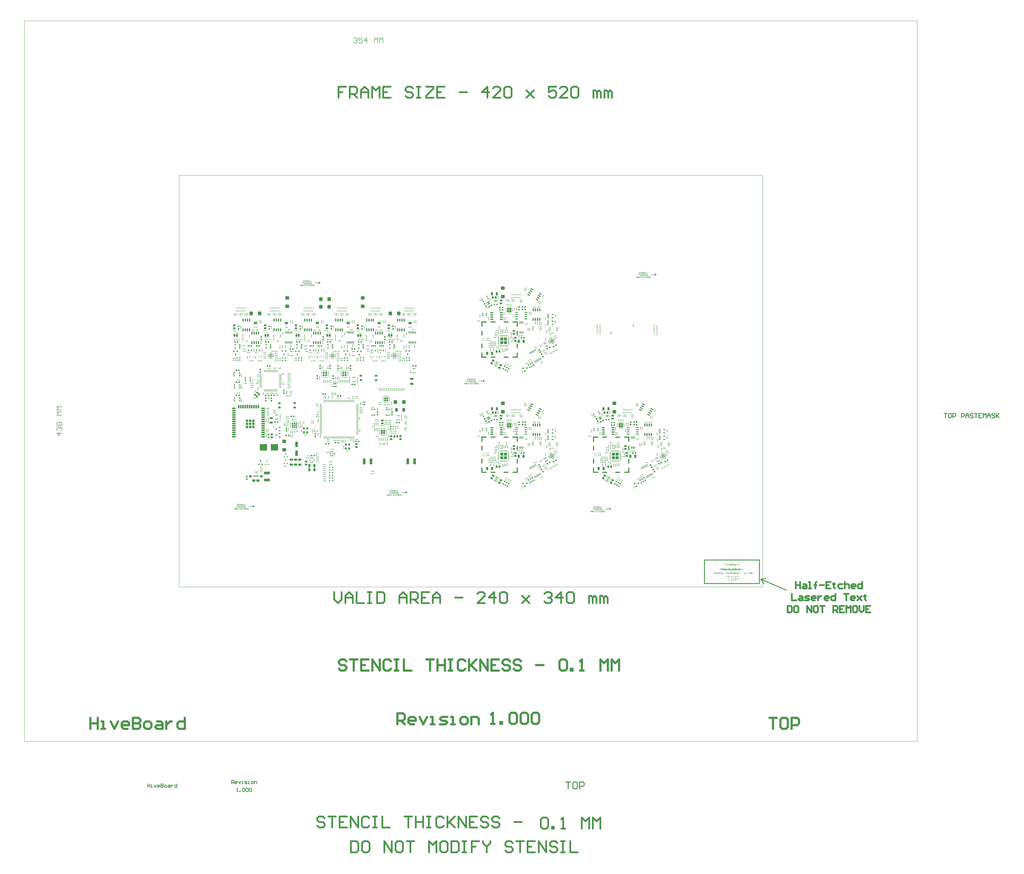
<source format=gtp>
G04*
G04 #@! TF.GenerationSoftware,Altium Limited,Altium Designer,20.1.11 (218)*
G04*
G04 Layer_Color=8421504*
%FSLAX24Y24*%
%MOIN*%
G70*
G04*
G04 #@! TF.SameCoordinates,4F03ECE6-B82A-4DAD-B74B-52B5A60C741D*
G04*
G04*
G04 #@! TF.FilePolarity,Positive*
G04*
G01*
G75*
%ADD11C,0.0200*%
%ADD19C,0.0100*%
%ADD20C,0.0060*%
G04:AMPARAMS|DCode=29|XSize=20mil|YSize=20mil|CornerRadius=6mil|HoleSize=0mil|Usage=FLASHONLY|Rotation=60.000|XOffset=0mil|YOffset=0mil|HoleType=Round|Shape=RoundedRectangle|*
%AMROUNDEDRECTD29*
21,1,0.0200,0.0080,0,0,60.0*
21,1,0.0080,0.0200,0,0,60.0*
1,1,0.0120,0.0055,0.0015*
1,1,0.0120,0.0015,-0.0055*
1,1,0.0120,-0.0055,-0.0015*
1,1,0.0120,-0.0015,0.0055*
%
%ADD29ROUNDEDRECTD29*%
G04:AMPARAMS|DCode=31|XSize=9.8mil|YSize=23.6mil|CornerRadius=1mil|HoleSize=0mil|Usage=FLASHONLY|Rotation=270.000|XOffset=0mil|YOffset=0mil|HoleType=Round|Shape=RoundedRectangle|*
%AMROUNDEDRECTD31*
21,1,0.0098,0.0217,0,0,270.0*
21,1,0.0079,0.0236,0,0,270.0*
1,1,0.0020,-0.0108,-0.0039*
1,1,0.0020,-0.0108,0.0039*
1,1,0.0020,0.0108,0.0039*
1,1,0.0020,0.0108,-0.0039*
%
%ADD31ROUNDEDRECTD31*%
G04:AMPARAMS|DCode=32|XSize=9.8mil|YSize=23.6mil|CornerRadius=1mil|HoleSize=0mil|Usage=FLASHONLY|Rotation=360.000|XOffset=0mil|YOffset=0mil|HoleType=Round|Shape=RoundedRectangle|*
%AMROUNDEDRECTD32*
21,1,0.0098,0.0217,0,0,360.0*
21,1,0.0079,0.0236,0,0,360.0*
1,1,0.0020,0.0039,-0.0108*
1,1,0.0020,-0.0039,-0.0108*
1,1,0.0020,-0.0039,0.0108*
1,1,0.0020,0.0039,0.0108*
%
%ADD32ROUNDEDRECTD32*%
G04:AMPARAMS|DCode=33|XSize=71mil|YSize=47mil|CornerRadius=8mil|HoleSize=0mil|Usage=FLASHONLY|Rotation=270.000|XOffset=0mil|YOffset=0mil|HoleType=Round|Shape=RoundedRectangle|*
%AMROUNDEDRECTD33*
21,1,0.0710,0.0310,0,0,270.0*
21,1,0.0550,0.0470,0,0,270.0*
1,1,0.0160,-0.0155,-0.0275*
1,1,0.0160,-0.0155,0.0275*
1,1,0.0160,0.0155,0.0275*
1,1,0.0160,0.0155,-0.0275*
%
%ADD33ROUNDEDRECTD33*%
G04:AMPARAMS|DCode=34|XSize=11.8mil|YSize=17.7mil|CornerRadius=1.2mil|HoleSize=0mil|Usage=FLASHONLY|Rotation=300.000|XOffset=0mil|YOffset=0mil|HoleType=Round|Shape=RoundedRectangle|*
%AMROUNDEDRECTD34*
21,1,0.0118,0.0154,0,0,300.0*
21,1,0.0094,0.0177,0,0,300.0*
1,1,0.0024,-0.0043,-0.0079*
1,1,0.0024,-0.0090,0.0003*
1,1,0.0024,0.0043,0.0079*
1,1,0.0024,0.0090,-0.0003*
%
%ADD34ROUNDEDRECTD34*%
G04:AMPARAMS|DCode=39|XSize=20mil|YSize=20mil|CornerRadius=6mil|HoleSize=0mil|Usage=FLASHONLY|Rotation=270.000|XOffset=0mil|YOffset=0mil|HoleType=Round|Shape=RoundedRectangle|*
%AMROUNDEDRECTD39*
21,1,0.0200,0.0080,0,0,270.0*
21,1,0.0080,0.0200,0,0,270.0*
1,1,0.0120,-0.0040,-0.0040*
1,1,0.0120,-0.0040,0.0040*
1,1,0.0120,0.0040,0.0040*
1,1,0.0120,0.0040,-0.0040*
%
%ADD39ROUNDEDRECTD39*%
G04:AMPARAMS|DCode=40|XSize=20mil|YSize=20mil|CornerRadius=6mil|HoleSize=0mil|Usage=FLASHONLY|Rotation=180.000|XOffset=0mil|YOffset=0mil|HoleType=Round|Shape=RoundedRectangle|*
%AMROUNDEDRECTD40*
21,1,0.0200,0.0080,0,0,180.0*
21,1,0.0080,0.0200,0,0,180.0*
1,1,0.0120,-0.0040,0.0040*
1,1,0.0120,0.0040,0.0040*
1,1,0.0120,0.0040,-0.0040*
1,1,0.0120,-0.0040,-0.0040*
%
%ADD40ROUNDEDRECTD40*%
G04:AMPARAMS|DCode=46|XSize=55mil|YSize=43mil|CornerRadius=8mil|HoleSize=0mil|Usage=FLASHONLY|Rotation=360.000|XOffset=0mil|YOffset=0mil|HoleType=Round|Shape=RoundedRectangle|*
%AMROUNDEDRECTD46*
21,1,0.0550,0.0271,0,0,360.0*
21,1,0.0391,0.0430,0,0,360.0*
1,1,0.0159,0.0195,-0.0135*
1,1,0.0159,-0.0195,-0.0135*
1,1,0.0159,-0.0195,0.0135*
1,1,0.0159,0.0195,0.0135*
%
%ADD46ROUNDEDRECTD46*%
G04:AMPARAMS|DCode=48|XSize=35mil|YSize=34mil|CornerRadius=6mil|HoleSize=0mil|Usage=FLASHONLY|Rotation=300.000|XOffset=0mil|YOffset=0mil|HoleType=Round|Shape=RoundedRectangle|*
%AMROUNDEDRECTD48*
21,1,0.0350,0.0221,0,0,300.0*
21,1,0.0231,0.0340,0,0,300.0*
1,1,0.0119,-0.0038,-0.0155*
1,1,0.0119,-0.0153,0.0045*
1,1,0.0119,0.0038,0.0155*
1,1,0.0119,0.0153,-0.0045*
%
%ADD48ROUNDEDRECTD48*%
G04:AMPARAMS|DCode=51|XSize=20mil|YSize=20mil|CornerRadius=6mil|HoleSize=0mil|Usage=FLASHONLY|Rotation=300.000|XOffset=0mil|YOffset=0mil|HoleType=Round|Shape=RoundedRectangle|*
%AMROUNDEDRECTD51*
21,1,0.0200,0.0080,0,0,300.0*
21,1,0.0080,0.0200,0,0,300.0*
1,1,0.0120,-0.0015,-0.0055*
1,1,0.0120,-0.0055,0.0015*
1,1,0.0120,0.0015,0.0055*
1,1,0.0120,0.0055,-0.0015*
%
%ADD51ROUNDEDRECTD51*%
G04:AMPARAMS|DCode=54|XSize=35mil|YSize=34mil|CornerRadius=6mil|HoleSize=0mil|Usage=FLASHONLY|Rotation=30.000|XOffset=0mil|YOffset=0mil|HoleType=Round|Shape=RoundedRectangle|*
%AMROUNDEDRECTD54*
21,1,0.0350,0.0221,0,0,30.0*
21,1,0.0231,0.0340,0,0,30.0*
1,1,0.0119,0.0155,-0.0038*
1,1,0.0119,-0.0045,-0.0153*
1,1,0.0119,-0.0155,0.0038*
1,1,0.0119,0.0045,0.0153*
%
%ADD54ROUNDEDRECTD54*%
G04:AMPARAMS|DCode=58|XSize=20mil|YSize=20mil|CornerRadius=6mil|HoleSize=0mil|Usage=FLASHONLY|Rotation=150.000|XOffset=0mil|YOffset=0mil|HoleType=Round|Shape=RoundedRectangle|*
%AMROUNDEDRECTD58*
21,1,0.0200,0.0080,0,0,150.0*
21,1,0.0080,0.0200,0,0,150.0*
1,1,0.0120,-0.0015,0.0055*
1,1,0.0120,0.0055,0.0015*
1,1,0.0120,0.0015,-0.0055*
1,1,0.0120,-0.0055,-0.0015*
%
%ADD58ROUNDEDRECTD58*%
G04:AMPARAMS|DCode=60|XSize=20mil|YSize=20mil|CornerRadius=6mil|HoleSize=0mil|Usage=FLASHONLY|Rotation=210.000|XOffset=0mil|YOffset=0mil|HoleType=Round|Shape=RoundedRectangle|*
%AMROUNDEDRECTD60*
21,1,0.0200,0.0080,0,0,210.0*
21,1,0.0080,0.0200,0,0,210.0*
1,1,0.0120,-0.0055,0.0015*
1,1,0.0120,0.0015,0.0055*
1,1,0.0120,0.0055,-0.0015*
1,1,0.0120,-0.0015,-0.0055*
%
%ADD60ROUNDEDRECTD60*%
G04:AMPARAMS|DCode=61|XSize=55mil|YSize=43mil|CornerRadius=8mil|HoleSize=0mil|Usage=FLASHONLY|Rotation=270.000|XOffset=0mil|YOffset=0mil|HoleType=Round|Shape=RoundedRectangle|*
%AMROUNDEDRECTD61*
21,1,0.0550,0.0271,0,0,270.0*
21,1,0.0391,0.0430,0,0,270.0*
1,1,0.0159,-0.0135,-0.0195*
1,1,0.0159,-0.0135,0.0195*
1,1,0.0159,0.0135,0.0195*
1,1,0.0159,0.0135,-0.0195*
%
%ADD61ROUNDEDRECTD61*%
G04:AMPARAMS|DCode=62|XSize=27.6mil|YSize=13.8mil|CornerRadius=1.4mil|HoleSize=0mil|Usage=FLASHONLY|Rotation=300.000|XOffset=0mil|YOffset=0mil|HoleType=Round|Shape=RoundedRectangle|*
%AMROUNDEDRECTD62*
21,1,0.0276,0.0110,0,0,300.0*
21,1,0.0248,0.0138,0,0,300.0*
1,1,0.0028,0.0014,-0.0135*
1,1,0.0028,-0.0110,0.0080*
1,1,0.0028,-0.0014,0.0135*
1,1,0.0028,0.0110,-0.0080*
%
%ADD62ROUNDEDRECTD62*%
G04:AMPARAMS|DCode=63|XSize=23.6mil|YSize=25.6mil|CornerRadius=2.4mil|HoleSize=0mil|Usage=FLASHONLY|Rotation=300.000|XOffset=0mil|YOffset=0mil|HoleType=Round|Shape=RoundedRectangle|*
%AMROUNDEDRECTD63*
21,1,0.0236,0.0209,0,0,300.0*
21,1,0.0189,0.0256,0,0,300.0*
1,1,0.0047,-0.0043,-0.0134*
1,1,0.0047,-0.0138,0.0030*
1,1,0.0047,0.0043,0.0134*
1,1,0.0047,0.0138,-0.0030*
%
%ADD63ROUNDEDRECTD63*%
G04:AMPARAMS|DCode=66|XSize=35mil|YSize=34mil|CornerRadius=6mil|HoleSize=0mil|Usage=FLASHONLY|Rotation=90.000|XOffset=0mil|YOffset=0mil|HoleType=Round|Shape=RoundedRectangle|*
%AMROUNDEDRECTD66*
21,1,0.0350,0.0221,0,0,90.0*
21,1,0.0231,0.0340,0,0,90.0*
1,1,0.0119,0.0111,0.0116*
1,1,0.0119,0.0111,-0.0116*
1,1,0.0119,-0.0111,-0.0116*
1,1,0.0119,-0.0111,0.0116*
%
%ADD66ROUNDEDRECTD66*%
G04:AMPARAMS|DCode=68|XSize=35mil|YSize=34mil|CornerRadius=6mil|HoleSize=0mil|Usage=FLASHONLY|Rotation=180.000|XOffset=0mil|YOffset=0mil|HoleType=Round|Shape=RoundedRectangle|*
%AMROUNDEDRECTD68*
21,1,0.0350,0.0221,0,0,180.0*
21,1,0.0231,0.0340,0,0,180.0*
1,1,0.0119,-0.0116,0.0111*
1,1,0.0119,0.0116,0.0111*
1,1,0.0119,0.0116,-0.0111*
1,1,0.0119,-0.0116,-0.0111*
%
%ADD68ROUNDEDRECTD68*%
G04:AMPARAMS|DCode=72|XSize=7.9mil|YSize=22.2mil|CornerRadius=1.2mil|HoleSize=0mil|Usage=FLASHONLY|Rotation=360.000|XOffset=0mil|YOffset=0mil|HoleType=Round|Shape=RoundedRectangle|*
%AMROUNDEDRECTD72*
21,1,0.0079,0.0199,0,0,360.0*
21,1,0.0055,0.0222,0,0,360.0*
1,1,0.0024,0.0028,-0.0099*
1,1,0.0024,-0.0028,-0.0099*
1,1,0.0024,-0.0028,0.0099*
1,1,0.0024,0.0028,0.0099*
%
%ADD72ROUNDEDRECTD72*%
G04:AMPARAMS|DCode=74|XSize=7.9mil|YSize=22.2mil|CornerRadius=1.2mil|HoleSize=0mil|Usage=FLASHONLY|Rotation=90.000|XOffset=0mil|YOffset=0mil|HoleType=Round|Shape=RoundedRectangle|*
%AMROUNDEDRECTD74*
21,1,0.0079,0.0199,0,0,90.0*
21,1,0.0055,0.0222,0,0,90.0*
1,1,0.0024,0.0099,0.0028*
1,1,0.0024,0.0099,-0.0028*
1,1,0.0024,-0.0099,-0.0028*
1,1,0.0024,-0.0099,0.0028*
%
%ADD74ROUNDEDRECTD74*%
G04:AMPARAMS|DCode=78|XSize=55mil|YSize=43mil|CornerRadius=8mil|HoleSize=0mil|Usage=FLASHONLY|Rotation=150.000|XOffset=0mil|YOffset=0mil|HoleType=Round|Shape=RoundedRectangle|*
%AMROUNDEDRECTD78*
21,1,0.0550,0.0271,0,0,150.0*
21,1,0.0391,0.0430,0,0,150.0*
1,1,0.0159,-0.0102,0.0215*
1,1,0.0159,0.0237,0.0020*
1,1,0.0159,0.0102,-0.0215*
1,1,0.0159,-0.0237,-0.0020*
%
%ADD78ROUNDEDRECTD78*%
%ADD89C,0.0050*%
G04:AMPARAMS|DCode=108|XSize=23.6mil|YSize=9.4mil|CornerRadius=0.5mil|HoleSize=0mil|Usage=FLASHONLY|Rotation=270.000|XOffset=0mil|YOffset=0mil|HoleType=Round|Shape=RoundedRectangle|*
%AMROUNDEDRECTD108*
21,1,0.0236,0.0085,0,0,270.0*
21,1,0.0227,0.0094,0,0,270.0*
1,1,0.0009,-0.0043,-0.0113*
1,1,0.0009,-0.0043,0.0113*
1,1,0.0009,0.0043,0.0113*
1,1,0.0009,0.0043,-0.0113*
%
%ADD108ROUNDEDRECTD108*%
G04:AMPARAMS|DCode=109|XSize=23.6mil|YSize=9.4mil|CornerRadius=0.5mil|HoleSize=0mil|Usage=FLASHONLY|Rotation=180.000|XOffset=0mil|YOffset=0mil|HoleType=Round|Shape=RoundedRectangle|*
%AMROUNDEDRECTD109*
21,1,0.0236,0.0085,0,0,180.0*
21,1,0.0227,0.0094,0,0,180.0*
1,1,0.0009,-0.0113,0.0043*
1,1,0.0009,0.0113,0.0043*
1,1,0.0009,0.0113,-0.0043*
1,1,0.0009,-0.0113,-0.0043*
%
%ADD109ROUNDEDRECTD109*%
%ADD127O,0.0315X0.0098*%
%ADD128O,0.0098X0.0315*%
G04:AMPARAMS|DCode=131|XSize=9.8mil|YSize=33.5mil|CornerRadius=2.5mil|HoleSize=0mil|Usage=FLASHONLY|Rotation=360.000|XOffset=0mil|YOffset=0mil|HoleType=Round|Shape=RoundedRectangle|*
%AMROUNDEDRECTD131*
21,1,0.0098,0.0285,0,0,360.0*
21,1,0.0049,0.0335,0,0,360.0*
1,1,0.0049,0.0025,-0.0143*
1,1,0.0049,-0.0025,-0.0143*
1,1,0.0049,-0.0025,0.0143*
1,1,0.0049,0.0025,0.0143*
%
%ADD131ROUNDEDRECTD131*%
G04:AMPARAMS|DCode=132|XSize=9.8mil|YSize=33.5mil|CornerRadius=2.5mil|HoleSize=0mil|Usage=FLASHONLY|Rotation=90.000|XOffset=0mil|YOffset=0mil|HoleType=Round|Shape=RoundedRectangle|*
%AMROUNDEDRECTD132*
21,1,0.0098,0.0285,0,0,90.0*
21,1,0.0049,0.0335,0,0,90.0*
1,1,0.0049,0.0143,0.0025*
1,1,0.0049,0.0143,-0.0025*
1,1,0.0049,-0.0143,-0.0025*
1,1,0.0049,-0.0143,0.0025*
%
%ADD132ROUNDEDRECTD132*%
G04:AMPARAMS|DCode=139|XSize=23.6mil|YSize=25.6mil|CornerRadius=2.4mil|HoleSize=0mil|Usage=FLASHONLY|Rotation=270.000|XOffset=0mil|YOffset=0mil|HoleType=Round|Shape=RoundedRectangle|*
%AMROUNDEDRECTD139*
21,1,0.0236,0.0209,0,0,270.0*
21,1,0.0189,0.0256,0,0,270.0*
1,1,0.0047,-0.0104,-0.0094*
1,1,0.0047,-0.0104,0.0094*
1,1,0.0047,0.0104,0.0094*
1,1,0.0047,0.0104,-0.0094*
%
%ADD139ROUNDEDRECTD139*%
G04:AMPARAMS|DCode=140|XSize=27.6mil|YSize=13.8mil|CornerRadius=1.4mil|HoleSize=0mil|Usage=FLASHONLY|Rotation=90.000|XOffset=0mil|YOffset=0mil|HoleType=Round|Shape=RoundedRectangle|*
%AMROUNDEDRECTD140*
21,1,0.0276,0.0110,0,0,90.0*
21,1,0.0248,0.0138,0,0,90.0*
1,1,0.0028,0.0055,0.0124*
1,1,0.0028,0.0055,-0.0124*
1,1,0.0028,-0.0055,-0.0124*
1,1,0.0028,-0.0055,0.0124*
%
%ADD140ROUNDEDRECTD140*%
%ADD143R,0.1670X0.1500*%
G04:AMPARAMS|DCode=150|XSize=71mil|YSize=47mil|CornerRadius=8mil|HoleSize=0mil|Usage=FLASHONLY|Rotation=180.000|XOffset=0mil|YOffset=0mil|HoleType=Round|Shape=RoundedRectangle|*
%AMROUNDEDRECTD150*
21,1,0.0710,0.0310,0,0,180.0*
21,1,0.0550,0.0470,0,0,180.0*
1,1,0.0160,-0.0275,0.0155*
1,1,0.0160,0.0275,0.0155*
1,1,0.0160,0.0275,-0.0155*
1,1,0.0160,-0.0275,-0.0155*
%
%ADD150ROUNDEDRECTD150*%
G04:AMPARAMS|DCode=151|XSize=20mil|YSize=20mil|CornerRadius=6mil|HoleSize=0mil|Usage=FLASHONLY|Rotation=45.000|XOffset=0mil|YOffset=0mil|HoleType=Round|Shape=RoundedRectangle|*
%AMROUNDEDRECTD151*
21,1,0.0200,0.0080,0,0,45.0*
21,1,0.0080,0.0200,0,0,45.0*
1,1,0.0120,0.0057,0.0000*
1,1,0.0120,0.0000,-0.0057*
1,1,0.0120,-0.0057,0.0000*
1,1,0.0120,0.0000,0.0057*
%
%ADD151ROUNDEDRECTD151*%
G04:AMPARAMS|DCode=152|XSize=20mil|YSize=20mil|CornerRadius=6mil|HoleSize=0mil|Usage=FLASHONLY|Rotation=135.000|XOffset=0mil|YOffset=0mil|HoleType=Round|Shape=RoundedRectangle|*
%AMROUNDEDRECTD152*
21,1,0.0200,0.0080,0,0,135.0*
21,1,0.0080,0.0200,0,0,135.0*
1,1,0.0120,0.0000,0.0057*
1,1,0.0120,0.0057,0.0000*
1,1,0.0120,0.0000,-0.0057*
1,1,0.0120,-0.0057,0.0000*
%
%ADD152ROUNDEDRECTD152*%
G04:AMPARAMS|DCode=154|XSize=27.6mil|YSize=13.8mil|CornerRadius=1.4mil|HoleSize=0mil|Usage=FLASHONLY|Rotation=360.000|XOffset=0mil|YOffset=0mil|HoleType=Round|Shape=RoundedRectangle|*
%AMROUNDEDRECTD154*
21,1,0.0276,0.0110,0,0,360.0*
21,1,0.0248,0.0138,0,0,360.0*
1,1,0.0028,0.0124,-0.0055*
1,1,0.0028,-0.0124,-0.0055*
1,1,0.0028,-0.0124,0.0055*
1,1,0.0028,0.0124,0.0055*
%
%ADD154ROUNDEDRECTD154*%
G04:AMPARAMS|DCode=155|XSize=23.6mil|YSize=25.6mil|CornerRadius=2.4mil|HoleSize=0mil|Usage=FLASHONLY|Rotation=360.000|XOffset=0mil|YOffset=0mil|HoleType=Round|Shape=RoundedRectangle|*
%AMROUNDEDRECTD155*
21,1,0.0236,0.0209,0,0,360.0*
21,1,0.0189,0.0256,0,0,360.0*
1,1,0.0047,0.0094,-0.0104*
1,1,0.0047,-0.0094,-0.0104*
1,1,0.0047,-0.0094,0.0104*
1,1,0.0047,0.0094,0.0104*
%
%ADD155ROUNDEDRECTD155*%
%ADD279C,0.0236*%
%ADD284C,0.0157*%
%ADD289C,0.0394*%
%ADD290C,0.0500*%
%ADD291R,0.0453X0.0453*%
%ADD292P,0.0390X4X75.0*%
%ADD293P,0.0390X4X345.0*%
%ADD294R,0.0118X0.0079*%
%ADD295R,0.0142X0.0222*%
%ADD296R,0.0222X0.0142*%
%ADD297R,0.0689X0.0689*%
%ADD298R,0.0423X0.0423*%
%ADD299R,0.0433X0.0630*%
%ADD300R,0.0276X0.0276*%
%ADD301R,0.0354X0.0354*%
%ADD302R,0.0433X0.0433*%
%ADD303R,0.0098X0.0256*%
%ADD304R,0.1220X0.0315*%
%ADD305R,0.0315X0.1220*%
%ADD306R,0.1063X0.0315*%
%ADD307R,0.0315X0.1063*%
G04:AMPARAMS|DCode=308|XSize=29.5mil|YSize=33.5mil|CornerRadius=0mil|HoleSize=0mil|Usage=FLASHONLY|Rotation=120.000|XOffset=0mil|YOffset=0mil|HoleType=Round|Shape=Rectangle|*
%AMROTATEDRECTD308*
4,1,4,0.0219,-0.0044,-0.0071,-0.0212,-0.0219,0.0044,0.0071,0.0212,0.0219,-0.0044,0.0*
%
%ADD308ROTATEDRECTD308*%

G04:AMPARAMS|DCode=309|XSize=23.6mil|YSize=66.9mil|CornerRadius=2.9mil|HoleSize=0mil|Usage=FLASHONLY|Rotation=240.000|XOffset=0mil|YOffset=0mil|HoleType=Round|Shape=RoundedRectangle|*
%AMROUNDEDRECTD309*
21,1,0.0236,0.0612,0,0,240.0*
21,1,0.0179,0.0669,0,0,240.0*
1,1,0.0057,-0.0310,0.0075*
1,1,0.0057,-0.0220,0.0231*
1,1,0.0057,0.0310,-0.0075*
1,1,0.0057,0.0220,-0.0231*
%
%ADD309ROUNDEDRECTD309*%
G04:AMPARAMS|DCode=310|XSize=9.8mil|YSize=55.1mil|CornerRadius=0.8mil|HoleSize=0mil|Usage=FLASHONLY|Rotation=270.000|XOffset=0mil|YOffset=0mil|HoleType=Round|Shape=RoundedRectangle|*
%AMROUNDEDRECTD310*
21,1,0.0098,0.0535,0,0,270.0*
21,1,0.0083,0.0551,0,0,270.0*
1,1,0.0016,-0.0268,-0.0041*
1,1,0.0016,-0.0268,0.0041*
1,1,0.0016,0.0268,0.0041*
1,1,0.0016,0.0268,-0.0041*
%
%ADD310ROUNDEDRECTD310*%
G04:AMPARAMS|DCode=311|XSize=11.8mil|YSize=51.2mil|CornerRadius=0.4mil|HoleSize=0mil|Usage=FLASHONLY|Rotation=30.000|XOffset=0mil|YOffset=0mil|HoleType=Round|Shape=RoundedRectangle|*
%AMROUNDEDRECTD311*
21,1,0.0118,0.0504,0,0,30.0*
21,1,0.0110,0.0512,0,0,30.0*
1,1,0.0008,0.0174,-0.0191*
1,1,0.0008,0.0078,-0.0246*
1,1,0.0008,-0.0174,0.0191*
1,1,0.0008,-0.0078,0.0246*
%
%ADD311ROUNDEDRECTD311*%
G04:AMPARAMS|DCode=312|XSize=7.9mil|YSize=25.6mil|CornerRadius=0mil|HoleSize=0mil|Usage=FLASHONLY|Rotation=30.000|XOffset=0mil|YOffset=0mil|HoleType=Round|Shape=RoundedRectangle|*
%AMROUNDEDRECTD312*
21,1,0.0079,0.0256,0,0,30.0*
21,1,0.0079,0.0256,0,0,30.0*
1,1,0.0000,0.0098,-0.0091*
1,1,0.0000,0.0030,-0.0131*
1,1,0.0000,-0.0098,0.0091*
1,1,0.0000,-0.0030,0.0131*
%
%ADD312ROUNDEDRECTD312*%
G04:AMPARAMS|DCode=313|XSize=13.8mil|YSize=29.5mil|CornerRadius=0.6mil|HoleSize=0mil|Usage=FLASHONLY|Rotation=30.000|XOffset=0mil|YOffset=0mil|HoleType=Round|Shape=RoundedRectangle|*
%AMROUNDEDRECTD313*
21,1,0.0138,0.0283,0,0,30.0*
21,1,0.0126,0.0295,0,0,30.0*
1,1,0.0012,0.0125,-0.0091*
1,1,0.0012,0.0016,-0.0154*
1,1,0.0012,-0.0125,0.0091*
1,1,0.0012,-0.0016,0.0154*
%
%ADD313ROUNDEDRECTD313*%
G04:AMPARAMS|DCode=314|XSize=9.1mil|YSize=25.6mil|CornerRadius=0mil|HoleSize=0mil|Usage=FLASHONLY|Rotation=30.000|XOffset=0mil|YOffset=0mil|HoleType=Round|Shape=RoundedRectangle|*
%AMROUNDEDRECTD314*
21,1,0.0091,0.0256,0,0,30.0*
21,1,0.0091,0.0256,0,0,30.0*
1,1,0.0000,0.0103,-0.0088*
1,1,0.0000,0.0025,-0.0133*
1,1,0.0000,-0.0103,0.0088*
1,1,0.0000,-0.0025,0.0133*
%
%ADD314ROUNDEDRECTD314*%
G04:AMPARAMS|DCode=315|XSize=9.1mil|YSize=25.6mil|CornerRadius=0mil|HoleSize=0mil|Usage=FLASHONLY|Rotation=300.000|XOffset=0mil|YOffset=0mil|HoleType=Round|Shape=RoundedRectangle|*
%AMROUNDEDRECTD315*
21,1,0.0091,0.0256,0,0,300.0*
21,1,0.0091,0.0256,0,0,300.0*
1,1,0.0000,-0.0088,-0.0103*
1,1,0.0000,-0.0133,-0.0025*
1,1,0.0000,0.0088,0.0103*
1,1,0.0000,0.0133,0.0025*
%
%ADD315ROUNDEDRECTD315*%
%ADD316P,0.0418X4X195.0*%
%ADD317R,0.0118X0.0089*%
%ADD318R,0.0118X0.0039*%
G04:AMPARAMS|DCode=319|XSize=19.7mil|YSize=37.4mil|CornerRadius=1.2mil|HoleSize=0mil|Usage=FLASHONLY|Rotation=90.000|XOffset=0mil|YOffset=0mil|HoleType=Round|Shape=RoundedRectangle|*
%AMROUNDEDRECTD319*
21,1,0.0197,0.0350,0,0,90.0*
21,1,0.0173,0.0374,0,0,90.0*
1,1,0.0024,0.0175,0.0087*
1,1,0.0024,0.0175,-0.0087*
1,1,0.0024,-0.0175,-0.0087*
1,1,0.0024,-0.0175,0.0087*
%
%ADD319ROUNDEDRECTD319*%
G04:AMPARAMS|DCode=320|XSize=21.7mil|YSize=61mil|CornerRadius=1.4mil|HoleSize=0mil|Usage=FLASHONLY|Rotation=90.000|XOffset=0mil|YOffset=0mil|HoleType=Round|Shape=RoundedRectangle|*
%AMROUNDEDRECTD320*
21,1,0.0217,0.0583,0,0,90.0*
21,1,0.0189,0.0610,0,0,90.0*
1,1,0.0028,0.0291,0.0094*
1,1,0.0028,0.0291,-0.0094*
1,1,0.0028,-0.0291,-0.0094*
1,1,0.0028,-0.0291,0.0094*
%
%ADD320ROUNDEDRECTD320*%
G04:AMPARAMS|DCode=321|XSize=13.8mil|YSize=33.5mil|CornerRadius=0mil|HoleSize=0mil|Usage=FLASHONLY|Rotation=270.000|XOffset=0mil|YOffset=0mil|HoleType=Round|Shape=RoundedRectangle|*
%AMROUNDEDRECTD321*
21,1,0.0138,0.0335,0,0,270.0*
21,1,0.0138,0.0335,0,0,270.0*
1,1,0.0000,-0.0167,-0.0069*
1,1,0.0000,-0.0167,0.0069*
1,1,0.0000,0.0167,0.0069*
1,1,0.0000,0.0167,-0.0069*
%
%ADD321ROUNDEDRECTD321*%
G04:AMPARAMS|DCode=322|XSize=23.6mil|YSize=66.9mil|CornerRadius=2.9mil|HoleSize=0mil|Usage=FLASHONLY|Rotation=270.000|XOffset=0mil|YOffset=0mil|HoleType=Round|Shape=RoundedRectangle|*
%AMROUNDEDRECTD322*
21,1,0.0236,0.0612,0,0,270.0*
21,1,0.0179,0.0669,0,0,270.0*
1,1,0.0057,-0.0306,-0.0090*
1,1,0.0057,-0.0306,0.0090*
1,1,0.0057,0.0306,0.0090*
1,1,0.0057,0.0306,-0.0090*
%
%ADD322ROUNDEDRECTD322*%
G04:AMPARAMS|DCode=323|XSize=87mil|YSize=83.1mil|CornerRadius=20.3mil|HoleSize=0mil|Usage=FLASHONLY|Rotation=180.000|XOffset=0mil|YOffset=0mil|HoleType=Round|Shape=RoundedRectangle|*
%AMROUNDEDRECTD323*
21,1,0.0870,0.0425,0,0,180.0*
21,1,0.0465,0.0831,0,0,180.0*
1,1,0.0406,-0.0232,0.0213*
1,1,0.0406,0.0232,0.0213*
1,1,0.0406,0.0232,-0.0213*
1,1,0.0406,-0.0232,-0.0213*
%
%ADD323ROUNDEDRECTD323*%
%ADD324P,0.0418X4X255.0*%
G04:AMPARAMS|DCode=325|XSize=13.8mil|YSize=55.1mil|CornerRadius=0mil|HoleSize=0mil|Usage=FLASHONLY|Rotation=360.000|XOffset=0mil|YOffset=0mil|HoleType=Round|Shape=RoundedRectangle|*
%AMROUNDEDRECTD325*
21,1,0.0138,0.0551,0,0,360.0*
21,1,0.0138,0.0551,0,0,360.0*
1,1,0.0000,0.0069,-0.0276*
1,1,0.0000,-0.0069,-0.0276*
1,1,0.0000,-0.0069,0.0276*
1,1,0.0000,0.0069,0.0276*
%
%ADD325ROUNDEDRECTD325*%
G04:AMPARAMS|DCode=326|XSize=23.6mil|YSize=66.9mil|CornerRadius=2.9mil|HoleSize=0mil|Usage=FLASHONLY|Rotation=360.000|XOffset=0mil|YOffset=0mil|HoleType=Round|Shape=RoundedRectangle|*
%AMROUNDEDRECTD326*
21,1,0.0236,0.0612,0,0,360.0*
21,1,0.0179,0.0669,0,0,360.0*
1,1,0.0057,0.0090,-0.0306*
1,1,0.0057,-0.0090,-0.0306*
1,1,0.0057,-0.0090,0.0306*
1,1,0.0057,0.0090,0.0306*
%
%ADD326ROUNDEDRECTD326*%
G04:AMPARAMS|DCode=327|XSize=29.5mil|YSize=9.8mil|CornerRadius=0.2mil|HoleSize=0mil|Usage=FLASHONLY|Rotation=90.000|XOffset=0mil|YOffset=0mil|HoleType=Round|Shape=RoundedRectangle|*
%AMROUNDEDRECTD327*
21,1,0.0295,0.0094,0,0,90.0*
21,1,0.0291,0.0098,0,0,90.0*
1,1,0.0004,0.0047,0.0146*
1,1,0.0004,0.0047,-0.0146*
1,1,0.0004,-0.0047,-0.0146*
1,1,0.0004,-0.0047,0.0146*
%
%ADD327ROUNDEDRECTD327*%
G04:AMPARAMS|DCode=328|XSize=35.4mil|YSize=6.7mil|CornerRadius=0mil|HoleSize=0mil|Usage=FLASHONLY|Rotation=270.000|XOffset=0mil|YOffset=0mil|HoleType=Round|Shape=RoundedRectangle|*
%AMROUNDEDRECTD328*
21,1,0.0354,0.0067,0,0,270.0*
21,1,0.0354,0.0067,0,0,270.0*
1,1,0.0000,-0.0033,-0.0177*
1,1,0.0000,-0.0033,0.0177*
1,1,0.0000,0.0033,0.0177*
1,1,0.0000,0.0033,-0.0177*
%
%ADD328ROUNDEDRECTD328*%
G04:AMPARAMS|DCode=329|XSize=35.4mil|YSize=6.7mil|CornerRadius=0mil|HoleSize=0mil|Usage=FLASHONLY|Rotation=360.000|XOffset=0mil|YOffset=0mil|HoleType=Round|Shape=RoundedRectangle|*
%AMROUNDEDRECTD329*
21,1,0.0354,0.0067,0,0,360.0*
21,1,0.0354,0.0067,0,0,360.0*
1,1,0.0000,0.0177,-0.0033*
1,1,0.0000,-0.0177,-0.0033*
1,1,0.0000,-0.0177,0.0033*
1,1,0.0000,0.0177,0.0033*
%
%ADD329ROUNDEDRECTD329*%
%ADD330R,0.0256X0.0098*%
G04:AMPARAMS|DCode=331|XSize=29.5mil|YSize=13.8mil|CornerRadius=0.6mil|HoleSize=0mil|Usage=FLASHONLY|Rotation=270.000|XOffset=0mil|YOffset=0mil|HoleType=Round|Shape=RoundedRectangle|*
%AMROUNDEDRECTD331*
21,1,0.0295,0.0126,0,0,270.0*
21,1,0.0283,0.0138,0,0,270.0*
1,1,0.0012,-0.0063,-0.0142*
1,1,0.0012,-0.0063,0.0142*
1,1,0.0012,0.0063,0.0142*
1,1,0.0012,0.0063,-0.0142*
%
%ADD331ROUNDEDRECTD331*%
%ADD332R,0.0571X0.0413*%
%ADD333R,0.0295X0.0335*%
G04:AMPARAMS|DCode=334|XSize=50.4mil|YSize=50.4mil|CornerRadius=0mil|HoleSize=0mil|Usage=FLASHONLY|Rotation=360.000|XOffset=0mil|YOffset=0mil|HoleType=Round|Shape=RoundedRectangle|*
%AMROUNDEDRECTD334*
21,1,0.0504,0.0504,0,0,360.0*
21,1,0.0504,0.0504,0,0,360.0*
1,1,0.0000,0.0252,-0.0252*
1,1,0.0000,-0.0252,-0.0252*
1,1,0.0000,-0.0252,0.0252*
1,1,0.0000,0.0252,0.0252*
%
%ADD334ROUNDEDRECTD334*%
G04:AMPARAMS|DCode=335|XSize=33.5mil|YSize=76.8mil|CornerRadius=2.6mil|HoleSize=0mil|Usage=FLASHONLY|Rotation=270.000|XOffset=0mil|YOffset=0mil|HoleType=Round|Shape=RoundedRectangle|*
%AMROUNDEDRECTD335*
21,1,0.0335,0.0717,0,0,270.0*
21,1,0.0283,0.0768,0,0,270.0*
1,1,0.0051,-0.0358,-0.0142*
1,1,0.0051,-0.0358,0.0142*
1,1,0.0051,0.0358,0.0142*
1,1,0.0051,0.0358,-0.0142*
%
%ADD335ROUNDEDRECTD335*%
G04:AMPARAMS|DCode=336|XSize=76.8mil|YSize=33.5mil|CornerRadius=2.6mil|HoleSize=0mil|Usage=FLASHONLY|Rotation=180.000|XOffset=0mil|YOffset=0mil|HoleType=Round|Shape=RoundedRectangle|*
%AMROUNDEDRECTD336*
21,1,0.0768,0.0283,0,0,180.0*
21,1,0.0717,0.0335,0,0,180.0*
1,1,0.0051,-0.0358,0.0142*
1,1,0.0051,0.0358,0.0142*
1,1,0.0051,0.0358,-0.0142*
1,1,0.0051,-0.0358,-0.0142*
%
%ADD336ROUNDEDRECTD336*%
G04:AMPARAMS|DCode=337|XSize=76.8mil|YSize=33.5mil|CornerRadius=2.6mil|HoleSize=0mil|Usage=FLASHONLY|Rotation=270.000|XOffset=0mil|YOffset=0mil|HoleType=Round|Shape=RoundedRectangle|*
%AMROUNDEDRECTD337*
21,1,0.0768,0.0283,0,0,270.0*
21,1,0.0717,0.0335,0,0,270.0*
1,1,0.0051,-0.0142,-0.0358*
1,1,0.0051,-0.0142,0.0358*
1,1,0.0051,0.0142,0.0358*
1,1,0.0051,0.0142,-0.0358*
%
%ADD337ROUNDEDRECTD337*%
%ADD338R,0.0177X0.0276*%
G04:AMPARAMS|DCode=339|XSize=41.3mil|YSize=45.3mil|CornerRadius=3.3mil|HoleSize=0mil|Usage=FLASHONLY|Rotation=315.000|XOffset=0mil|YOffset=0mil|HoleType=Round|Shape=RoundedRectangle|*
%AMROUNDEDRECTD339*
21,1,0.0413,0.0386,0,0,315.0*
21,1,0.0346,0.0453,0,0,315.0*
1,1,0.0067,-0.0014,-0.0259*
1,1,0.0067,-0.0259,-0.0014*
1,1,0.0067,0.0014,0.0259*
1,1,0.0067,0.0259,0.0014*
%
%ADD339ROUNDEDRECTD339*%
G04:AMPARAMS|DCode=340|XSize=23.6mil|YSize=31.5mil|CornerRadius=0.3mil|HoleSize=0mil|Usage=FLASHONLY|Rotation=270.000|XOffset=0mil|YOffset=0mil|HoleType=Round|Shape=RoundedRectangle|*
%AMROUNDEDRECTD340*
21,1,0.0236,0.0309,0,0,270.0*
21,1,0.0230,0.0315,0,0,270.0*
1,1,0.0006,-0.0155,-0.0115*
1,1,0.0006,-0.0155,0.0115*
1,1,0.0006,0.0155,0.0115*
1,1,0.0006,0.0155,-0.0115*
%
%ADD340ROUNDEDRECTD340*%
G04:AMPARAMS|DCode=341|XSize=39.4mil|YSize=47.2mil|CornerRadius=0.2mil|HoleSize=0mil|Usage=FLASHONLY|Rotation=180.000|XOffset=0mil|YOffset=0mil|HoleType=Round|Shape=RoundedRectangle|*
%AMROUNDEDRECTD341*
21,1,0.0394,0.0469,0,0,180.0*
21,1,0.0390,0.0472,0,0,180.0*
1,1,0.0004,-0.0195,0.0234*
1,1,0.0004,0.0195,0.0234*
1,1,0.0004,0.0195,-0.0234*
1,1,0.0004,-0.0195,-0.0234*
%
%ADD341ROUNDEDRECTD341*%
G04:AMPARAMS|DCode=342|XSize=68.9mil|YSize=37.4mil|CornerRadius=3mil|HoleSize=0mil|Usage=FLASHONLY|Rotation=180.000|XOffset=0mil|YOffset=0mil|HoleType=Round|Shape=RoundedRectangle|*
%AMROUNDEDRECTD342*
21,1,0.0689,0.0315,0,0,180.0*
21,1,0.0630,0.0374,0,0,180.0*
1,1,0.0059,-0.0315,0.0157*
1,1,0.0059,0.0315,0.0157*
1,1,0.0059,0.0315,-0.0157*
1,1,0.0059,-0.0315,-0.0157*
%
%ADD342ROUNDEDRECTD342*%
%ADD343R,0.0236X0.0315*%
G04:AMPARAMS|DCode=344|XSize=29.5mil|YSize=13.8mil|CornerRadius=0.6mil|HoleSize=0mil|Usage=FLASHONLY|Rotation=360.000|XOffset=0mil|YOffset=0mil|HoleType=Round|Shape=RoundedRectangle|*
%AMROUNDEDRECTD344*
21,1,0.0295,0.0126,0,0,360.0*
21,1,0.0283,0.0138,0,0,360.0*
1,1,0.0012,0.0142,-0.0063*
1,1,0.0012,-0.0142,-0.0063*
1,1,0.0012,-0.0142,0.0063*
1,1,0.0012,0.0142,0.0063*
%
%ADD344ROUNDEDRECTD344*%
G04:AMPARAMS|DCode=345|XSize=9.8mil|YSize=19.3mil|CornerRadius=0.2mil|HoleSize=0mil|Usage=FLASHONLY|Rotation=180.000|XOffset=0mil|YOffset=0mil|HoleType=Round|Shape=RoundedRectangle|*
%AMROUNDEDRECTD345*
21,1,0.0098,0.0189,0,0,180.0*
21,1,0.0094,0.0193,0,0,180.0*
1,1,0.0004,-0.0047,0.0094*
1,1,0.0004,0.0047,0.0094*
1,1,0.0004,0.0047,-0.0094*
1,1,0.0004,-0.0047,-0.0094*
%
%ADD345ROUNDEDRECTD345*%
G04:AMPARAMS|DCode=346|XSize=14.6mil|YSize=21.7mil|CornerRadius=0.7mil|HoleSize=0mil|Usage=FLASHONLY|Rotation=270.000|XOffset=0mil|YOffset=0mil|HoleType=Round|Shape=RoundedRectangle|*
%AMROUNDEDRECTD346*
21,1,0.0146,0.0203,0,0,270.0*
21,1,0.0132,0.0217,0,0,270.0*
1,1,0.0013,-0.0102,-0.0066*
1,1,0.0013,-0.0102,0.0066*
1,1,0.0013,0.0102,0.0066*
1,1,0.0013,0.0102,-0.0066*
%
%ADD346ROUNDEDRECTD346*%
G04:AMPARAMS|DCode=347|XSize=14.6mil|YSize=21.7mil|CornerRadius=0.7mil|HoleSize=0mil|Usage=FLASHONLY|Rotation=360.000|XOffset=0mil|YOffset=0mil|HoleType=Round|Shape=RoundedRectangle|*
%AMROUNDEDRECTD347*
21,1,0.0146,0.0203,0,0,360.0*
21,1,0.0132,0.0217,0,0,360.0*
1,1,0.0013,0.0066,-0.0102*
1,1,0.0013,-0.0066,-0.0102*
1,1,0.0013,-0.0066,0.0102*
1,1,0.0013,0.0066,0.0102*
%
%ADD347ROUNDEDRECTD347*%
%ADD348R,0.0768X0.0453*%
%ADD349R,0.0079X0.0177*%
G04:AMPARAMS|DCode=350|XSize=11.8mil|YSize=51.2mil|CornerRadius=0.4mil|HoleSize=0mil|Usage=FLASHONLY|Rotation=180.000|XOffset=0mil|YOffset=0mil|HoleType=Round|Shape=RoundedRectangle|*
%AMROUNDEDRECTD350*
21,1,0.0118,0.0504,0,0,180.0*
21,1,0.0110,0.0512,0,0,180.0*
1,1,0.0008,-0.0055,0.0252*
1,1,0.0008,0.0055,0.0252*
1,1,0.0008,0.0055,-0.0252*
1,1,0.0008,-0.0055,-0.0252*
%
%ADD350ROUNDEDRECTD350*%
G04:AMPARAMS|DCode=351|XSize=9.1mil|YSize=25.6mil|CornerRadius=0mil|HoleSize=0mil|Usage=FLASHONLY|Rotation=180.000|XOffset=0mil|YOffset=0mil|HoleType=Round|Shape=RoundedRectangle|*
%AMROUNDEDRECTD351*
21,1,0.0091,0.0256,0,0,180.0*
21,1,0.0091,0.0256,0,0,180.0*
1,1,0.0000,-0.0045,0.0128*
1,1,0.0000,0.0045,0.0128*
1,1,0.0000,0.0045,-0.0128*
1,1,0.0000,-0.0045,-0.0128*
%
%ADD351ROUNDEDRECTD351*%
G04:AMPARAMS|DCode=352|XSize=9.1mil|YSize=25.6mil|CornerRadius=0mil|HoleSize=0mil|Usage=FLASHONLY|Rotation=90.000|XOffset=0mil|YOffset=0mil|HoleType=Round|Shape=RoundedRectangle|*
%AMROUNDEDRECTD352*
21,1,0.0091,0.0256,0,0,90.0*
21,1,0.0091,0.0256,0,0,90.0*
1,1,0.0000,0.0128,0.0045*
1,1,0.0000,0.0128,-0.0045*
1,1,0.0000,-0.0128,-0.0045*
1,1,0.0000,-0.0128,0.0045*
%
%ADD352ROUNDEDRECTD352*%
%ADD353R,0.0374X0.0197*%
%ADD354R,0.0010X0.0010*%
G04:AMPARAMS|DCode=355|XSize=7.9mil|YSize=29.5mil|CornerRadius=1.5mil|HoleSize=0mil|Usage=FLASHONLY|Rotation=90.000|XOffset=0mil|YOffset=0mil|HoleType=Round|Shape=RoundedRectangle|*
%AMROUNDEDRECTD355*
21,1,0.0079,0.0266,0,0,90.0*
21,1,0.0049,0.0295,0,0,90.0*
1,1,0.0030,0.0133,0.0025*
1,1,0.0030,0.0133,-0.0025*
1,1,0.0030,-0.0133,-0.0025*
1,1,0.0030,-0.0133,0.0025*
%
%ADD355ROUNDEDRECTD355*%
G04:AMPARAMS|DCode=356|XSize=7.9mil|YSize=29.5mil|CornerRadius=1.5mil|HoleSize=0mil|Usage=FLASHONLY|Rotation=180.000|XOffset=0mil|YOffset=0mil|HoleType=Round|Shape=RoundedRectangle|*
%AMROUNDEDRECTD356*
21,1,0.0079,0.0266,0,0,180.0*
21,1,0.0049,0.0295,0,0,180.0*
1,1,0.0030,-0.0025,0.0133*
1,1,0.0030,0.0025,0.0133*
1,1,0.0030,0.0025,-0.0133*
1,1,0.0030,-0.0025,-0.0133*
%
%ADD356ROUNDEDRECTD356*%
G04:AMPARAMS|DCode=357|XSize=59.4mil|YSize=9.1mil|CornerRadius=0.4mil|HoleSize=0mil|Usage=FLASHONLY|Rotation=180.000|XOffset=0mil|YOffset=0mil|HoleType=Round|Shape=RoundedRectangle|*
%AMROUNDEDRECTD357*
21,1,0.0594,0.0083,0,0,180.0*
21,1,0.0587,0.0091,0,0,180.0*
1,1,0.0008,-0.0293,0.0041*
1,1,0.0008,0.0293,0.0041*
1,1,0.0008,0.0293,-0.0041*
1,1,0.0008,-0.0293,-0.0041*
%
%ADD357ROUNDEDRECTD357*%
G04:AMPARAMS|DCode=358|XSize=59.4mil|YSize=9.1mil|CornerRadius=0.4mil|HoleSize=0mil|Usage=FLASHONLY|Rotation=270.000|XOffset=0mil|YOffset=0mil|HoleType=Round|Shape=RoundedRectangle|*
%AMROUNDEDRECTD358*
21,1,0.0594,0.0083,0,0,270.0*
21,1,0.0587,0.0091,0,0,270.0*
1,1,0.0008,-0.0041,-0.0293*
1,1,0.0008,-0.0041,0.0293*
1,1,0.0008,0.0041,0.0293*
1,1,0.0008,0.0041,-0.0293*
%
%ADD358ROUNDEDRECTD358*%
%ADD359R,0.0207X0.0118*%
%ADD360R,0.0118X0.0207*%
%ADD361R,0.0276X0.0118*%
%ADD362R,0.0118X0.0276*%
G04:AMPARAMS|DCode=363|XSize=9.8mil|YSize=51.2mil|CornerRadius=2mil|HoleSize=0mil|Usage=FLASHONLY|Rotation=180.000|XOffset=0mil|YOffset=0mil|HoleType=Round|Shape=RoundedRectangle|*
%AMROUNDEDRECTD363*
21,1,0.0098,0.0472,0,0,180.0*
21,1,0.0059,0.0512,0,0,180.0*
1,1,0.0039,-0.0030,0.0236*
1,1,0.0039,0.0030,0.0236*
1,1,0.0039,0.0030,-0.0236*
1,1,0.0039,-0.0030,-0.0236*
%
%ADD363ROUNDEDRECTD363*%
G04:AMPARAMS|DCode=364|XSize=9.8mil|YSize=51.2mil|CornerRadius=2mil|HoleSize=0mil|Usage=FLASHONLY|Rotation=90.000|XOffset=0mil|YOffset=0mil|HoleType=Round|Shape=RoundedRectangle|*
%AMROUNDEDRECTD364*
21,1,0.0098,0.0472,0,0,90.0*
21,1,0.0059,0.0512,0,0,90.0*
1,1,0.0039,0.0236,0.0030*
1,1,0.0039,0.0236,-0.0030*
1,1,0.0039,-0.0236,-0.0030*
1,1,0.0039,-0.0236,0.0030*
%
%ADD364ROUNDEDRECTD364*%
%ADD365R,0.0335X0.0295*%
%ADD366R,0.0200X0.0265*%
G04:AMPARAMS|DCode=367|XSize=83.9mil|YSize=61.8mil|CornerRadius=15mil|HoleSize=0mil|Usage=FLASHONLY|Rotation=270.000|XOffset=0mil|YOffset=0mil|HoleType=Round|Shape=RoundedRectangle|*
%AMROUNDEDRECTD367*
21,1,0.0839,0.0319,0,0,270.0*
21,1,0.0539,0.0618,0,0,270.0*
1,1,0.0299,-0.0159,-0.0270*
1,1,0.0299,-0.0159,0.0270*
1,1,0.0299,0.0159,0.0270*
1,1,0.0299,0.0159,-0.0270*
%
%ADD367ROUNDEDRECTD367*%
%ADD368R,0.0295X0.0295*%
G04:AMPARAMS|DCode=369|XSize=87mil|YSize=83.1mil|CornerRadius=20.3mil|HoleSize=0mil|Usage=FLASHONLY|Rotation=270.000|XOffset=0mil|YOffset=0mil|HoleType=Round|Shape=RoundedRectangle|*
%AMROUNDEDRECTD369*
21,1,0.0870,0.0425,0,0,270.0*
21,1,0.0465,0.0831,0,0,270.0*
1,1,0.0406,-0.0213,-0.0232*
1,1,0.0406,-0.0213,0.0232*
1,1,0.0406,0.0213,0.0232*
1,1,0.0406,0.0213,-0.0232*
%
%ADD369ROUNDEDRECTD369*%
%ADD370R,0.0236X0.0217*%
%ADD371R,0.0217X0.0256*%
%ADD372R,0.0618X0.1244*%
G04:AMPARAMS|DCode=373|XSize=61mil|YSize=135.8mil|CornerRadius=6.9mil|HoleSize=0mil|Usage=FLASHONLY|Rotation=360.000|XOffset=0mil|YOffset=0mil|HoleType=Round|Shape=RoundedRectangle|*
%AMROUNDEDRECTD373*
21,1,0.0610,0.1220,0,0,360.0*
21,1,0.0472,0.1358,0,0,360.0*
1,1,0.0138,0.0236,-0.0610*
1,1,0.0138,-0.0236,-0.0610*
1,1,0.0138,-0.0236,0.0610*
1,1,0.0138,0.0236,0.0610*
%
%ADD373ROUNDEDRECTD373*%
G04:AMPARAMS|DCode=374|XSize=19.7mil|YSize=37.4mil|CornerRadius=1.2mil|HoleSize=0mil|Usage=FLASHONLY|Rotation=360.000|XOffset=0mil|YOffset=0mil|HoleType=Round|Shape=RoundedRectangle|*
%AMROUNDEDRECTD374*
21,1,0.0197,0.0350,0,0,360.0*
21,1,0.0173,0.0374,0,0,360.0*
1,1,0.0024,0.0087,-0.0175*
1,1,0.0024,-0.0087,-0.0175*
1,1,0.0024,-0.0087,0.0175*
1,1,0.0024,0.0087,0.0175*
%
%ADD374ROUNDEDRECTD374*%
G04:AMPARAMS|DCode=375|XSize=61mil|YSize=135.8mil|CornerRadius=6.9mil|HoleSize=0mil|Usage=FLASHONLY|Rotation=270.000|XOffset=0mil|YOffset=0mil|HoleType=Round|Shape=RoundedRectangle|*
%AMROUNDEDRECTD375*
21,1,0.0610,0.1220,0,0,270.0*
21,1,0.0472,0.1358,0,0,270.0*
1,1,0.0138,-0.0610,-0.0236*
1,1,0.0138,-0.0610,0.0236*
1,1,0.0138,0.0610,0.0236*
1,1,0.0138,0.0610,-0.0236*
%
%ADD375ROUNDEDRECTD375*%
G04:AMPARAMS|DCode=376|XSize=11.8mil|YSize=49.2mil|CornerRadius=2mil|HoleSize=0mil|Usage=FLASHONLY|Rotation=360.000|XOffset=0mil|YOffset=0mil|HoleType=Round|Shape=RoundedRectangle|*
%AMROUNDEDRECTD376*
21,1,0.0118,0.0453,0,0,360.0*
21,1,0.0079,0.0492,0,0,360.0*
1,1,0.0039,0.0039,-0.0226*
1,1,0.0039,-0.0039,-0.0226*
1,1,0.0039,-0.0039,0.0226*
1,1,0.0039,0.0039,0.0226*
%
%ADD376ROUNDEDRECTD376*%
%ADD377R,0.0709X0.0571*%
%ADD378R,0.0591X0.0512*%
G36*
X101424Y57902D02*
X101460Y57888D01*
X101492Y57866D01*
X101520Y57839D01*
X101541Y57806D01*
X101556Y57771D01*
X101564Y57733D01*
Y57713D01*
Y57694D01*
X101556Y57656D01*
X101541Y57620D01*
X101520Y57588D01*
X101492Y57560D01*
X101460Y57539D01*
X101424Y57524D01*
X101386Y57516D01*
X101348D01*
X101310Y57524D01*
X101274Y57539D01*
X101242Y57560D01*
X101214Y57588D01*
X101193Y57620D01*
X101178Y57656D01*
X101170Y57694D01*
Y57713D01*
Y57733D01*
X101178Y57771D01*
X101193Y57806D01*
X101214Y57839D01*
X101242Y57866D01*
X101274Y57888D01*
X101310Y57902D01*
X101348Y57910D01*
X101386D01*
X101424Y57902D01*
D02*
G37*
G36*
X24361Y56018D02*
X24397Y56003D01*
X24429Y55982D01*
X24456Y55954D01*
X24478Y55922D01*
X24493Y55886D01*
X24500Y55848D01*
Y55829D01*
Y55809D01*
X24493Y55771D01*
X24478Y55735D01*
X24456Y55703D01*
X24429Y55676D01*
X24397Y55654D01*
X24361Y55639D01*
X24323Y55632D01*
X24284D01*
X24246Y55639D01*
X24210Y55654D01*
X24178Y55676D01*
X24150Y55703D01*
X24129Y55735D01*
X24114Y55771D01*
X24106Y55809D01*
Y55829D01*
Y55848D01*
X24114Y55886D01*
X24129Y55922D01*
X24150Y55954D01*
X24178Y55982D01*
X24210Y56003D01*
X24246Y56018D01*
X24284Y56025D01*
X24323D01*
X24361Y56018D01*
D02*
G37*
G36*
X64979Y51813D02*
X64979Y51813D01*
X64980Y51809D01*
X64983Y51802D01*
X64988Y51796D01*
X64995Y51793D01*
X64999Y51793D01*
X65019Y51793D01*
Y51557D01*
X64468Y51557D01*
Y51793D01*
X64487D01*
X64491Y51793D01*
X64498Y51796D01*
X64504Y51802D01*
X64507Y51809D01*
X64507Y51813D01*
Y51911D01*
X64586D01*
Y51813D01*
X64586Y51809D01*
X64589Y51802D01*
X64594Y51796D01*
X64602Y51793D01*
X64605Y51793D01*
X64881D01*
X64885Y51793D01*
X64892Y51796D01*
X64897Y51802D01*
X64900Y51809D01*
X64901Y51813D01*
Y51911D01*
X64979D01*
Y51813D01*
D02*
G37*
G36*
X63102Y51555D02*
X63108Y51550D01*
X63110Y51546D01*
X63238Y51325D01*
X62897Y51128D01*
X62769Y51350D01*
X62769Y51350D01*
X62767Y51353D01*
X62766Y51361D01*
X62768Y51369D01*
X62773Y51375D01*
X62776Y51377D01*
X63082Y51554D01*
X63082Y51554D01*
X63086Y51556D01*
X63094Y51557D01*
X63102Y51555D01*
D02*
G37*
G36*
X63405Y51035D02*
X63405Y51035D01*
X63407Y51032D01*
X63408Y51024D01*
X63406Y51016D01*
X63401Y51010D01*
X63398Y51008D01*
X63091Y50831D01*
X63091D01*
X63088Y50829D01*
X63080Y50828D01*
X63072Y50830D01*
X63066Y50835D01*
X63064Y50839D01*
X62936Y51060D01*
X63277Y51257D01*
X63405Y51035D01*
D02*
G37*
G36*
X65275Y50897D02*
X65176Y50897D01*
X65176Y50897D01*
X65172Y50897D01*
X65165Y50894D01*
X65160Y50888D01*
X65157Y50881D01*
X65156Y50877D01*
X65156Y50690D01*
X64999Y50690D01*
X64999Y50690D01*
X64995Y50690D01*
X64988Y50687D01*
X64983Y50682D01*
X64980Y50675D01*
X64979Y50671D01*
X64979Y50572D01*
X64910Y50572D01*
X64910Y50956D01*
Y50960D01*
X64913Y50967D01*
X64919Y50973D01*
X64926Y50976D01*
X64930D01*
X65275Y50976D01*
Y50897D01*
D02*
G37*
G36*
X64556Y50976D02*
X64560D01*
X64568Y50973D01*
X64573Y50967D01*
X64576Y50960D01*
Y50956D01*
X64576Y50572D01*
X64507D01*
Y50671D01*
X64507Y50675D01*
X64504Y50682D01*
X64498Y50687D01*
X64491Y50690D01*
X64488Y50690D01*
X64487Y50690D01*
X64330Y50690D01*
Y50877D01*
X64329Y50881D01*
X64327Y50888D01*
X64321Y50894D01*
X64314Y50897D01*
X64310Y50897D01*
X64310Y50897D01*
X64212Y50897D01*
Y50976D01*
X64556Y50976D01*
D02*
G37*
G36*
X77625Y43071D02*
X77625Y43071D01*
X77625Y43071D01*
X77627Y43067D01*
X77630Y43059D01*
X77631Y43050D01*
X77630Y43041D01*
X77628Y43032D01*
X77624Y43024D01*
X77619Y43017D01*
X77612Y43011D01*
X77604Y43007D01*
X77596Y43004D01*
X77587Y43003D01*
X77578Y43004D01*
X77570Y43006D01*
X77562Y43010D01*
X77555Y43015D01*
X77549Y43022D01*
X77546Y43026D01*
X77482Y43137D01*
X77561Y43182D01*
X77625Y43071D01*
D02*
G37*
G36*
X77961Y43008D02*
X77850Y42944D01*
X77850Y42944D01*
X77850Y42944D01*
X77846Y42942D01*
X77838Y42939D01*
X77829Y42938D01*
X77820Y42939D01*
X77812Y42941D01*
X77804Y42945D01*
X77796Y42950D01*
X77791Y42957D01*
X77786Y42965D01*
X77783Y42973D01*
X77782Y42982D01*
X77783Y42991D01*
X77785Y43000D01*
X77789Y43008D01*
X77794Y43015D01*
X77801Y43020D01*
X77805Y43023D01*
X77916Y43087D01*
X77961Y43008D01*
D02*
G37*
G36*
X77454Y42973D02*
X77454Y42973D01*
X77456Y42969D01*
X77459Y42960D01*
X77460Y42951D01*
X77460Y42943D01*
X77458Y42934D01*
X77454Y42926D01*
X77448Y42919D01*
X77442Y42913D01*
X77434Y42909D01*
X77425Y42906D01*
X77417Y42905D01*
X77408Y42905D01*
X77399Y42907D01*
X77391Y42911D01*
X77384Y42917D01*
X77378Y42924D01*
X77376Y42927D01*
X77312Y43038D01*
X77390Y43083D01*
X77454Y42973D01*
D02*
G37*
G36*
X77284Y42874D02*
X77284Y42874D01*
X77286Y42870D01*
X77289Y42862D01*
X77290Y42853D01*
X77289Y42844D01*
X77287Y42836D01*
X77283Y42828D01*
X77278Y42821D01*
X77271Y42815D01*
X77263Y42810D01*
X77255Y42807D01*
X77246Y42806D01*
X77237Y42807D01*
X77229Y42809D01*
X77221Y42813D01*
X77214Y42818D01*
X77208Y42825D01*
X77205Y42829D01*
X77142Y42940D01*
X77220Y42985D01*
X77284Y42874D01*
D02*
G37*
G36*
X78059Y42838D02*
X77949Y42774D01*
X77949Y42774D01*
X77945Y42772D01*
X77936Y42769D01*
X77927Y42768D01*
X77919Y42768D01*
X77910Y42771D01*
X77902Y42775D01*
X77895Y42780D01*
X77889Y42787D01*
X77885Y42794D01*
X77882Y42803D01*
X77881Y42812D01*
X77881Y42820D01*
X77883Y42829D01*
X77887Y42837D01*
X77893Y42844D01*
X77899Y42850D01*
X77903Y42852D01*
X78014Y42916D01*
X78059Y42838D01*
D02*
G37*
G36*
X77113Y42776D02*
X77113Y42776D01*
X77113Y42776D01*
X77115Y42772D01*
X77118Y42763D01*
X77119Y42755D01*
X77119Y42746D01*
X77117Y42737D01*
X77113Y42729D01*
X77107Y42722D01*
X77101Y42716D01*
X77093Y42712D01*
X77084Y42709D01*
X77076Y42708D01*
X77067Y42708D01*
X77058Y42711D01*
X77050Y42715D01*
X77043Y42720D01*
X77037Y42727D01*
X77035Y42731D01*
X76971Y42841D01*
X77049Y42886D01*
X77113Y42776D01*
D02*
G37*
G36*
X78158Y42667D02*
X78047Y42603D01*
X78047Y42603D01*
X78047Y42603D01*
X78043Y42601D01*
X78035Y42598D01*
X78026Y42597D01*
X78017Y42598D01*
X78008Y42600D01*
X78000Y42604D01*
X77993Y42609D01*
X77987Y42616D01*
X77983Y42624D01*
X77980Y42632D01*
X77979Y42641D01*
X77980Y42650D01*
X77982Y42659D01*
X77986Y42667D01*
X77991Y42674D01*
X77998Y42680D01*
X78002Y42682D01*
X78113Y42746D01*
X78158Y42667D01*
D02*
G37*
G36*
X78256Y42497D02*
X78145Y42433D01*
X78145Y42433D01*
X78145Y42433D01*
X78142Y42431D01*
X78133Y42428D01*
X78124Y42427D01*
X78115Y42427D01*
X78107Y42430D01*
X78099Y42434D01*
X78092Y42439D01*
X78086Y42446D01*
X78081Y42453D01*
X78079Y42462D01*
X78077Y42471D01*
X78078Y42480D01*
X78080Y42488D01*
X78084Y42496D01*
X78090Y42503D01*
X78096Y42509D01*
X78100Y42511D01*
X78211Y42575D01*
X78256Y42497D01*
D02*
G37*
G36*
X77017Y42556D02*
X77025Y42554D01*
X77033Y42550D01*
X77040Y42544D01*
X77046Y42538D01*
X77051Y42530D01*
X77053Y42521D01*
X77055Y42513D01*
X77054Y42504D01*
X77052Y42495D01*
X77048Y42487D01*
X77042Y42480D01*
X77036Y42474D01*
X77032Y42472D01*
X76921Y42408D01*
X76876Y42486D01*
X76987Y42550D01*
X76987Y42550D01*
X76987Y42550D01*
X76991Y42553D01*
X76999Y42555D01*
X77008Y42557D01*
X77017Y42556D01*
D02*
G37*
G36*
X77115Y42385D02*
X77124Y42383D01*
X77132Y42379D01*
X77139Y42374D01*
X77145Y42367D01*
X77149Y42359D01*
X77152Y42351D01*
X77153Y42342D01*
X77153Y42333D01*
X77150Y42325D01*
X77146Y42317D01*
X77141Y42310D01*
X77134Y42304D01*
X77130Y42302D01*
X77020Y42238D01*
X76974Y42316D01*
X77085Y42380D01*
X77085Y42380D01*
X77089Y42382D01*
X77097Y42385D01*
X77106Y42386D01*
X77115Y42385D01*
D02*
G37*
G36*
X78065Y42275D02*
X78074Y42273D01*
X78082Y42269D01*
X78089Y42263D01*
X78095Y42257D01*
X78097Y42253D01*
X78161Y42142D01*
X78083Y42097D01*
X78019Y42208D01*
X78019Y42208D01*
X78017Y42211D01*
X78014Y42220D01*
X78013Y42229D01*
X78013Y42238D01*
X78015Y42246D01*
X78019Y42254D01*
X78025Y42261D01*
X78032Y42267D01*
X78039Y42272D01*
X78048Y42274D01*
X78056Y42276D01*
X78065Y42275D01*
D02*
G37*
G36*
X77214Y42215D02*
X77222Y42213D01*
X77230Y42209D01*
X77237Y42203D01*
X77243Y42197D01*
X77247Y42189D01*
X77250Y42181D01*
X77252Y42172D01*
X77251Y42163D01*
X77249Y42154D01*
X77245Y42146D01*
X77239Y42139D01*
X77233Y42133D01*
X77229Y42131D01*
X77118Y42067D01*
X77073Y42145D01*
X77184Y42209D01*
X77184Y42209D01*
X77187Y42212D01*
X77196Y42214D01*
X77205Y42216D01*
X77214Y42215D01*
D02*
G37*
G36*
X77895Y42177D02*
X77903Y42174D01*
X77911Y42170D01*
X77919Y42165D01*
X77924Y42158D01*
X77927Y42154D01*
X77991Y42044D01*
X77912Y41998D01*
X77848Y42109D01*
X77848Y42109D01*
X77848Y42109D01*
X77846Y42113D01*
X77843Y42121D01*
X77842Y42130D01*
X77843Y42139D01*
X77845Y42148D01*
X77849Y42156D01*
X77854Y42163D01*
X77861Y42169D01*
X77869Y42173D01*
X77877Y42176D01*
X77886Y42177D01*
X77895Y42177D01*
D02*
G37*
G36*
X77724Y42078D02*
X77733Y42076D01*
X77741Y42072D01*
X77748Y42066D01*
X77754Y42060D01*
X77756Y42056D01*
X77820Y41945D01*
X77742Y41900D01*
X77678Y42011D01*
X77678Y42011D01*
X77678Y42011D01*
X77676Y42015D01*
X77673Y42023D01*
X77672Y42032D01*
X77672Y42041D01*
X77675Y42049D01*
X77678Y42057D01*
X77684Y42064D01*
X77691Y42070D01*
X77698Y42075D01*
X77707Y42078D01*
X77716Y42079D01*
X77724Y42078D01*
D02*
G37*
G36*
X77312Y42045D02*
X77321Y42042D01*
X77329Y42038D01*
X77336Y42033D01*
X77341Y42026D01*
X77346Y42018D01*
X77349Y42010D01*
X77350Y42001D01*
X77349Y41992D01*
X77347Y41984D01*
X77343Y41976D01*
X77338Y41969D01*
X77331Y41963D01*
X77327Y41961D01*
X77216Y41897D01*
X77171Y41975D01*
X77282Y42039D01*
X77282Y42039D01*
X77282Y42039D01*
X77286Y42041D01*
X77294Y42044D01*
X77303Y42045D01*
X77312Y42045D01*
D02*
G37*
G36*
X77554Y41980D02*
X77563Y41977D01*
X77571Y41973D01*
X77578Y41968D01*
X77583Y41961D01*
X77586Y41957D01*
X77650Y41847D01*
X77571Y41802D01*
X77507Y41912D01*
X77507Y41912D01*
X77505Y41916D01*
X77502Y41925D01*
X77501Y41933D01*
X77502Y41942D01*
X77504Y41951D01*
X77508Y41959D01*
X77513Y41966D01*
X77520Y41972D01*
X77528Y41976D01*
X77536Y41979D01*
X77545Y41980D01*
X77554Y41980D01*
D02*
G37*
G36*
X41854Y39550D02*
X41854Y39550D01*
Y39550D01*
Y39550D01*
X41854Y39545D01*
X41852Y39536D01*
X41849Y39528D01*
X41844Y39521D01*
X41837Y39515D01*
X41830Y39510D01*
X41822Y39506D01*
X41813Y39504D01*
X41804Y39504D01*
X41795Y39506D01*
X41787Y39510D01*
X41780Y39515D01*
X41773Y39521D01*
X41768Y39528D01*
X41765Y39536D01*
X41763Y39545D01*
X41763Y39550D01*
Y39550D01*
Y39550D01*
X41763Y39678D01*
X41854D01*
X41854Y39550D01*
D02*
G37*
G36*
X41657D02*
X41657Y39550D01*
Y39550D01*
Y39550D01*
X41657Y39545D01*
X41655Y39536D01*
X41652Y39528D01*
X41647Y39521D01*
X41640Y39515D01*
X41633Y39510D01*
X41625Y39506D01*
X41616Y39504D01*
X41607Y39504D01*
X41598Y39506D01*
X41590Y39510D01*
X41583Y39515D01*
X41577Y39521D01*
X41572Y39528D01*
X41568Y39536D01*
X41566Y39545D01*
X41566Y39550D01*
Y39550D01*
Y39550D01*
X41566Y39678D01*
X41657D01*
X41657Y39550D01*
D02*
G37*
G36*
X41460D02*
X41460Y39550D01*
Y39550D01*
Y39550D01*
X41460Y39545D01*
X41458Y39536D01*
X41455Y39528D01*
X41450Y39521D01*
X41444Y39515D01*
X41436Y39510D01*
X41428Y39506D01*
X41419Y39504D01*
X41410Y39504D01*
X41402Y39506D01*
X41393Y39510D01*
X41386Y39515D01*
X41380Y39521D01*
X41375Y39528D01*
X41371Y39536D01*
X41370Y39545D01*
X41370Y39550D01*
Y39550D01*
Y39550D01*
X41370Y39678D01*
X41460D01*
X41460Y39550D01*
D02*
G37*
G36*
X41263D02*
X41263Y39550D01*
Y39550D01*
Y39550D01*
X41263Y39545D01*
X41261Y39536D01*
X41258Y39528D01*
X41253Y39521D01*
X41247Y39515D01*
X41239Y39510D01*
X41231Y39506D01*
X41222Y39504D01*
X41214Y39504D01*
X41205Y39506D01*
X41197Y39510D01*
X41189Y39515D01*
X41183Y39521D01*
X41178Y39528D01*
X41175Y39536D01*
X41173Y39545D01*
X41173Y39550D01*
Y39550D01*
Y39550D01*
X41173Y39678D01*
X41263D01*
X41263Y39550D01*
D02*
G37*
G36*
X27680D02*
X27680Y39550D01*
Y39550D01*
Y39550D01*
X27680Y39545D01*
X27679Y39536D01*
X27675Y39528D01*
X27670Y39521D01*
X27664Y39515D01*
X27657Y39510D01*
X27648Y39506D01*
X27640Y39504D01*
X27631Y39504D01*
X27622Y39506D01*
X27614Y39510D01*
X27606Y39515D01*
X27600Y39521D01*
X27595Y39528D01*
X27592Y39536D01*
X27590Y39545D01*
X27590Y39550D01*
Y39550D01*
Y39550D01*
X27590Y39678D01*
X27680D01*
X27680Y39550D01*
D02*
G37*
G36*
X27484D02*
X27484Y39550D01*
Y39550D01*
Y39550D01*
X27484Y39545D01*
X27482Y39536D01*
X27478Y39528D01*
X27474Y39521D01*
X27467Y39515D01*
X27460Y39510D01*
X27452Y39506D01*
X27443Y39504D01*
X27434Y39504D01*
X27425Y39506D01*
X27417Y39510D01*
X27410Y39515D01*
X27403Y39521D01*
X27398Y39528D01*
X27395Y39536D01*
X27393Y39545D01*
X27393Y39550D01*
Y39550D01*
Y39550D01*
X27393Y39678D01*
X27484D01*
X27484Y39550D01*
D02*
G37*
G36*
X27287D02*
X27287Y39550D01*
Y39550D01*
Y39550D01*
X27287Y39545D01*
X27285Y39536D01*
X27282Y39528D01*
X27277Y39521D01*
X27270Y39515D01*
X27263Y39510D01*
X27255Y39506D01*
X27246Y39504D01*
X27237Y39504D01*
X27228Y39506D01*
X27220Y39510D01*
X27213Y39515D01*
X27206Y39521D01*
X27202Y39528D01*
X27198Y39536D01*
X27196Y39545D01*
X27196Y39550D01*
Y39550D01*
Y39550D01*
X27196Y39678D01*
X27287D01*
X27287Y39550D01*
D02*
G37*
G36*
X27090D02*
X27090Y39550D01*
Y39550D01*
Y39550D01*
X27090Y39545D01*
X27088Y39536D01*
X27085Y39528D01*
X27080Y39521D01*
X27074Y39515D01*
X27066Y39510D01*
X27058Y39506D01*
X27049Y39504D01*
X27040Y39504D01*
X27032Y39506D01*
X27023Y39510D01*
X27016Y39515D01*
X27010Y39521D01*
X27005Y39528D01*
X27001Y39536D01*
X27000Y39545D01*
X27000Y39550D01*
Y39550D01*
Y39550D01*
X27000Y39678D01*
X27090D01*
X27090Y39550D01*
D02*
G37*
G36*
X13507D02*
X13507Y39550D01*
Y39550D01*
Y39550D01*
X13507Y39545D01*
X13506Y39536D01*
X13502Y39528D01*
X13497Y39521D01*
X13491Y39515D01*
X13483Y39510D01*
X13475Y39506D01*
X13467Y39504D01*
X13458Y39504D01*
X13449Y39506D01*
X13441Y39510D01*
X13433Y39515D01*
X13427Y39521D01*
X13422Y39528D01*
X13419Y39536D01*
X13417Y39545D01*
X13417Y39550D01*
Y39550D01*
Y39550D01*
X13417Y39678D01*
X13507D01*
X13507Y39550D01*
D02*
G37*
G36*
X13310D02*
X13310Y39550D01*
Y39550D01*
Y39550D01*
X13310Y39545D01*
X13309Y39536D01*
X13305Y39528D01*
X13300Y39521D01*
X13294Y39515D01*
X13287Y39510D01*
X13278Y39506D01*
X13270Y39504D01*
X13261Y39504D01*
X13252Y39506D01*
X13244Y39510D01*
X13236Y39515D01*
X13230Y39521D01*
X13225Y39528D01*
X13222Y39536D01*
X13220Y39545D01*
X13220Y39550D01*
Y39550D01*
Y39550D01*
X13220Y39678D01*
X13310D01*
X13310Y39550D01*
D02*
G37*
G36*
X13114D02*
X13114Y39550D01*
Y39550D01*
Y39550D01*
X13114Y39545D01*
X13112Y39536D01*
X13108Y39528D01*
X13103Y39521D01*
X13097Y39515D01*
X13090Y39510D01*
X13082Y39506D01*
X13073Y39504D01*
X13064Y39504D01*
X13055Y39506D01*
X13047Y39510D01*
X13040Y39515D01*
X13033Y39521D01*
X13028Y39528D01*
X13025Y39536D01*
X13023Y39545D01*
X13023Y39550D01*
Y39550D01*
Y39550D01*
X13023Y39678D01*
X13114D01*
X13114Y39550D01*
D02*
G37*
G36*
X12917D02*
X12917Y39550D01*
Y39550D01*
Y39550D01*
X12917Y39545D01*
X12915Y39536D01*
X12912Y39528D01*
X12907Y39521D01*
X12900Y39515D01*
X12893Y39510D01*
X12885Y39506D01*
X12876Y39504D01*
X12867Y39504D01*
X12858Y39506D01*
X12850Y39510D01*
X12843Y39515D01*
X12836Y39521D01*
X12831Y39528D01*
X12828Y39536D01*
X12826Y39545D01*
X12826Y39550D01*
Y39550D01*
Y39550D01*
X12826Y39678D01*
X12917D01*
X12917Y39550D01*
D02*
G37*
G36*
X42114Y39327D02*
X41986Y39327D01*
X41986Y39327D01*
X41986D01*
X41981Y39327D01*
X41972Y39329D01*
X41964Y39332D01*
X41957Y39337D01*
X41951Y39344D01*
X41946Y39351D01*
X41942Y39359D01*
X41940Y39368D01*
X41940Y39377D01*
X41942Y39386D01*
X41946Y39394D01*
X41951Y39401D01*
X41957Y39408D01*
X41964Y39413D01*
X41972Y39416D01*
X41981Y39418D01*
X41986Y39418D01*
X41986D01*
X42114Y39418D01*
Y39327D01*
D02*
G37*
G36*
X27940D02*
X27812Y39327D01*
X27812Y39327D01*
X27812D01*
X27808Y39327D01*
X27799Y39329D01*
X27791Y39332D01*
X27784Y39337D01*
X27777Y39344D01*
X27772Y39351D01*
X27769Y39359D01*
X27767Y39368D01*
X27767Y39377D01*
X27769Y39386D01*
X27772Y39394D01*
X27777Y39401D01*
X27784Y39408D01*
X27791Y39413D01*
X27799Y39416D01*
X27808Y39418D01*
X27812Y39418D01*
X27812D01*
X27940Y39418D01*
Y39327D01*
D02*
G37*
G36*
X13767D02*
X13639Y39327D01*
X13639Y39327D01*
X13639D01*
X13635Y39327D01*
X13626Y39329D01*
X13618Y39332D01*
X13610Y39337D01*
X13604Y39344D01*
X13599Y39351D01*
X13596Y39359D01*
X13594Y39368D01*
X13594Y39377D01*
X13596Y39386D01*
X13599Y39394D01*
X13604Y39401D01*
X13610Y39408D01*
X13618Y39413D01*
X13626Y39416D01*
X13635Y39418D01*
X13639Y39418D01*
X13639D01*
X13767Y39418D01*
Y39327D01*
D02*
G37*
G36*
X41041Y39418D02*
X41045Y39418D01*
X41054Y39416D01*
X41062Y39413D01*
X41070Y39408D01*
X41076Y39401D01*
X41081Y39394D01*
X41084Y39386D01*
X41086Y39377D01*
X41086Y39368D01*
X41084Y39359D01*
X41081Y39351D01*
X41076Y39344D01*
X41070Y39337D01*
X41062Y39332D01*
X41054Y39329D01*
X41045Y39327D01*
X41041Y39327D01*
X41041D01*
X40913Y39327D01*
Y39418D01*
X41041Y39418D01*
X41041Y39418D01*
D02*
G37*
G36*
X26868D02*
X26872Y39418D01*
X26881Y39416D01*
X26889Y39413D01*
X26896Y39408D01*
X26903Y39401D01*
X26908Y39394D01*
X26911Y39386D01*
X26913Y39377D01*
X26913Y39368D01*
X26911Y39359D01*
X26908Y39351D01*
X26903Y39344D01*
X26896Y39337D01*
X26889Y39332D01*
X26881Y39329D01*
X26872Y39327D01*
X26868Y39327D01*
X26868D01*
X26740Y39327D01*
Y39418D01*
X26868Y39418D01*
X26868Y39418D01*
D02*
G37*
G36*
X12694D02*
X12699Y39418D01*
X12708Y39416D01*
X12716Y39413D01*
X12723Y39408D01*
X12729Y39401D01*
X12734Y39394D01*
X12738Y39386D01*
X12740Y39377D01*
X12740Y39368D01*
X12738Y39359D01*
X12734Y39351D01*
X12729Y39344D01*
X12723Y39337D01*
X12716Y39332D01*
X12708Y39329D01*
X12699Y39327D01*
X12694Y39327D01*
X12694D01*
X12566Y39327D01*
Y39418D01*
X12694Y39418D01*
X12694Y39418D01*
D02*
G37*
G36*
X42114Y39130D02*
X41986Y39130D01*
X41986Y39130D01*
X41986D01*
X41981Y39130D01*
X41972Y39132D01*
X41964Y39136D01*
X41957Y39141D01*
X41951Y39147D01*
X41946Y39154D01*
X41942Y39162D01*
X41940Y39171D01*
X41940Y39180D01*
X41942Y39189D01*
X41946Y39197D01*
X41951Y39204D01*
X41957Y39211D01*
X41964Y39216D01*
X41972Y39219D01*
X41981Y39221D01*
X41986Y39221D01*
X41986D01*
X42114Y39221D01*
Y39130D01*
D02*
G37*
G36*
X27940D02*
X27812Y39130D01*
X27812Y39130D01*
X27812D01*
X27808Y39130D01*
X27799Y39132D01*
X27791Y39136D01*
X27784Y39141D01*
X27777Y39147D01*
X27772Y39154D01*
X27769Y39162D01*
X27767Y39171D01*
X27767Y39180D01*
X27769Y39189D01*
X27772Y39197D01*
X27777Y39204D01*
X27784Y39211D01*
X27791Y39216D01*
X27799Y39219D01*
X27808Y39221D01*
X27812Y39221D01*
X27812D01*
X27940Y39221D01*
Y39130D01*
D02*
G37*
G36*
X13767D02*
X13639Y39130D01*
X13639Y39130D01*
X13639D01*
X13635Y39130D01*
X13626Y39132D01*
X13618Y39136D01*
X13610Y39141D01*
X13604Y39147D01*
X13599Y39154D01*
X13596Y39162D01*
X13594Y39171D01*
X13594Y39180D01*
X13596Y39189D01*
X13599Y39197D01*
X13604Y39204D01*
X13610Y39211D01*
X13618Y39216D01*
X13626Y39219D01*
X13635Y39221D01*
X13639Y39221D01*
X13639D01*
X13767Y39221D01*
Y39130D01*
D02*
G37*
G36*
X41041Y39221D02*
X41045Y39221D01*
X41054Y39219D01*
X41062Y39216D01*
X41070Y39211D01*
X41076Y39204D01*
X41081Y39197D01*
X41084Y39189D01*
X41086Y39180D01*
X41086Y39171D01*
X41084Y39162D01*
X41081Y39154D01*
X41076Y39147D01*
X41070Y39141D01*
X41062Y39136D01*
X41054Y39132D01*
X41045Y39130D01*
X41041Y39130D01*
X41041D01*
X40913Y39130D01*
Y39221D01*
X41041Y39221D01*
X41041Y39221D01*
D02*
G37*
G36*
X26868D02*
X26872Y39221D01*
X26881Y39219D01*
X26889Y39216D01*
X26896Y39211D01*
X26903Y39204D01*
X26908Y39197D01*
X26911Y39189D01*
X26913Y39180D01*
X26913Y39171D01*
X26911Y39162D01*
X26908Y39154D01*
X26903Y39147D01*
X26896Y39141D01*
X26889Y39136D01*
X26881Y39132D01*
X26872Y39130D01*
X26868Y39130D01*
X26868D01*
X26740Y39130D01*
Y39221D01*
X26868Y39221D01*
X26868Y39221D01*
D02*
G37*
G36*
X12694D02*
X12699Y39221D01*
X12708Y39219D01*
X12716Y39216D01*
X12723Y39211D01*
X12729Y39204D01*
X12734Y39197D01*
X12738Y39189D01*
X12740Y39180D01*
X12740Y39171D01*
X12738Y39162D01*
X12734Y39154D01*
X12729Y39147D01*
X12723Y39141D01*
X12716Y39136D01*
X12708Y39132D01*
X12699Y39130D01*
X12694Y39130D01*
X12694D01*
X12566Y39130D01*
Y39221D01*
X12694Y39221D01*
X12694Y39221D01*
D02*
G37*
G36*
X42114Y38934D02*
X41986Y38934D01*
X41986Y38934D01*
X41986D01*
X41981Y38934D01*
X41972Y38935D01*
X41964Y38939D01*
X41957Y38944D01*
X41951Y38950D01*
X41946Y38957D01*
X41942Y38966D01*
X41940Y38974D01*
X41940Y38983D01*
X41942Y38992D01*
X41946Y39000D01*
X41951Y39008D01*
X41957Y39014D01*
X41964Y39019D01*
X41972Y39022D01*
X41981Y39024D01*
X41986Y39024D01*
X41986D01*
X42114Y39024D01*
Y38934D01*
D02*
G37*
G36*
X27940D02*
X27812Y38934D01*
X27812Y38934D01*
X27812D01*
X27808Y38934D01*
X27799Y38935D01*
X27791Y38939D01*
X27784Y38944D01*
X27777Y38950D01*
X27772Y38957D01*
X27769Y38966D01*
X27767Y38974D01*
X27767Y38983D01*
X27769Y38992D01*
X27772Y39000D01*
X27777Y39008D01*
X27784Y39014D01*
X27791Y39019D01*
X27799Y39022D01*
X27808Y39024D01*
X27812Y39024D01*
X27812D01*
X27940Y39024D01*
Y38934D01*
D02*
G37*
G36*
X13767D02*
X13639Y38934D01*
X13639Y38934D01*
X13639D01*
X13635Y38934D01*
X13626Y38935D01*
X13618Y38939D01*
X13610Y38944D01*
X13604Y38950D01*
X13599Y38957D01*
X13596Y38966D01*
X13594Y38974D01*
X13594Y38983D01*
X13596Y38992D01*
X13599Y39000D01*
X13604Y39008D01*
X13610Y39014D01*
X13618Y39019D01*
X13626Y39022D01*
X13635Y39024D01*
X13639Y39024D01*
X13639D01*
X13767Y39024D01*
Y38934D01*
D02*
G37*
G36*
X41041Y39024D02*
X41045Y39024D01*
X41054Y39022D01*
X41062Y39019D01*
X41070Y39014D01*
X41076Y39008D01*
X41081Y39000D01*
X41084Y38992D01*
X41086Y38983D01*
X41086Y38974D01*
X41084Y38966D01*
X41081Y38957D01*
X41076Y38950D01*
X41070Y38944D01*
X41062Y38939D01*
X41054Y38935D01*
X41045Y38934D01*
X41041Y38934D01*
X41041D01*
X40913Y38934D01*
Y39024D01*
X41041Y39024D01*
X41041Y39024D01*
D02*
G37*
G36*
X26868D02*
X26872Y39024D01*
X26881Y39022D01*
X26889Y39019D01*
X26896Y39014D01*
X26903Y39008D01*
X26908Y39000D01*
X26911Y38992D01*
X26913Y38983D01*
X26913Y38974D01*
X26911Y38966D01*
X26908Y38957D01*
X26903Y38950D01*
X26896Y38944D01*
X26889Y38939D01*
X26881Y38935D01*
X26872Y38934D01*
X26868Y38934D01*
X26868D01*
X26740Y38934D01*
Y39024D01*
X26868Y39024D01*
X26868Y39024D01*
D02*
G37*
G36*
X12694D02*
X12699Y39024D01*
X12708Y39022D01*
X12716Y39019D01*
X12723Y39014D01*
X12729Y39008D01*
X12734Y39000D01*
X12738Y38992D01*
X12740Y38983D01*
X12740Y38974D01*
X12738Y38966D01*
X12734Y38957D01*
X12729Y38950D01*
X12723Y38944D01*
X12716Y38939D01*
X12708Y38935D01*
X12699Y38934D01*
X12694Y38934D01*
X12694D01*
X12566Y38934D01*
Y39024D01*
X12694Y39024D01*
X12694Y39024D01*
D02*
G37*
G36*
X42114Y38737D02*
X41986Y38737D01*
X41986Y38737D01*
X41986D01*
X41981Y38737D01*
X41972Y38739D01*
X41964Y38742D01*
X41957Y38747D01*
X41951Y38753D01*
X41946Y38761D01*
X41942Y38769D01*
X41940Y38778D01*
X41940Y38786D01*
X41942Y38795D01*
X41946Y38803D01*
X41951Y38811D01*
X41957Y38817D01*
X41964Y38822D01*
X41972Y38825D01*
X41981Y38827D01*
X41986Y38827D01*
X41986D01*
X42114Y38827D01*
Y38737D01*
D02*
G37*
G36*
X27940D02*
X27812Y38737D01*
X27812Y38737D01*
X27812D01*
X27808Y38737D01*
X27799Y38739D01*
X27791Y38742D01*
X27784Y38747D01*
X27777Y38753D01*
X27772Y38761D01*
X27769Y38769D01*
X27767Y38778D01*
X27767Y38786D01*
X27769Y38795D01*
X27772Y38803D01*
X27777Y38811D01*
X27784Y38817D01*
X27791Y38822D01*
X27799Y38825D01*
X27808Y38827D01*
X27812Y38827D01*
X27812D01*
X27940Y38827D01*
Y38737D01*
D02*
G37*
G36*
X13767D02*
X13639Y38737D01*
X13639Y38737D01*
X13639D01*
X13635Y38737D01*
X13626Y38739D01*
X13618Y38742D01*
X13610Y38747D01*
X13604Y38753D01*
X13599Y38761D01*
X13596Y38769D01*
X13594Y38778D01*
X13594Y38786D01*
X13596Y38795D01*
X13599Y38803D01*
X13604Y38811D01*
X13610Y38817D01*
X13618Y38822D01*
X13626Y38825D01*
X13635Y38827D01*
X13639Y38827D01*
X13639D01*
X13767Y38827D01*
Y38737D01*
D02*
G37*
G36*
X41041Y38827D02*
X41045Y38827D01*
X41054Y38825D01*
X41062Y38822D01*
X41070Y38817D01*
X41076Y38811D01*
X41081Y38803D01*
X41084Y38795D01*
X41086Y38786D01*
X41086Y38778D01*
X41084Y38769D01*
X41081Y38761D01*
X41076Y38753D01*
X41070Y38747D01*
X41062Y38742D01*
X41054Y38739D01*
X41045Y38737D01*
X41041Y38737D01*
X41041D01*
X40913Y38737D01*
Y38827D01*
X41041Y38827D01*
X41041Y38827D01*
D02*
G37*
G36*
X26868D02*
X26872Y38827D01*
X26881Y38825D01*
X26889Y38822D01*
X26896Y38817D01*
X26903Y38811D01*
X26908Y38803D01*
X26911Y38795D01*
X26913Y38786D01*
X26913Y38778D01*
X26911Y38769D01*
X26908Y38761D01*
X26903Y38753D01*
X26896Y38747D01*
X26889Y38742D01*
X26881Y38739D01*
X26872Y38737D01*
X26868Y38737D01*
X26868D01*
X26740Y38737D01*
Y38827D01*
X26868Y38827D01*
X26868Y38827D01*
D02*
G37*
G36*
X12694D02*
X12699Y38827D01*
X12708Y38825D01*
X12716Y38822D01*
X12723Y38817D01*
X12729Y38811D01*
X12734Y38803D01*
X12738Y38795D01*
X12740Y38786D01*
X12740Y38778D01*
X12738Y38769D01*
X12734Y38761D01*
X12729Y38753D01*
X12723Y38747D01*
X12716Y38742D01*
X12708Y38739D01*
X12699Y38737D01*
X12694Y38737D01*
X12694D01*
X12566Y38737D01*
Y38827D01*
X12694Y38827D01*
X12694Y38827D01*
D02*
G37*
G36*
X41822Y38648D02*
X41830Y38645D01*
X41837Y38640D01*
X41844Y38634D01*
X41849Y38626D01*
X41852Y38618D01*
X41854Y38609D01*
X41854Y38605D01*
Y38605D01*
Y38605D01*
X41854Y38477D01*
X41763D01*
X41763Y38605D01*
X41763Y38605D01*
Y38605D01*
Y38605D01*
X41763Y38609D01*
X41765Y38618D01*
X41768Y38626D01*
X41773Y38634D01*
X41780Y38640D01*
X41787Y38645D01*
X41795Y38648D01*
X41804Y38650D01*
X41813Y38650D01*
X41822Y38648D01*
D02*
G37*
G36*
X41625D02*
X41633Y38645D01*
X41640Y38640D01*
X41647Y38634D01*
X41652Y38626D01*
X41655Y38618D01*
X41657Y38609D01*
X41657Y38605D01*
Y38605D01*
Y38605D01*
X41657Y38477D01*
X41566D01*
X41566Y38605D01*
X41566Y38605D01*
Y38605D01*
Y38605D01*
X41566Y38609D01*
X41568Y38618D01*
X41572Y38626D01*
X41577Y38634D01*
X41583Y38640D01*
X41590Y38645D01*
X41598Y38648D01*
X41607Y38650D01*
X41616Y38650D01*
X41625Y38648D01*
D02*
G37*
G36*
X41428D02*
X41436Y38645D01*
X41444Y38640D01*
X41450Y38634D01*
X41455Y38626D01*
X41458Y38618D01*
X41460Y38609D01*
X41460Y38605D01*
Y38605D01*
Y38605D01*
X41460Y38477D01*
X41370D01*
X41370Y38605D01*
X41370Y38605D01*
Y38605D01*
Y38605D01*
X41370Y38609D01*
X41371Y38618D01*
X41375Y38626D01*
X41380Y38634D01*
X41386Y38640D01*
X41393Y38645D01*
X41402Y38648D01*
X41410Y38650D01*
X41419Y38650D01*
X41428Y38648D01*
D02*
G37*
G36*
X41231D02*
X41239Y38645D01*
X41247Y38640D01*
X41253Y38634D01*
X41258Y38626D01*
X41261Y38618D01*
X41263Y38609D01*
X41263Y38605D01*
Y38605D01*
Y38605D01*
X41263Y38477D01*
X41173D01*
X41173Y38605D01*
X41173Y38605D01*
Y38605D01*
Y38605D01*
X41173Y38609D01*
X41175Y38618D01*
X41178Y38626D01*
X41183Y38634D01*
X41189Y38640D01*
X41197Y38645D01*
X41205Y38648D01*
X41214Y38650D01*
X41222Y38650D01*
X41231Y38648D01*
D02*
G37*
G36*
X27648D02*
X27657Y38645D01*
X27664Y38640D01*
X27670Y38634D01*
X27675Y38626D01*
X27679Y38618D01*
X27680Y38609D01*
X27680Y38605D01*
Y38605D01*
Y38605D01*
X27680Y38477D01*
X27590D01*
X27590Y38605D01*
X27590Y38605D01*
Y38605D01*
Y38605D01*
X27590Y38609D01*
X27592Y38618D01*
X27595Y38626D01*
X27600Y38634D01*
X27606Y38640D01*
X27614Y38645D01*
X27622Y38648D01*
X27631Y38650D01*
X27640Y38650D01*
X27648Y38648D01*
D02*
G37*
G36*
X27452D02*
X27460Y38645D01*
X27467Y38640D01*
X27474Y38634D01*
X27478Y38626D01*
X27482Y38618D01*
X27484Y38609D01*
X27484Y38605D01*
Y38605D01*
Y38605D01*
X27484Y38477D01*
X27393D01*
X27393Y38605D01*
X27393Y38605D01*
Y38605D01*
Y38605D01*
X27393Y38609D01*
X27395Y38618D01*
X27398Y38626D01*
X27403Y38634D01*
X27410Y38640D01*
X27417Y38645D01*
X27425Y38648D01*
X27434Y38650D01*
X27443Y38650D01*
X27452Y38648D01*
D02*
G37*
G36*
X27255D02*
X27263Y38645D01*
X27270Y38640D01*
X27277Y38634D01*
X27282Y38626D01*
X27285Y38618D01*
X27287Y38609D01*
X27287Y38605D01*
Y38605D01*
Y38605D01*
X27287Y38477D01*
X27196D01*
X27196Y38605D01*
X27196Y38605D01*
Y38605D01*
Y38605D01*
X27196Y38609D01*
X27198Y38618D01*
X27202Y38626D01*
X27206Y38634D01*
X27213Y38640D01*
X27220Y38645D01*
X27228Y38648D01*
X27237Y38650D01*
X27246Y38650D01*
X27255Y38648D01*
D02*
G37*
G36*
X27058D02*
X27066Y38645D01*
X27074Y38640D01*
X27080Y38634D01*
X27085Y38626D01*
X27088Y38618D01*
X27090Y38609D01*
X27090Y38605D01*
Y38605D01*
Y38605D01*
X27090Y38477D01*
X27000D01*
X27000Y38605D01*
X27000Y38605D01*
Y38605D01*
Y38605D01*
X27000Y38609D01*
X27001Y38618D01*
X27005Y38626D01*
X27010Y38634D01*
X27016Y38640D01*
X27023Y38645D01*
X27032Y38648D01*
X27040Y38650D01*
X27049Y38650D01*
X27058Y38648D01*
D02*
G37*
G36*
X13475D02*
X13483Y38645D01*
X13491Y38640D01*
X13497Y38634D01*
X13502Y38626D01*
X13506Y38618D01*
X13507Y38609D01*
X13507Y38605D01*
Y38605D01*
Y38605D01*
X13507Y38477D01*
X13417D01*
X13417Y38605D01*
X13417Y38605D01*
Y38605D01*
Y38605D01*
X13417Y38609D01*
X13419Y38618D01*
X13422Y38626D01*
X13427Y38634D01*
X13433Y38640D01*
X13441Y38645D01*
X13449Y38648D01*
X13458Y38650D01*
X13467Y38650D01*
X13475Y38648D01*
D02*
G37*
G36*
X13278D02*
X13287Y38645D01*
X13294Y38640D01*
X13300Y38634D01*
X13305Y38626D01*
X13309Y38618D01*
X13310Y38609D01*
X13310Y38605D01*
Y38605D01*
Y38605D01*
X13310Y38477D01*
X13220D01*
X13220Y38605D01*
X13220Y38605D01*
Y38605D01*
Y38605D01*
X13220Y38609D01*
X13222Y38618D01*
X13225Y38626D01*
X13230Y38634D01*
X13236Y38640D01*
X13244Y38645D01*
X13252Y38648D01*
X13261Y38650D01*
X13270Y38650D01*
X13278Y38648D01*
D02*
G37*
G36*
X13082D02*
X13090Y38645D01*
X13097Y38640D01*
X13103Y38634D01*
X13108Y38626D01*
X13112Y38618D01*
X13114Y38609D01*
X13114Y38605D01*
Y38605D01*
Y38605D01*
X13114Y38477D01*
X13023D01*
X13023Y38605D01*
X13023Y38605D01*
Y38605D01*
Y38605D01*
X13023Y38609D01*
X13025Y38618D01*
X13028Y38626D01*
X13033Y38634D01*
X13040Y38640D01*
X13047Y38645D01*
X13055Y38648D01*
X13064Y38650D01*
X13073Y38650D01*
X13082Y38648D01*
D02*
G37*
G36*
X12885D02*
X12893Y38645D01*
X12900Y38640D01*
X12907Y38634D01*
X12912Y38626D01*
X12915Y38618D01*
X12917Y38609D01*
X12917Y38605D01*
Y38605D01*
Y38605D01*
X12917Y38477D01*
X12826D01*
X12826Y38605D01*
X12826Y38605D01*
Y38605D01*
Y38605D01*
X12826Y38609D01*
X12828Y38618D01*
X12831Y38626D01*
X12836Y38634D01*
X12843Y38640D01*
X12850Y38645D01*
X12858Y38648D01*
X12867Y38650D01*
X12876Y38650D01*
X12885Y38648D01*
D02*
G37*
G36*
X64739Y37574D02*
X64679Y37472D01*
X64577Y37531D01*
X64636Y37633D01*
X64739Y37574D01*
D02*
G37*
G36*
X65503Y37462D02*
X65439Y37351D01*
X64741Y37755D01*
X64804Y37865D01*
X65503Y37462D01*
D02*
G37*
G36*
X64630Y37386D02*
X64571Y37284D01*
X64469Y37343D01*
X64528Y37446D01*
X64630Y37386D01*
D02*
G37*
G36*
X65155Y37311D02*
X65076Y37174D01*
X64769Y37352D01*
X64848Y37488D01*
X65155Y37311D01*
D02*
G37*
G36*
X65386Y37200D02*
X65327Y37098D01*
X65225Y37157D01*
X65284Y37259D01*
X65386Y37200D01*
D02*
G37*
G36*
X64522Y37199D02*
X64463Y37097D01*
X64361Y37156D01*
X64420Y37258D01*
X64522Y37199D01*
D02*
G37*
G36*
X65278Y37012D02*
X65219Y36910D01*
X65117Y36969D01*
X65176Y37071D01*
X65278Y37012D01*
D02*
G37*
G36*
X64978Y37004D02*
X64899Y36868D01*
X64592Y37045D01*
X64671Y37181D01*
X64978Y37004D01*
D02*
G37*
G36*
X65170Y36825D02*
X65111Y36723D01*
X65008Y36782D01*
X65067Y36884D01*
X65170Y36825D01*
D02*
G37*
G36*
X65006Y36601D02*
X64942Y36490D01*
X64243Y36894D01*
X64307Y37005D01*
X65006Y36601D01*
D02*
G37*
G36*
X62023Y33512D02*
X62059Y33497D01*
X62091Y33476D01*
X62119Y33448D01*
X62140Y33416D01*
X62155Y33380D01*
X62163Y33342D01*
Y33323D01*
Y33303D01*
X62155Y33265D01*
X62140Y33230D01*
X62119Y33197D01*
X62091Y33170D01*
X62059Y33148D01*
X62023Y33134D01*
X61985Y33126D01*
X61946D01*
X61908Y33134D01*
X61872Y33148D01*
X61840Y33170D01*
X61813Y33197D01*
X61791Y33230D01*
X61776Y33265D01*
X61769Y33303D01*
Y33323D01*
Y33342D01*
X61776Y33380D01*
X61791Y33416D01*
X61813Y33448D01*
X61840Y33476D01*
X61872Y33497D01*
X61908Y33512D01*
X61946Y33520D01*
X61985D01*
X62023Y33512D01*
D02*
G37*
G36*
X90570Y25390D02*
X90570Y25390D01*
X90570Y25386D01*
X90573Y25379D01*
X90579Y25374D01*
X90586Y25371D01*
X90590Y25371D01*
X90609Y25371D01*
Y25134D01*
X90058Y25134D01*
Y25371D01*
X90078D01*
X90082Y25371D01*
X90089Y25374D01*
X90094Y25379D01*
X90097Y25386D01*
X90098Y25390D01*
Y25489D01*
X90176D01*
Y25390D01*
X90177Y25386D01*
X90180Y25379D01*
X90185Y25374D01*
X90192Y25371D01*
X90196Y25371D01*
X90472D01*
X90475Y25371D01*
X90482Y25374D01*
X90488Y25379D01*
X90491Y25386D01*
X90491Y25390D01*
Y25489D01*
X90570D01*
Y25390D01*
D02*
G37*
G36*
X64979Y25390D02*
X64979Y25390D01*
X64980Y25386D01*
X64983Y25379D01*
X64988Y25374D01*
X64995Y25371D01*
X64999Y25370D01*
X65019Y25371D01*
Y25134D01*
X64468Y25134D01*
Y25371D01*
X64487D01*
X64491Y25371D01*
X64498Y25374D01*
X64504Y25379D01*
X64507Y25386D01*
X64507Y25390D01*
Y25489D01*
X64586D01*
Y25390D01*
X64586Y25386D01*
X64589Y25379D01*
X64594Y25374D01*
X64602Y25371D01*
X64605Y25371D01*
X64881D01*
X64885Y25371D01*
X64892Y25374D01*
X64897Y25379D01*
X64900Y25386D01*
X64901Y25390D01*
Y25489D01*
X64979D01*
Y25390D01*
D02*
G37*
G36*
X88692Y25132D02*
X88698Y25127D01*
X88700Y25124D01*
X88828Y24903D01*
X88488Y24706D01*
X88360Y24927D01*
X88360Y24927D01*
X88358Y24931D01*
X88357Y24939D01*
X88359Y24946D01*
X88363Y24953D01*
X88367Y24955D01*
X88673Y25131D01*
X88673Y25131D01*
X88677Y25133D01*
X88684Y25134D01*
X88692Y25132D01*
D02*
G37*
G36*
X63102Y25132D02*
X63108Y25127D01*
X63110Y25124D01*
X63238Y24902D01*
X62897Y24706D01*
X62769Y24927D01*
X62769Y24927D01*
X62767Y24931D01*
X62766Y24939D01*
X62768Y24946D01*
X62773Y24952D01*
X62776Y24954D01*
X63082Y25131D01*
X63082Y25131D01*
X63086Y25133D01*
X63094Y25134D01*
X63102Y25132D01*
D02*
G37*
G36*
X88995Y24613D02*
X88995Y24613D01*
X88997Y24609D01*
X88998Y24601D01*
X88996Y24594D01*
X88991Y24588D01*
X88988Y24586D01*
X88682Y24409D01*
X88682D01*
X88678Y24407D01*
X88671Y24406D01*
X88663Y24408D01*
X88656Y24413D01*
X88654Y24416D01*
X88527Y24638D01*
X88867Y24834D01*
X88995Y24613D01*
D02*
G37*
G36*
X63405Y24613D02*
X63405Y24613D01*
X63407Y24609D01*
X63408Y24601D01*
X63406Y24594D01*
X63401Y24588D01*
X63398Y24586D01*
X63091Y24409D01*
X63091D01*
X63088Y24407D01*
X63080Y24406D01*
X63072Y24408D01*
X63066Y24413D01*
X63064Y24416D01*
X62936Y24637D01*
X63277Y24834D01*
X63405Y24613D01*
D02*
G37*
G36*
X90865Y24475D02*
X90767Y24475D01*
X90766Y24475D01*
X90763Y24474D01*
X90756Y24471D01*
X90750Y24466D01*
X90747Y24459D01*
X90747Y24455D01*
X90747Y24268D01*
X90590Y24268D01*
X90589Y24268D01*
X90586Y24268D01*
X90578Y24265D01*
X90573Y24259D01*
X90570Y24252D01*
X90570Y24248D01*
X90570Y24150D01*
X90501Y24150D01*
X90501Y24534D01*
Y24538D01*
X90504Y24545D01*
X90509Y24550D01*
X90517Y24553D01*
X90520D01*
X90865Y24553D01*
Y24475D01*
D02*
G37*
G36*
X90147Y24553D02*
X90151D01*
X90158Y24550D01*
X90164Y24545D01*
X90167Y24538D01*
Y24534D01*
X90167Y24150D01*
X90098D01*
Y24248D01*
X90097Y24252D01*
X90094Y24259D01*
X90089Y24265D01*
X90082Y24268D01*
X90078Y24268D01*
X90078Y24268D01*
X89920Y24268D01*
Y24455D01*
X89920Y24459D01*
X89917Y24466D01*
X89912Y24471D01*
X89905Y24474D01*
X89901Y24475D01*
X89901Y24475D01*
X89802Y24475D01*
Y24553D01*
X90147Y24553D01*
D02*
G37*
G36*
X65275Y24475D02*
X65176Y24475D01*
X65176Y24475D01*
X65172Y24474D01*
X65165Y24471D01*
X65160Y24466D01*
X65157Y24459D01*
X65156Y24455D01*
X65156Y24268D01*
X64999Y24268D01*
X64999Y24268D01*
X64995Y24268D01*
X64988Y24265D01*
X64983Y24259D01*
X64980Y24252D01*
X64979Y24248D01*
X64979Y24150D01*
X64910Y24150D01*
X64910Y24534D01*
Y24538D01*
X64913Y24545D01*
X64919Y24550D01*
X64926Y24553D01*
X64930D01*
X65275Y24553D01*
Y24475D01*
D02*
G37*
G36*
X64556Y24553D02*
X64560D01*
X64568Y24550D01*
X64573Y24545D01*
X64576Y24538D01*
Y24534D01*
X64576Y24150D01*
X64507D01*
Y24248D01*
X64507Y24252D01*
X64504Y24259D01*
X64498Y24265D01*
X64491Y24267D01*
X64488Y24268D01*
X64487Y24268D01*
X64330Y24268D01*
Y24455D01*
X64329Y24459D01*
X64327Y24466D01*
X64321Y24471D01*
X64314Y24474D01*
X64310Y24475D01*
X64310Y24475D01*
X64212Y24475D01*
Y24553D01*
X64556Y24553D01*
D02*
G37*
G36*
X39356Y21630D02*
X38925D01*
Y22062D01*
X39356D01*
Y21630D01*
D02*
G37*
G36*
X38846D02*
X38415D01*
Y22062D01*
X38846D01*
Y21630D01*
D02*
G37*
G36*
X39356Y21120D02*
X38925D01*
Y21551D01*
X39356D01*
Y21120D01*
D02*
G37*
G36*
X38846D02*
X38415D01*
Y21551D01*
X38846D01*
Y21120D01*
D02*
G37*
G36*
X103215Y16649D02*
X103215Y16649D01*
X103215Y16649D01*
X103217Y16645D01*
X103220Y16636D01*
X103221Y16627D01*
X103221Y16619D01*
X103219Y16610D01*
X103215Y16602D01*
X103209Y16595D01*
X103203Y16589D01*
X103195Y16585D01*
X103186Y16582D01*
X103178Y16581D01*
X103169Y16581D01*
X103160Y16583D01*
X103152Y16587D01*
X103145Y16593D01*
X103139Y16600D01*
X103137Y16603D01*
X103073Y16714D01*
X103151Y16759D01*
X103215Y16649D01*
D02*
G37*
G36*
X77625Y16648D02*
X77625Y16648D01*
X77625Y16648D01*
X77627Y16645D01*
X77630Y16636D01*
X77631Y16627D01*
X77630Y16618D01*
X77628Y16610D01*
X77624Y16602D01*
X77619Y16595D01*
X77612Y16589D01*
X77604Y16585D01*
X77596Y16582D01*
X77587Y16580D01*
X77578Y16581D01*
X77570Y16583D01*
X77562Y16587D01*
X77555Y16593D01*
X77549Y16599D01*
X77546Y16603D01*
X77482Y16714D01*
X77561Y16759D01*
X77625Y16648D01*
D02*
G37*
G36*
X103551Y16586D02*
X103441Y16522D01*
X103441Y16522D01*
X103441Y16522D01*
X103437Y16520D01*
X103428Y16517D01*
X103420Y16516D01*
X103411Y16516D01*
X103402Y16519D01*
X103394Y16523D01*
X103387Y16528D01*
X103381Y16535D01*
X103377Y16542D01*
X103374Y16551D01*
X103373Y16560D01*
X103373Y16569D01*
X103376Y16577D01*
X103380Y16585D01*
X103385Y16592D01*
X103392Y16598D01*
X103395Y16600D01*
X103506Y16664D01*
X103551Y16586D01*
D02*
G37*
G36*
X77961Y16586D02*
X77850Y16522D01*
X77850Y16522D01*
X77850Y16522D01*
X77846Y16520D01*
X77838Y16517D01*
X77829Y16516D01*
X77820Y16516D01*
X77812Y16519D01*
X77804Y16522D01*
X77796Y16528D01*
X77791Y16535D01*
X77786Y16542D01*
X77783Y16551D01*
X77782Y16560D01*
X77783Y16568D01*
X77785Y16577D01*
X77789Y16585D01*
X77794Y16592D01*
X77801Y16598D01*
X77805Y16600D01*
X77916Y16664D01*
X77961Y16586D01*
D02*
G37*
G36*
X103045Y16550D02*
X103045Y16550D01*
X103047Y16546D01*
X103050Y16538D01*
X103051Y16529D01*
X103050Y16520D01*
X103048Y16512D01*
X103044Y16504D01*
X103039Y16497D01*
X103032Y16491D01*
X103024Y16486D01*
X103016Y16483D01*
X103007Y16482D01*
X102998Y16483D01*
X102990Y16485D01*
X102982Y16489D01*
X102975Y16494D01*
X102969Y16501D01*
X102966Y16505D01*
X102903Y16616D01*
X102981Y16661D01*
X103045Y16550D01*
D02*
G37*
G36*
X77454Y16550D02*
X77454Y16550D01*
X77456Y16546D01*
X77459Y16538D01*
X77460Y16529D01*
X77460Y16520D01*
X77458Y16511D01*
X77454Y16503D01*
X77448Y16496D01*
X77442Y16491D01*
X77434Y16486D01*
X77425Y16483D01*
X77417Y16482D01*
X77408Y16483D01*
X77399Y16485D01*
X77391Y16489D01*
X77384Y16494D01*
X77378Y16501D01*
X77376Y16505D01*
X77312Y16616D01*
X77390Y16661D01*
X77454Y16550D01*
D02*
G37*
G36*
X102874Y16452D02*
X102874Y16452D01*
X102877Y16448D01*
X102879Y16439D01*
X102881Y16431D01*
X102880Y16422D01*
X102878Y16413D01*
X102874Y16405D01*
X102868Y16398D01*
X102862Y16392D01*
X102854Y16388D01*
X102845Y16385D01*
X102837Y16384D01*
X102828Y16384D01*
X102819Y16387D01*
X102811Y16391D01*
X102804Y16396D01*
X102798Y16403D01*
X102796Y16407D01*
X102732Y16517D01*
X102810Y16562D01*
X102874Y16452D01*
D02*
G37*
G36*
X77284Y16452D02*
X77284Y16452D01*
X77286Y16448D01*
X77289Y16439D01*
X77290Y16430D01*
X77289Y16422D01*
X77287Y16413D01*
X77283Y16405D01*
X77278Y16398D01*
X77271Y16392D01*
X77263Y16388D01*
X77255Y16385D01*
X77246Y16384D01*
X77237Y16384D01*
X77229Y16387D01*
X77221Y16390D01*
X77214Y16396D01*
X77208Y16403D01*
X77205Y16406D01*
X77142Y16517D01*
X77220Y16562D01*
X77284Y16452D01*
D02*
G37*
G36*
X103650Y16415D02*
X103539Y16352D01*
X103539Y16352D01*
X103535Y16349D01*
X103527Y16346D01*
X103518Y16345D01*
X103509Y16346D01*
X103501Y16348D01*
X103493Y16352D01*
X103485Y16358D01*
X103480Y16364D01*
X103475Y16372D01*
X103472Y16380D01*
X103471Y16389D01*
X103472Y16398D01*
X103474Y16407D01*
X103478Y16415D01*
X103483Y16422D01*
X103490Y16428D01*
X103494Y16430D01*
X103605Y16494D01*
X103650Y16415D01*
D02*
G37*
G36*
X78059Y16415D02*
X77949Y16351D01*
X77949Y16351D01*
X77945Y16349D01*
X77936Y16346D01*
X77927Y16345D01*
X77919Y16346D01*
X77910Y16348D01*
X77902Y16352D01*
X77895Y16357D01*
X77889Y16364D01*
X77885Y16372D01*
X77882Y16380D01*
X77881Y16389D01*
X77881Y16398D01*
X77883Y16407D01*
X77887Y16415D01*
X77893Y16422D01*
X77899Y16427D01*
X77903Y16430D01*
X78014Y16494D01*
X78059Y16415D01*
D02*
G37*
G36*
X102704Y16353D02*
X102704Y16353D01*
X102704Y16353D01*
X102706Y16349D01*
X102709Y16341D01*
X102710Y16332D01*
X102709Y16323D01*
X102707Y16315D01*
X102703Y16307D01*
X102698Y16300D01*
X102691Y16294D01*
X102683Y16289D01*
X102675Y16286D01*
X102666Y16285D01*
X102657Y16286D01*
X102649Y16288D01*
X102641Y16292D01*
X102634Y16298D01*
X102628Y16304D01*
X102626Y16308D01*
X102562Y16419D01*
X102640Y16464D01*
X102704Y16353D01*
D02*
G37*
G36*
X77113Y16353D02*
X77113Y16353D01*
X77113Y16353D01*
X77115Y16349D01*
X77118Y16341D01*
X77119Y16332D01*
X77119Y16323D01*
X77117Y16315D01*
X77113Y16307D01*
X77107Y16300D01*
X77101Y16294D01*
X77093Y16289D01*
X77084Y16286D01*
X77076Y16285D01*
X77067Y16286D01*
X77058Y16288D01*
X77050Y16292D01*
X77043Y16297D01*
X77037Y16304D01*
X77035Y16308D01*
X76971Y16419D01*
X77049Y16464D01*
X77113Y16353D01*
D02*
G37*
G36*
X103748Y16245D02*
X103638Y16181D01*
X103638Y16181D01*
X103638Y16181D01*
X103634Y16179D01*
X103625Y16176D01*
X103616Y16175D01*
X103608Y16175D01*
X103599Y16178D01*
X103591Y16182D01*
X103584Y16187D01*
X103578Y16194D01*
X103574Y16201D01*
X103571Y16210D01*
X103570Y16219D01*
X103570Y16228D01*
X103572Y16236D01*
X103576Y16244D01*
X103582Y16251D01*
X103588Y16257D01*
X103592Y16259D01*
X103703Y16323D01*
X103748Y16245D01*
D02*
G37*
G36*
X78158Y16245D02*
X78047Y16181D01*
X78047Y16181D01*
X78047Y16181D01*
X78043Y16179D01*
X78035Y16176D01*
X78026Y16175D01*
X78017Y16175D01*
X78008Y16178D01*
X78000Y16182D01*
X77993Y16187D01*
X77987Y16194D01*
X77983Y16201D01*
X77980Y16210D01*
X77979Y16219D01*
X77980Y16227D01*
X77982Y16236D01*
X77986Y16244D01*
X77991Y16251D01*
X77998Y16257D01*
X78002Y16259D01*
X78113Y16323D01*
X78158Y16245D01*
D02*
G37*
G36*
X103847Y16075D02*
X103736Y16011D01*
X103736Y16011D01*
X103736Y16011D01*
X103732Y16008D01*
X103724Y16005D01*
X103715Y16004D01*
X103706Y16005D01*
X103697Y16007D01*
X103689Y16011D01*
X103682Y16017D01*
X103676Y16023D01*
X103672Y16031D01*
X103669Y16039D01*
X103668Y16048D01*
X103669Y16057D01*
X103671Y16066D01*
X103675Y16074D01*
X103680Y16081D01*
X103687Y16087D01*
X103691Y16089D01*
X103802Y16153D01*
X103847Y16075D01*
D02*
G37*
G36*
X78256Y16074D02*
X78145Y16010D01*
X78145Y16010D01*
X78145Y16010D01*
X78142Y16008D01*
X78133Y16005D01*
X78124Y16004D01*
X78115Y16005D01*
X78107Y16007D01*
X78099Y16011D01*
X78092Y16016D01*
X78086Y16023D01*
X78081Y16031D01*
X78079Y16039D01*
X78077Y16048D01*
X78078Y16057D01*
X78080Y16066D01*
X78084Y16074D01*
X78090Y16081D01*
X78096Y16086D01*
X78100Y16089D01*
X78211Y16153D01*
X78256Y16074D01*
D02*
G37*
G36*
X102607Y16134D02*
X102616Y16131D01*
X102624Y16127D01*
X102631Y16122D01*
X102637Y16115D01*
X102641Y16107D01*
X102644Y16099D01*
X102645Y16090D01*
X102645Y16081D01*
X102642Y16073D01*
X102638Y16065D01*
X102633Y16058D01*
X102626Y16052D01*
X102622Y16050D01*
X102512Y15986D01*
X102466Y16064D01*
X102577Y16128D01*
X102577Y16128D01*
X102577Y16128D01*
X102581Y16130D01*
X102590Y16133D01*
X102598Y16134D01*
X102607Y16134D01*
D02*
G37*
G36*
X77017Y16133D02*
X77025Y16131D01*
X77033Y16127D01*
X77040Y16122D01*
X77046Y16115D01*
X77051Y16107D01*
X77053Y16099D01*
X77055Y16090D01*
X77054Y16081D01*
X77052Y16073D01*
X77048Y16065D01*
X77042Y16058D01*
X77036Y16052D01*
X77032Y16049D01*
X76921Y15986D01*
X76876Y16064D01*
X76987Y16128D01*
X76987Y16128D01*
X76987Y16128D01*
X76991Y16130D01*
X76999Y16133D01*
X77008Y16134D01*
X77017Y16133D01*
D02*
G37*
G36*
X102706Y15963D02*
X102714Y15961D01*
X102722Y15957D01*
X102729Y15951D01*
X102735Y15945D01*
X102740Y15937D01*
X102742Y15929D01*
X102744Y15920D01*
X102743Y15911D01*
X102741Y15902D01*
X102737Y15894D01*
X102731Y15887D01*
X102725Y15881D01*
X102721Y15879D01*
X102610Y15815D01*
X102565Y15893D01*
X102676Y15957D01*
X102676Y15957D01*
X102680Y15960D01*
X102688Y15962D01*
X102697Y15964D01*
X102706Y15963D01*
D02*
G37*
G36*
X77115Y15963D02*
X77124Y15961D01*
X77132Y15957D01*
X77139Y15951D01*
X77145Y15945D01*
X77149Y15937D01*
X77152Y15928D01*
X77153Y15920D01*
X77153Y15911D01*
X77150Y15902D01*
X77146Y15894D01*
X77141Y15887D01*
X77134Y15881D01*
X77130Y15879D01*
X77020Y15815D01*
X76974Y15893D01*
X77085Y15957D01*
X77085Y15957D01*
X77089Y15959D01*
X77097Y15962D01*
X77106Y15964D01*
X77115Y15963D01*
D02*
G37*
G36*
X103656Y15853D02*
X103665Y15850D01*
X103672Y15846D01*
X103680Y15841D01*
X103685Y15834D01*
X103688Y15830D01*
X103752Y15720D01*
X103673Y15674D01*
X103609Y15785D01*
X103609Y15785D01*
X103607Y15789D01*
X103604Y15797D01*
X103603Y15806D01*
X103604Y15815D01*
X103606Y15824D01*
X103610Y15832D01*
X103615Y15839D01*
X103622Y15845D01*
X103630Y15849D01*
X103638Y15852D01*
X103647Y15853D01*
X103656Y15853D01*
D02*
G37*
G36*
X78065Y15852D02*
X78074Y15850D01*
X78082Y15846D01*
X78089Y15841D01*
X78095Y15834D01*
X78097Y15830D01*
X78161Y15719D01*
X78083Y15674D01*
X78019Y15785D01*
X78019Y15785D01*
X78017Y15789D01*
X78014Y15797D01*
X78013Y15806D01*
X78013Y15815D01*
X78015Y15824D01*
X78019Y15832D01*
X78025Y15839D01*
X78032Y15845D01*
X78039Y15849D01*
X78048Y15852D01*
X78056Y15853D01*
X78065Y15852D01*
D02*
G37*
G36*
X102804Y15793D02*
X102813Y15790D01*
X102821Y15786D01*
X102828Y15781D01*
X102834Y15774D01*
X102838Y15767D01*
X102841Y15758D01*
X102842Y15749D01*
X102841Y15740D01*
X102839Y15732D01*
X102835Y15724D01*
X102830Y15717D01*
X102823Y15711D01*
X102819Y15709D01*
X102709Y15645D01*
X102663Y15723D01*
X102774Y15787D01*
X102774Y15787D01*
X102778Y15789D01*
X102786Y15792D01*
X102795Y15793D01*
X102804Y15793D01*
D02*
G37*
G36*
X77214Y15792D02*
X77222Y15790D01*
X77230Y15786D01*
X77237Y15781D01*
X77243Y15774D01*
X77247Y15766D01*
X77250Y15758D01*
X77252Y15749D01*
X77251Y15740D01*
X77249Y15732D01*
X77245Y15724D01*
X77239Y15717D01*
X77233Y15711D01*
X77229Y15709D01*
X77118Y15645D01*
X77073Y15723D01*
X77184Y15787D01*
X77184Y15787D01*
X77187Y15789D01*
X77196Y15792D01*
X77205Y15793D01*
X77214Y15792D01*
D02*
G37*
G36*
X103485Y15754D02*
X103494Y15752D01*
X103502Y15748D01*
X103509Y15742D01*
X103515Y15736D01*
X103517Y15732D01*
X103581Y15621D01*
X103503Y15576D01*
X103439Y15687D01*
X103439Y15687D01*
X103439Y15687D01*
X103437Y15691D01*
X103434Y15699D01*
X103433Y15708D01*
X103433Y15717D01*
X103436Y15725D01*
X103439Y15733D01*
X103445Y15740D01*
X103452Y15746D01*
X103459Y15751D01*
X103468Y15754D01*
X103477Y15755D01*
X103485Y15754D01*
D02*
G37*
G36*
X77895Y15754D02*
X77903Y15752D01*
X77911Y15748D01*
X77919Y15742D01*
X77924Y15736D01*
X77927Y15732D01*
X77991Y15621D01*
X77912Y15576D01*
X77848Y15687D01*
X77848Y15687D01*
X77848Y15687D01*
X77846Y15690D01*
X77843Y15699D01*
X77842Y15708D01*
X77843Y15717D01*
X77845Y15725D01*
X77849Y15733D01*
X77854Y15740D01*
X77861Y15746D01*
X77869Y15751D01*
X77877Y15753D01*
X77886Y15755D01*
X77895Y15754D01*
D02*
G37*
G36*
X103315Y15656D02*
X103324Y15653D01*
X103332Y15649D01*
X103339Y15644D01*
X103344Y15637D01*
X103347Y15633D01*
X103411Y15523D01*
X103332Y15478D01*
X103268Y15588D01*
X103268Y15588D01*
X103268Y15588D01*
X103266Y15592D01*
X103263Y15601D01*
X103262Y15609D01*
X103263Y15618D01*
X103265Y15627D01*
X103269Y15635D01*
X103274Y15642D01*
X103281Y15648D01*
X103289Y15652D01*
X103297Y15655D01*
X103306Y15656D01*
X103315Y15656D01*
D02*
G37*
G36*
X77724Y15656D02*
X77733Y15653D01*
X77741Y15649D01*
X77748Y15644D01*
X77754Y15637D01*
X77756Y15633D01*
X77820Y15523D01*
X77742Y15477D01*
X77678Y15588D01*
X77678Y15588D01*
X77678Y15588D01*
X77676Y15592D01*
X77673Y15600D01*
X77672Y15609D01*
X77672Y15618D01*
X77675Y15627D01*
X77678Y15635D01*
X77684Y15642D01*
X77691Y15648D01*
X77698Y15652D01*
X77707Y15655D01*
X77716Y15656D01*
X77724Y15656D01*
D02*
G37*
G36*
X102902Y15622D02*
X102911Y15620D01*
X102919Y15616D01*
X102926Y15610D01*
X102932Y15604D01*
X102936Y15596D01*
X102939Y15588D01*
X102940Y15579D01*
X102940Y15570D01*
X102938Y15561D01*
X102934Y15553D01*
X102928Y15546D01*
X102922Y15540D01*
X102918Y15538D01*
X102807Y15474D01*
X102762Y15552D01*
X102872Y15616D01*
X102873Y15616D01*
X102873Y15616D01*
X102876Y15619D01*
X102885Y15622D01*
X102894Y15623D01*
X102902Y15622D01*
D02*
G37*
G36*
X77312Y15622D02*
X77321Y15620D01*
X77329Y15616D01*
X77336Y15610D01*
X77341Y15604D01*
X77346Y15596D01*
X77349Y15587D01*
X77350Y15579D01*
X77349Y15570D01*
X77347Y15561D01*
X77343Y15553D01*
X77338Y15546D01*
X77331Y15540D01*
X77327Y15538D01*
X77216Y15474D01*
X77171Y15552D01*
X77282Y15616D01*
X77282Y15616D01*
X77282Y15616D01*
X77286Y15619D01*
X77294Y15621D01*
X77303Y15623D01*
X77312Y15622D01*
D02*
G37*
G36*
X103144Y15557D02*
X103153Y15555D01*
X103161Y15551D01*
X103168Y15546D01*
X103174Y15539D01*
X103176Y15535D01*
X103240Y15424D01*
X103162Y15379D01*
X103098Y15490D01*
X103098Y15490D01*
X103096Y15494D01*
X103093Y15502D01*
X103092Y15511D01*
X103092Y15520D01*
X103095Y15528D01*
X103099Y15536D01*
X103104Y15544D01*
X103111Y15549D01*
X103118Y15554D01*
X103127Y15557D01*
X103136Y15558D01*
X103144Y15557D01*
D02*
G37*
G36*
X77554Y15557D02*
X77563Y15555D01*
X77571Y15551D01*
X77578Y15545D01*
X77583Y15539D01*
X77586Y15535D01*
X77650Y15424D01*
X77571Y15379D01*
X77507Y15490D01*
X77507Y15490D01*
X77505Y15494D01*
X77502Y15502D01*
X77501Y15511D01*
X77502Y15520D01*
X77504Y15528D01*
X77508Y15536D01*
X77513Y15543D01*
X77520Y15549D01*
X77528Y15554D01*
X77536Y15557D01*
X77545Y15558D01*
X77554Y15557D01*
D02*
G37*
G36*
X90329Y11152D02*
X90270Y11049D01*
X90168Y11108D01*
X90227Y11211D01*
X90329Y11152D01*
D02*
G37*
G36*
X64739Y11151D02*
X64679Y11049D01*
X64577Y11108D01*
X64636Y11210D01*
X64739Y11151D01*
D02*
G37*
G36*
X91094Y11039D02*
X91030Y10929D01*
X90331Y11332D01*
X90395Y11443D01*
X91094Y11039D01*
D02*
G37*
G36*
X65503Y11039D02*
X65439Y10929D01*
X64741Y11332D01*
X64804Y11443D01*
X65503Y11039D01*
D02*
G37*
G36*
X90221Y10964D02*
X90162Y10862D01*
X90059Y10921D01*
X90118Y11023D01*
X90221Y10964D01*
D02*
G37*
G36*
X64630Y10964D02*
X64571Y10862D01*
X64469Y10921D01*
X64528Y11023D01*
X64630Y10964D01*
D02*
G37*
G36*
X90745Y10888D02*
X90667Y10752D01*
X90360Y10929D01*
X90439Y11066D01*
X90745Y10888D01*
D02*
G37*
G36*
X65155Y10888D02*
X65076Y10752D01*
X64769Y10929D01*
X64848Y11065D01*
X65155Y10888D01*
D02*
G37*
G36*
X90977Y10778D02*
X90918Y10675D01*
X90816Y10734D01*
X90875Y10837D01*
X90977Y10778D01*
D02*
G37*
G36*
X65386Y10777D02*
X65327Y10675D01*
X65225Y10734D01*
X65284Y10836D01*
X65386Y10777D01*
D02*
G37*
G36*
X90112Y10776D02*
X90053Y10674D01*
X89951Y10733D01*
X90010Y10836D01*
X90112Y10776D01*
D02*
G37*
G36*
X64522Y10776D02*
X64463Y10674D01*
X64361Y10733D01*
X64420Y10835D01*
X64522Y10776D01*
D02*
G37*
G36*
X90869Y10590D02*
X90810Y10488D01*
X90707Y10547D01*
X90766Y10649D01*
X90869Y10590D01*
D02*
G37*
G36*
X65278Y10590D02*
X65219Y10488D01*
X65117Y10547D01*
X65176Y10649D01*
X65278Y10590D01*
D02*
G37*
G36*
X90568Y10582D02*
X90489Y10445D01*
X90183Y10622D01*
X90261Y10759D01*
X90568Y10582D01*
D02*
G37*
G36*
X64978Y10581D02*
X64899Y10445D01*
X64592Y10622D01*
X64671Y10759D01*
X64978Y10581D01*
D02*
G37*
G36*
X90760Y10402D02*
X90701Y10300D01*
X90599Y10359D01*
X90658Y10462D01*
X90760Y10402D01*
D02*
G37*
G36*
X65170Y10402D02*
X65111Y10300D01*
X65008Y10359D01*
X65067Y10461D01*
X65170Y10402D01*
D02*
G37*
G36*
X90597Y10179D02*
X90533Y10068D01*
X89834Y10471D01*
X89898Y10582D01*
X90597Y10179D01*
D02*
G37*
G36*
X65006Y10178D02*
X64942Y10068D01*
X64243Y10471D01*
X64307Y10582D01*
X65006Y10178D01*
D02*
G37*
G36*
X44252Y7914D02*
X44288Y7899D01*
X44320Y7878D01*
X44347Y7850D01*
X44369Y7818D01*
X44384Y7782D01*
X44391Y7744D01*
Y7725D01*
Y7706D01*
X44384Y7668D01*
X44369Y7632D01*
X44347Y7599D01*
X44320Y7572D01*
X44288Y7551D01*
X44252Y7536D01*
X44214Y7528D01*
X44175D01*
X44137Y7536D01*
X44101Y7551D01*
X44069Y7572D01*
X44042Y7599D01*
X44020Y7632D01*
X44005Y7668D01*
X43998Y7706D01*
Y7725D01*
Y7744D01*
X44005Y7782D01*
X44020Y7818D01*
X44042Y7850D01*
X44069Y7878D01*
X44101Y7899D01*
X44137Y7914D01*
X44175Y7922D01*
X44214D01*
X44252Y7914D01*
D02*
G37*
G36*
X9218Y4722D02*
X9254Y4707D01*
X9286Y4685D01*
X9314Y4658D01*
X9335Y4626D01*
X9350Y4590D01*
X9358Y4552D01*
Y4533D01*
Y4513D01*
X9350Y4475D01*
X9335Y4439D01*
X9314Y4407D01*
X9286Y4380D01*
X9254Y4358D01*
X9218Y4343D01*
X9180Y4336D01*
X9141D01*
X9103Y4343D01*
X9067Y4358D01*
X9035Y4380D01*
X9008Y4407D01*
X8986Y4439D01*
X8971Y4475D01*
X8964Y4513D01*
Y4533D01*
Y4552D01*
X8971Y4590D01*
X8986Y4626D01*
X9008Y4658D01*
X9035Y4685D01*
X9067Y4707D01*
X9103Y4722D01*
X9141Y4729D01*
X9180D01*
X9218Y4722D01*
D02*
G37*
G36*
X90957Y4148D02*
X90992Y4134D01*
X91025Y4112D01*
X91052Y4085D01*
X91074Y4052D01*
X91088Y4017D01*
X91096Y3979D01*
Y3959D01*
Y3940D01*
X91088Y3902D01*
X91074Y3866D01*
X91052Y3834D01*
X91025Y3806D01*
X90992Y3785D01*
X90957Y3770D01*
X90919Y3762D01*
X90880D01*
X90842Y3770D01*
X90806Y3785D01*
X90774Y3806D01*
X90746Y3834D01*
X90725Y3866D01*
X90710Y3902D01*
X90702Y3940D01*
Y3959D01*
Y3979D01*
X90710Y4017D01*
X90725Y4052D01*
X90746Y4085D01*
X90774Y4112D01*
X90806Y4134D01*
X90842Y4148D01*
X90880Y4156D01*
X90919D01*
X90957Y4148D01*
D02*
G37*
D11*
X125498Y-12209D02*
X131416Y-14745D01*
X112598Y-13223D02*
Y-7809D01*
Y-13223D02*
X125197D01*
Y-7809D01*
X112598D02*
X125197D01*
X125498Y-12209D02*
X126278Y-13279D01*
X125498Y-12209D02*
X126728Y-12069D01*
X167525Y25816D02*
X168191D01*
X167858D01*
Y24817D01*
X169024Y25816D02*
X168691D01*
X168525Y25650D01*
Y24983D01*
X168691Y24817D01*
X169024D01*
X169191Y24983D01*
Y25650D01*
X169024Y25816D01*
X169524Y24817D02*
Y25816D01*
X170024D01*
X170191Y25650D01*
Y25317D01*
X170024Y25150D01*
X169524D01*
X171524Y24817D02*
Y25816D01*
X172023D01*
X172190Y25650D01*
Y25317D01*
X172023Y25150D01*
X171524D01*
X172523Y24817D02*
Y25483D01*
X172856Y25816D01*
X173190Y25483D01*
Y24817D01*
Y25317D01*
X172523D01*
X174189Y25650D02*
X174023Y25816D01*
X173690D01*
X173523Y25650D01*
Y25483D01*
X173690Y25317D01*
X174023D01*
X174189Y25150D01*
Y24983D01*
X174023Y24817D01*
X173690D01*
X173523Y24983D01*
X174523Y25816D02*
X175189D01*
X174856D01*
Y24817D01*
X176189Y25816D02*
X175522D01*
Y24817D01*
X176189D01*
X175522Y25317D02*
X175855D01*
X176522Y24817D02*
Y25816D01*
X176855Y25483D01*
X177188Y25816D01*
Y24817D01*
X177522D02*
Y25483D01*
X177855Y25816D01*
X178188Y25483D01*
Y24817D01*
Y25317D01*
X177522D01*
X179188Y25650D02*
X179021Y25816D01*
X178688D01*
X178521Y25650D01*
Y25483D01*
X178688Y25317D01*
X179021D01*
X179188Y25150D01*
Y24983D01*
X179021Y24817D01*
X178688D01*
X178521Y24983D01*
X179521Y25816D02*
Y24817D01*
Y25150D01*
X180187Y25816D01*
X179688Y25317D01*
X180187Y24817D01*
D19*
X-34759Y21304D02*
X-35939D01*
X-35349Y20713D01*
Y21500D01*
X-35743Y21894D02*
X-35939Y22091D01*
Y22484D01*
X-35743Y22681D01*
X-35546D01*
X-35349Y22484D01*
Y22288D01*
Y22484D01*
X-35152Y22681D01*
X-34955D01*
X-34759Y22484D01*
Y22091D01*
X-34955Y21894D01*
X-35743Y23075D02*
X-35939Y23272D01*
Y23665D01*
X-35743Y23862D01*
X-35546D01*
X-35349Y23665D01*
X-35152Y23862D01*
X-34955D01*
X-34759Y23665D01*
Y23272D01*
X-34955Y23075D01*
X-35152D01*
X-35349Y23272D01*
X-35546Y23075D01*
X-35743D01*
X-35349Y23272D02*
Y23665D01*
X-34759Y25436D02*
X-35939D01*
X-35546Y25830D01*
X-35939Y26223D01*
X-34759D01*
Y26617D02*
X-35939D01*
X-35546Y27011D01*
X-35939Y27404D01*
X-34759D01*
X32172Y111853D02*
X32369Y112050D01*
X32763D01*
X32959Y111853D01*
Y111657D01*
X32763Y111460D01*
X32566D01*
X32763D01*
X32959Y111263D01*
Y111066D01*
X32763Y110869D01*
X32369D01*
X32172Y111066D01*
X34140Y112050D02*
X33353D01*
Y111460D01*
X33747Y111657D01*
X33943D01*
X34140Y111460D01*
Y111066D01*
X33943Y110869D01*
X33550D01*
X33353Y111066D01*
X35124Y110869D02*
Y112050D01*
X34534Y111460D01*
X35321D01*
X36895Y110869D02*
Y112050D01*
X37289Y111657D01*
X37682Y112050D01*
Y110869D01*
X38076D02*
Y112050D01*
X38469Y111657D01*
X38863Y112050D01*
Y110869D01*
D20*
X-43307Y115911D02*
X-43307Y-49443D01*
X161417D01*
X161417Y115911D02*
X161417Y-49443D01*
X-43307Y115911D02*
X161417D01*
X-7874Y80478D02*
X125984D01*
X125984Y-14010D01*
X-7874D02*
X125984D01*
X-7874Y80478D02*
X-7874Y-14010D01*
X117411Y-8672D02*
Y-9022D01*
Y-8847D01*
X117644D01*
Y-8672D01*
Y-9022D01*
X117761D02*
X117877D01*
X117819D01*
Y-8789D01*
X117761D01*
X118052D02*
X118169Y-9022D01*
X118285Y-8789D01*
X118577Y-9022D02*
X118460D01*
X118402Y-8964D01*
Y-8847D01*
X118460Y-8789D01*
X118577D01*
X118635Y-8847D01*
Y-8906D01*
X118402D01*
X118752Y-8672D02*
Y-9022D01*
X118927D01*
X118985Y-8964D01*
Y-8906D01*
X118927Y-8847D01*
X118752D01*
X118927D01*
X118985Y-8789D01*
Y-8731D01*
X118927Y-8672D01*
X118752D01*
X119160Y-9022D02*
X119277D01*
X119335Y-8964D01*
Y-8847D01*
X119277Y-8789D01*
X119160D01*
X119102Y-8847D01*
Y-8964D01*
X119160Y-9022D01*
X119510Y-8789D02*
X119627D01*
X119685Y-8847D01*
Y-9022D01*
X119510D01*
X119452Y-8964D01*
X119510Y-8906D01*
X119685D01*
X119802Y-8789D02*
Y-9022D01*
Y-8906D01*
X119860Y-8847D01*
X119918Y-8789D01*
X119976D01*
X120385Y-8672D02*
Y-9022D01*
X120210D01*
X120151Y-8964D01*
Y-8847D01*
X120210Y-8789D01*
X120385D01*
D29*
X93650Y24413D02*
D03*
X93953Y24238D02*
D03*
X68059Y24413D02*
D03*
X68363Y24238D02*
D03*
X68059Y50836D02*
D03*
X68363Y50661D02*
D03*
D31*
X94176Y23424D02*
D03*
X94176Y23227D02*
D03*
Y23030D02*
D03*
X94176Y22833D02*
D03*
X92680D02*
D03*
Y23030D02*
D03*
Y23227D02*
D03*
Y23424D02*
D03*
X68585Y23424D02*
D03*
X68585Y23227D02*
D03*
Y23030D02*
D03*
X68585Y22833D02*
D03*
X67089D02*
D03*
Y23030D02*
D03*
Y23227D02*
D03*
Y23424D02*
D03*
X68585Y49846D02*
D03*
X68585Y49649D02*
D03*
Y49452D02*
D03*
X68585Y49255D02*
D03*
X67089D02*
D03*
Y49452D02*
D03*
Y49649D02*
D03*
Y49846D02*
D03*
D32*
X93723Y22380D02*
D03*
X93526D02*
D03*
X93329D02*
D03*
X93132D02*
D03*
Y23876D02*
D03*
X93329D02*
D03*
X93526D02*
D03*
X93723D02*
D03*
X68132Y22380D02*
D03*
X67936D02*
D03*
X67739D02*
D03*
X67542D02*
D03*
Y23876D02*
D03*
X67739D02*
D03*
X67936D02*
D03*
X68132D02*
D03*
Y48803D02*
D03*
X67936D02*
D03*
X67739D02*
D03*
X67542D02*
D03*
Y50299D02*
D03*
X67739D02*
D03*
X67936D02*
D03*
X68132D02*
D03*
D33*
X95590Y15976D02*
D03*
X96730D02*
D03*
X89455Y26881D02*
D03*
X90595D02*
D03*
X88346Y13202D02*
D03*
X89486D02*
D03*
X69999Y15976D02*
D03*
X71139D02*
D03*
X63864Y26881D02*
D03*
X65004D02*
D03*
X62756Y13202D02*
D03*
X63896D02*
D03*
X69999Y42399D02*
D03*
X71139D02*
D03*
X63864Y53303D02*
D03*
X65004D02*
D03*
X62756Y39624D02*
D03*
X63896D02*
D03*
X23157Y13863D02*
D03*
X22017D02*
D03*
X23157Y12932D02*
D03*
X22017D02*
D03*
D34*
X89138Y24740D02*
D03*
X89010Y24962D02*
D03*
X88882Y25184D02*
D03*
X88473Y24357D02*
D03*
X88345Y24578D02*
D03*
X88217Y24800D02*
D03*
X63547Y24740D02*
D03*
X63419Y24962D02*
D03*
X63291Y25184D02*
D03*
X62882Y24356D02*
D03*
X62754Y24578D02*
D03*
X62627Y24800D02*
D03*
X63547Y51163D02*
D03*
X63419Y51384D02*
D03*
X63291Y51606D02*
D03*
X62882Y50779D02*
D03*
X62754Y51001D02*
D03*
X62627Y51222D02*
D03*
D39*
X99254Y14554D02*
D03*
X99604D02*
D03*
X92230Y20913D02*
D03*
X92580D02*
D03*
X92231Y21365D02*
D03*
X92581D02*
D03*
X103548Y17843D02*
D03*
X103198D02*
D03*
X93258Y24290D02*
D03*
X92908D02*
D03*
X100434Y19877D02*
D03*
X100784D02*
D03*
X100437Y20283D02*
D03*
X100787D02*
D03*
X99381Y23805D02*
D03*
X99031D02*
D03*
X100364Y23827D02*
D03*
X100014D02*
D03*
X86523Y20643D02*
D03*
X86173D02*
D03*
X96158Y17236D02*
D03*
X96508Y17236D02*
D03*
X97498Y19944D02*
D03*
X97148Y19944D02*
D03*
X90251Y18012D02*
D03*
X90601D02*
D03*
X90360Y16824D02*
D03*
X90010Y16824D02*
D03*
X90198Y15803D02*
D03*
X89848D02*
D03*
X89448Y15805D02*
D03*
X89098D02*
D03*
X89564Y15398D02*
D03*
X89914D02*
D03*
X89564Y14997D02*
D03*
X89914Y14997D02*
D03*
X89183Y15393D02*
D03*
X88833D02*
D03*
X89183Y14994D02*
D03*
X88833Y14994D02*
D03*
X89564Y14596D02*
D03*
X89914D02*
D03*
X89183D02*
D03*
X88833D02*
D03*
X88723Y16186D02*
D03*
X88373D02*
D03*
X88723Y16602D02*
D03*
X88373D02*
D03*
X91309Y14249D02*
D03*
X90959D02*
D03*
X90975Y14662D02*
D03*
X90625D02*
D03*
X91487Y17835D02*
D03*
X91837Y17835D02*
D03*
X90995Y18469D02*
D03*
X90645D02*
D03*
X93888Y15970D02*
D03*
X94238D02*
D03*
X73664Y14554D02*
D03*
X74014D02*
D03*
X66640Y20913D02*
D03*
X66990D02*
D03*
X66640Y21364D02*
D03*
X66990D02*
D03*
X77958Y17843D02*
D03*
X77608D02*
D03*
X67668Y24290D02*
D03*
X67318D02*
D03*
X74843Y19877D02*
D03*
X75193D02*
D03*
X74847Y20283D02*
D03*
X75197D02*
D03*
X73791Y23805D02*
D03*
X73441D02*
D03*
X74774Y23827D02*
D03*
X74424D02*
D03*
X60932Y20642D02*
D03*
X60582D02*
D03*
X70567Y17236D02*
D03*
X70917Y17236D02*
D03*
X71908Y19944D02*
D03*
X71558Y19944D02*
D03*
X64661Y18012D02*
D03*
X65011D02*
D03*
X64769Y16824D02*
D03*
X64419Y16824D02*
D03*
X64607Y15803D02*
D03*
X64257D02*
D03*
X63858Y15805D02*
D03*
X63508D02*
D03*
X63974Y15398D02*
D03*
X64324D02*
D03*
X63974Y14997D02*
D03*
X64324Y14997D02*
D03*
X63592Y15393D02*
D03*
X63242D02*
D03*
X63592Y14994D02*
D03*
X63242Y14994D02*
D03*
X63974Y14596D02*
D03*
X64324D02*
D03*
X63592D02*
D03*
X63242D02*
D03*
X63133Y16186D02*
D03*
X62783D02*
D03*
X63133Y16602D02*
D03*
X62783D02*
D03*
X65719Y14248D02*
D03*
X65369D02*
D03*
X65384Y14662D02*
D03*
X65034D02*
D03*
X65897Y17835D02*
D03*
X66247Y17835D02*
D03*
X65405Y18469D02*
D03*
X65055D02*
D03*
X68298Y15970D02*
D03*
X68648D02*
D03*
X73664Y40977D02*
D03*
X74014D02*
D03*
X66640Y47335D02*
D03*
X66990D02*
D03*
X66640Y47787D02*
D03*
X66990D02*
D03*
X77958Y44265D02*
D03*
X77608D02*
D03*
X67668Y50712D02*
D03*
X67318D02*
D03*
X74843Y46299D02*
D03*
X75193D02*
D03*
X74847Y46705D02*
D03*
X75197D02*
D03*
X73791Y50228D02*
D03*
X73441D02*
D03*
X74774Y50250D02*
D03*
X74424D02*
D03*
X60932Y47065D02*
D03*
X60582D02*
D03*
X70567Y43658D02*
D03*
X70917Y43658D02*
D03*
X71908Y46367D02*
D03*
X71558Y46367D02*
D03*
X64661Y44434D02*
D03*
X65011D02*
D03*
X64769Y43247D02*
D03*
X64419Y43247D02*
D03*
X64607Y42226D02*
D03*
X64257D02*
D03*
X63858Y42227D02*
D03*
X63508D02*
D03*
X63974Y41821D02*
D03*
X64324D02*
D03*
X63974Y41420D02*
D03*
X64324Y41420D02*
D03*
X63592Y41815D02*
D03*
X63242D02*
D03*
X63592Y41417D02*
D03*
X63242Y41417D02*
D03*
X63974Y41018D02*
D03*
X64324D02*
D03*
X63592D02*
D03*
X63242D02*
D03*
X63133Y42608D02*
D03*
X62783D02*
D03*
X63133Y43025D02*
D03*
X62783D02*
D03*
X65719Y40671D02*
D03*
X65369D02*
D03*
X65384Y41085D02*
D03*
X65034D02*
D03*
X65897Y44257D02*
D03*
X66247Y44257D02*
D03*
X65405Y44891D02*
D03*
X65055D02*
D03*
X68298Y42393D02*
D03*
X68648D02*
D03*
X40963Y21763D02*
D03*
X40613D02*
D03*
X19963Y22733D02*
D03*
X20313D02*
D03*
X40553Y23771D02*
D03*
X40203D02*
D03*
X39369Y23773D02*
D03*
X39719D02*
D03*
X40279Y27827D02*
D03*
X39929D02*
D03*
X34346Y42757D02*
D03*
X33996D02*
D03*
X20173D02*
D03*
X19823D02*
D03*
X6000D02*
D03*
X5650D02*
D03*
X26346Y16884D02*
D03*
X25996D02*
D03*
X25628Y12692D02*
D03*
X25278D02*
D03*
X45258Y45616D02*
D03*
X44908D02*
D03*
X31084D02*
D03*
X30734D02*
D03*
X16911D02*
D03*
X16561D02*
D03*
X41433Y42757D02*
D03*
X41083D02*
D03*
X27260D02*
D03*
X26910D02*
D03*
X13087D02*
D03*
X12737D02*
D03*
X15354Y36219D02*
D03*
X15004D02*
D03*
X16616Y29896D02*
D03*
X16966D02*
D03*
X42581Y40059D02*
D03*
X42931D02*
D03*
X28408D02*
D03*
X28758D02*
D03*
X14235D02*
D03*
X14585D02*
D03*
X43409Y38027D02*
D03*
X43759D02*
D03*
X29236D02*
D03*
X29586D02*
D03*
X15063D02*
D03*
X15413D02*
D03*
X22575Y24069D02*
D03*
X22925D02*
D03*
X45614Y45070D02*
D03*
X45964D02*
D03*
X31440D02*
D03*
X31790D02*
D03*
X17267D02*
D03*
X17617D02*
D03*
X22925Y23639D02*
D03*
X22575D02*
D03*
X32886Y38066D02*
D03*
X33236D02*
D03*
X18726Y38067D02*
D03*
X19076D02*
D03*
X4551Y38070D02*
D03*
X4901D02*
D03*
X42581Y37901D02*
D03*
X42931D02*
D03*
X28408D02*
D03*
X28758D02*
D03*
X14235D02*
D03*
X14585D02*
D03*
X42932Y38333D02*
D03*
X42582D02*
D03*
X28759D02*
D03*
X28409D02*
D03*
X14586D02*
D03*
X14236D02*
D03*
X43409Y38445D02*
D03*
X43759D02*
D03*
X29236D02*
D03*
X29586D02*
D03*
X15063D02*
D03*
X15413D02*
D03*
X40319Y39285D02*
D03*
X39969D02*
D03*
X26146D02*
D03*
X25796D02*
D03*
X11972D02*
D03*
X11622D02*
D03*
X40321Y39714D02*
D03*
X39971D02*
D03*
X26148D02*
D03*
X25798D02*
D03*
X11975D02*
D03*
X11625D02*
D03*
X39969Y38445D02*
D03*
X40319D02*
D03*
X25796D02*
D03*
X26146D02*
D03*
X11622D02*
D03*
X11972D02*
D03*
X42932Y38764D02*
D03*
X42582D02*
D03*
X28759D02*
D03*
X28409D02*
D03*
X14586D02*
D03*
X14236D02*
D03*
X37276Y44951D02*
D03*
X37626D02*
D03*
X23103D02*
D03*
X23453D02*
D03*
X8930D02*
D03*
X9280D02*
D03*
X38266Y44948D02*
D03*
X38616D02*
D03*
X24093D02*
D03*
X24443D02*
D03*
X9920D02*
D03*
X10270D02*
D03*
X42932Y39196D02*
D03*
X42582D02*
D03*
X28759D02*
D03*
X28409D02*
D03*
X14586D02*
D03*
X14236D02*
D03*
X42932Y39627D02*
D03*
X42582D02*
D03*
X28759D02*
D03*
X28409D02*
D03*
X14586D02*
D03*
X14236D02*
D03*
X40320Y38871D02*
D03*
X39970D02*
D03*
X26146D02*
D03*
X25796D02*
D03*
X11973D02*
D03*
X11623D02*
D03*
X38182Y45613D02*
D03*
X37832D02*
D03*
X24009D02*
D03*
X23659D02*
D03*
X9835D02*
D03*
X9485D02*
D03*
X27642Y33072D02*
D03*
X27992D02*
D03*
X17179Y33417D02*
D03*
X17529D02*
D03*
X32892Y38498D02*
D03*
X33242D02*
D03*
X18731Y38498D02*
D03*
X19081D02*
D03*
X4556Y38501D02*
D03*
X4906D02*
D03*
X41832Y21320D02*
D03*
X41482D02*
D03*
X40612Y21323D02*
D03*
X40962D02*
D03*
X12470Y29219D02*
D03*
X12820D02*
D03*
X9002Y31813D02*
D03*
X8652D02*
D03*
X9002Y32253D02*
D03*
X8652D02*
D03*
X8651Y32693D02*
D03*
X9001D02*
D03*
X14530Y30054D02*
D03*
X14880D02*
D03*
X9890Y32738D02*
D03*
X10240D02*
D03*
X30871Y17235D02*
D03*
X30521D02*
D03*
X12324Y25929D02*
D03*
X12674D02*
D03*
X17179Y34977D02*
D03*
X17529D02*
D03*
X12326Y26987D02*
D03*
X12676D02*
D03*
X40204Y23358D02*
D03*
X40554D02*
D03*
X17179Y34619D02*
D03*
X17529D02*
D03*
X17179Y34226D02*
D03*
X17529D02*
D03*
X17179Y33827D02*
D03*
X17529D02*
D03*
X17181Y33012D02*
D03*
X17531D02*
D03*
X39720Y23358D02*
D03*
X39370D02*
D03*
X36364Y12032D02*
D03*
X36714D02*
D03*
X36352Y12529D02*
D03*
X36702D02*
D03*
X12314Y25509D02*
D03*
X12664D02*
D03*
X36547Y22759D02*
D03*
X36897D02*
D03*
X12324Y26350D02*
D03*
X12674D02*
D03*
X5967Y30488D02*
D03*
X5617D02*
D03*
X17181Y32575D02*
D03*
X17531D02*
D03*
X17198Y24228D02*
D03*
X16848D02*
D03*
X25628Y11321D02*
D03*
X25278D02*
D03*
X17171Y32126D02*
D03*
X17521D02*
D03*
X17181Y31694D02*
D03*
X17531D02*
D03*
X21291Y20889D02*
D03*
X20941D02*
D03*
X38335Y27898D02*
D03*
X37985D02*
D03*
X38335Y28321D02*
D03*
X37985D02*
D03*
X25277Y10864D02*
D03*
X25627D02*
D03*
X22035Y16102D02*
D03*
X21685D02*
D03*
X25628Y11778D02*
D03*
X25278D02*
D03*
X23691Y14927D02*
D03*
X24041D02*
D03*
X21310Y15664D02*
D03*
X21660D02*
D03*
X40202Y24186D02*
D03*
X40552D02*
D03*
X39721D02*
D03*
X39371D02*
D03*
X17198Y25068D02*
D03*
X16848D02*
D03*
X16848Y24648D02*
D03*
X17198D02*
D03*
X23691Y15357D02*
D03*
X24041D02*
D03*
X10792Y12613D02*
D03*
X11142D02*
D03*
Y13073D02*
D03*
X10792D02*
D03*
X16579Y13772D02*
D03*
X16229D02*
D03*
X25628Y10408D02*
D03*
X25278D02*
D03*
X11152Y13533D02*
D03*
X10802D02*
D03*
X5950Y33506D02*
D03*
X5600D02*
D03*
X25628Y12235D02*
D03*
X25278D02*
D03*
X25287Y14063D02*
D03*
X25637D02*
D03*
X25287Y13606D02*
D03*
X25637D02*
D03*
X25287Y13149D02*
D03*
X25637D02*
D03*
X39509Y27827D02*
D03*
X39159D02*
D03*
X33581Y42763D02*
D03*
X33231D02*
D03*
X19408D02*
D03*
X19058D02*
D03*
X5235D02*
D03*
X4885D02*
D03*
X17719Y29895D02*
D03*
X17369D02*
D03*
X35694Y40080D02*
D03*
X35344D02*
D03*
X21521D02*
D03*
X21171D02*
D03*
X7348D02*
D03*
X6998D02*
D03*
X40668Y42763D02*
D03*
X40318D02*
D03*
X26495D02*
D03*
X26145D02*
D03*
X12321D02*
D03*
X11971D02*
D03*
X42938Y42458D02*
D03*
X43288D02*
D03*
X28764D02*
D03*
X29114D02*
D03*
X14591D02*
D03*
X14941D02*
D03*
X42158Y40133D02*
D03*
X41808D02*
D03*
X27985D02*
D03*
X27635D02*
D03*
X13811D02*
D03*
X13461D02*
D03*
X35858Y42413D02*
D03*
X36208D02*
D03*
X21685D02*
D03*
X22035D02*
D03*
X7512D02*
D03*
X7862D02*
D03*
X31622Y35663D02*
D03*
X31272D02*
D03*
X28452Y35623D02*
D03*
X28802D02*
D03*
X28775Y33072D02*
D03*
X28425D02*
D03*
X7267Y32716D02*
D03*
X7617D02*
D03*
X13192Y30483D02*
D03*
X13542D02*
D03*
X12172Y30433D02*
D03*
X12522D02*
D03*
X27415Y17544D02*
D03*
X27065D02*
D03*
X13903Y36217D02*
D03*
X14253D02*
D03*
X14152Y30473D02*
D03*
X14502D02*
D03*
X41840Y21758D02*
D03*
X41490D02*
D03*
X12868Y36216D02*
D03*
X12518D02*
D03*
X37795Y20611D02*
D03*
X37445D02*
D03*
X20313Y23128D02*
D03*
X19963D02*
D03*
X16848Y23808D02*
D03*
X17198D02*
D03*
X19371Y21752D02*
D03*
X19021D02*
D03*
X18194Y24501D02*
D03*
X18544D02*
D03*
X38579Y23025D02*
D03*
X38929D02*
D03*
X23575Y21800D02*
D03*
X23925D02*
D03*
X34034Y27172D02*
D03*
X33684D02*
D03*
X24049Y15776D02*
D03*
X23699D02*
D03*
X25366Y29809D02*
D03*
X25716D02*
D03*
X25718Y29395D02*
D03*
X25368D02*
D03*
X28422Y29343D02*
D03*
X28772D02*
D03*
X31171Y29336D02*
D03*
X30821D02*
D03*
X31452Y19773D02*
D03*
X31802D02*
D03*
X28810Y19614D02*
D03*
X28460D02*
D03*
X27701Y19616D02*
D03*
X28051D02*
D03*
X26121Y19358D02*
D03*
X26472D02*
D03*
X33007Y19869D02*
D03*
X32657D02*
D03*
X26477Y19778D02*
D03*
X26126D02*
D03*
X32938Y44813D02*
D03*
X33288D02*
D03*
X11995Y44810D02*
D03*
X11645D02*
D03*
X25818D02*
D03*
X26168D02*
D03*
X39991D02*
D03*
X40341D02*
D03*
X36694Y27125D02*
D03*
X36344D02*
D03*
X4592Y44813D02*
D03*
X4942D02*
D03*
X18765D02*
D03*
X19115D02*
D03*
X24013Y25511D02*
D03*
X23663D02*
D03*
X34031Y26765D02*
D03*
X33681D02*
D03*
X23998Y27987D02*
D03*
X23648D02*
D03*
X24002Y27553D02*
D03*
X23652D02*
D03*
X23667Y25093D02*
D03*
X24017D02*
D03*
X34032Y25976D02*
D03*
X33682D02*
D03*
Y26373D02*
D03*
X34032D02*
D03*
X39988Y27135D02*
D03*
X39638D02*
D03*
X9625Y39770D02*
D03*
X9975D02*
D03*
X23798D02*
D03*
X24148D02*
D03*
X37972D02*
D03*
X38322D02*
D03*
X8220D02*
D03*
X7870D02*
D03*
X22393D02*
D03*
X22043D02*
D03*
X36567D02*
D03*
X36217D02*
D03*
D40*
X90885Y26153D02*
D03*
Y25803D02*
D03*
X96438Y8744D02*
D03*
Y9094D02*
D03*
X101747Y21300D02*
D03*
Y20950D02*
D03*
X101798Y19902D02*
D03*
X101798Y19552D02*
D03*
X98146Y18523D02*
D03*
Y18873D02*
D03*
X97766Y18523D02*
D03*
Y18873D02*
D03*
X102797Y17465D02*
D03*
Y17815D02*
D03*
X101767Y16263D02*
D03*
Y16613D02*
D03*
X101983Y18080D02*
D03*
Y18430D02*
D03*
X95134Y23199D02*
D03*
Y23549D02*
D03*
X94699Y23196D02*
D03*
Y23546D02*
D03*
X104035Y22064D02*
D03*
X104035Y21714D02*
D03*
X104009Y20577D02*
D03*
X104009Y20227D02*
D03*
X99930Y20010D02*
D03*
X99930Y20360D02*
D03*
X99437Y20030D02*
D03*
Y20380D02*
D03*
X97984Y22592D02*
D03*
Y22242D02*
D03*
X98387Y22592D02*
D03*
Y22242D02*
D03*
X94491Y21674D02*
D03*
Y22024D02*
D03*
X86742Y21580D02*
D03*
Y21930D02*
D03*
X88658Y21044D02*
D03*
Y21394D02*
D03*
X92217Y22477D02*
D03*
Y22127D02*
D03*
X95695Y17348D02*
D03*
X95695Y16998D02*
D03*
X91486Y18573D02*
D03*
X91486Y18223D02*
D03*
X90603Y17244D02*
D03*
Y17594D02*
D03*
X90200Y17594D02*
D03*
Y17244D02*
D03*
X93891Y17522D02*
D03*
Y17872D02*
D03*
X93045Y13888D02*
D03*
X93045Y14238D02*
D03*
X92230Y13713D02*
D03*
Y14063D02*
D03*
X89907Y13850D02*
D03*
Y14200D02*
D03*
X89175Y13847D02*
D03*
Y14197D02*
D03*
X90300Y15398D02*
D03*
Y15048D02*
D03*
X93017Y18394D02*
D03*
X93017Y18044D02*
D03*
X91869Y18226D02*
D03*
Y18576D02*
D03*
X91001Y17724D02*
D03*
Y18074D02*
D03*
X91123Y18852D02*
D03*
Y19202D02*
D03*
X92228Y18040D02*
D03*
Y18390D02*
D03*
X92628Y18040D02*
D03*
Y18390D02*
D03*
X92805Y19139D02*
D03*
Y18789D02*
D03*
X93891Y17131D02*
D03*
Y16781D02*
D03*
X91848Y13707D02*
D03*
Y14057D02*
D03*
X92638Y14238D02*
D03*
Y13888D02*
D03*
X94281Y16390D02*
D03*
X94281Y16740D02*
D03*
X65295Y26153D02*
D03*
Y25803D02*
D03*
X70847Y8744D02*
D03*
Y9094D02*
D03*
X76157Y21300D02*
D03*
Y20950D02*
D03*
X76207Y19901D02*
D03*
X76207Y19551D02*
D03*
X72555Y18523D02*
D03*
Y18873D02*
D03*
X72176Y18523D02*
D03*
Y18873D02*
D03*
X77207Y17465D02*
D03*
Y17815D02*
D03*
X76176Y16263D02*
D03*
Y16613D02*
D03*
X76392Y18080D02*
D03*
Y18430D02*
D03*
X69544Y23199D02*
D03*
Y23549D02*
D03*
X69109Y23196D02*
D03*
Y23546D02*
D03*
X78445Y22064D02*
D03*
X78445Y21714D02*
D03*
X78419Y20577D02*
D03*
X78419Y20227D02*
D03*
X74339Y20009D02*
D03*
X74339Y20359D02*
D03*
X73847Y20030D02*
D03*
Y20380D02*
D03*
X72394Y22592D02*
D03*
Y22242D02*
D03*
X72797Y22592D02*
D03*
Y22242D02*
D03*
X68900Y21674D02*
D03*
Y22024D02*
D03*
X61152Y21580D02*
D03*
Y21930D02*
D03*
X63068Y21043D02*
D03*
Y21393D02*
D03*
X66626Y22476D02*
D03*
Y22126D02*
D03*
X70104Y17348D02*
D03*
X70104Y16998D02*
D03*
X65895Y18572D02*
D03*
X65895Y18222D02*
D03*
X65013Y17244D02*
D03*
Y17594D02*
D03*
X64609Y17594D02*
D03*
Y17244D02*
D03*
X68301Y17522D02*
D03*
Y17872D02*
D03*
X67454Y13887D02*
D03*
X67454Y14237D02*
D03*
X66639Y13712D02*
D03*
Y14062D02*
D03*
X64316Y13850D02*
D03*
Y14200D02*
D03*
X63584Y13847D02*
D03*
Y14197D02*
D03*
X64709Y15398D02*
D03*
Y15048D02*
D03*
X67427Y18394D02*
D03*
X67427Y18044D02*
D03*
X66278Y18226D02*
D03*
Y18576D02*
D03*
X65410Y17724D02*
D03*
Y18074D02*
D03*
X65533Y18851D02*
D03*
Y19201D02*
D03*
X66638Y18040D02*
D03*
Y18390D02*
D03*
X67038Y18040D02*
D03*
Y18390D02*
D03*
X67215Y19138D02*
D03*
Y18788D02*
D03*
X68301Y17131D02*
D03*
Y16781D02*
D03*
X66257Y13707D02*
D03*
Y14057D02*
D03*
X67048Y14237D02*
D03*
Y13887D02*
D03*
X68690Y16390D02*
D03*
X68690Y16740D02*
D03*
X65295Y52575D02*
D03*
Y52225D02*
D03*
X70847Y35167D02*
D03*
Y35517D02*
D03*
X76157Y47723D02*
D03*
Y47373D02*
D03*
X76207Y46324D02*
D03*
X76207Y45974D02*
D03*
X72555Y44945D02*
D03*
Y45295D02*
D03*
X72176Y44945D02*
D03*
Y45295D02*
D03*
X77207Y43888D02*
D03*
Y44238D02*
D03*
X76176Y42686D02*
D03*
Y43036D02*
D03*
X76392Y44503D02*
D03*
Y44853D02*
D03*
X69544Y49622D02*
D03*
Y49972D02*
D03*
X69109Y49619D02*
D03*
Y49969D02*
D03*
X78445Y48486D02*
D03*
X78445Y48136D02*
D03*
X78419Y46999D02*
D03*
X78419Y46649D02*
D03*
X74339Y46432D02*
D03*
X74339Y46782D02*
D03*
X73847Y46452D02*
D03*
Y46802D02*
D03*
X72394Y49014D02*
D03*
Y48664D02*
D03*
X72797Y49014D02*
D03*
Y48664D02*
D03*
X68900Y48096D02*
D03*
Y48446D02*
D03*
X61152Y48002D02*
D03*
Y48352D02*
D03*
X63068Y47466D02*
D03*
Y47816D02*
D03*
X66626Y48899D02*
D03*
Y48549D02*
D03*
X70104Y43771D02*
D03*
X70104Y43421D02*
D03*
X65895Y44995D02*
D03*
X65895Y44645D02*
D03*
X65013Y43667D02*
D03*
Y44017D02*
D03*
X64609Y44017D02*
D03*
Y43667D02*
D03*
X68301Y43945D02*
D03*
Y44295D02*
D03*
X67454Y40310D02*
D03*
X67454Y40660D02*
D03*
X66639Y40135D02*
D03*
Y40485D02*
D03*
X64316Y40273D02*
D03*
Y40623D02*
D03*
X63584Y40269D02*
D03*
Y40619D02*
D03*
X64709Y41821D02*
D03*
Y41471D02*
D03*
X67427Y44816D02*
D03*
X67427Y44466D02*
D03*
X66278Y44648D02*
D03*
Y44998D02*
D03*
X65410Y44147D02*
D03*
Y44497D02*
D03*
X65533Y45274D02*
D03*
Y45624D02*
D03*
X66638Y44463D02*
D03*
Y44813D02*
D03*
X67038Y44463D02*
D03*
Y44813D02*
D03*
X67215Y45561D02*
D03*
Y45211D02*
D03*
X68301Y43553D02*
D03*
Y43203D02*
D03*
X66257Y40129D02*
D03*
Y40479D02*
D03*
X67048Y40660D02*
D03*
Y40310D02*
D03*
X68690Y42812D02*
D03*
X68690Y43162D02*
D03*
X91205Y44438D02*
D03*
Y44088D02*
D03*
X96260Y46189D02*
D03*
Y45839D02*
D03*
X33037Y33288D02*
D03*
Y32938D02*
D03*
X31320Y39170D02*
D03*
Y39520D02*
D03*
X17147Y39174D02*
D03*
Y39524D02*
D03*
X36153Y38878D02*
D03*
Y38528D02*
D03*
X38053Y38878D02*
D03*
Y38528D02*
D03*
X21980Y38878D02*
D03*
Y38528D02*
D03*
X23884Y38873D02*
D03*
Y38523D02*
D03*
X7807Y38878D02*
D03*
Y38528D02*
D03*
X9707Y38878D02*
D03*
Y38528D02*
D03*
X31239Y33794D02*
D03*
Y34144D02*
D03*
X26944Y33037D02*
D03*
Y33387D02*
D03*
X27205Y30155D02*
D03*
Y30505D02*
D03*
X27630Y30506D02*
D03*
Y30156D02*
D03*
X28054Y30155D02*
D03*
Y30505D02*
D03*
X27205Y29385D02*
D03*
Y29735D02*
D03*
X18609Y21706D02*
D03*
Y21356D02*
D03*
X23186Y21993D02*
D03*
Y21643D02*
D03*
X22771Y21986D02*
D03*
Y21636D02*
D03*
X29740Y19621D02*
D03*
Y19271D02*
D03*
X29337Y19618D02*
D03*
Y19268D02*
D03*
X31932Y29369D02*
D03*
Y29719D02*
D03*
X32519Y29369D02*
D03*
Y29719D02*
D03*
X32942Y29369D02*
D03*
Y29719D02*
D03*
X37698Y21980D02*
D03*
Y22330D02*
D03*
Y23167D02*
D03*
Y23517D02*
D03*
X37293Y24453D02*
D03*
Y24103D02*
D03*
X40866Y28010D02*
D03*
Y28360D02*
D03*
X43229Y31507D02*
D03*
Y31157D02*
D03*
X40212Y31507D02*
D03*
Y31157D02*
D03*
X43660Y31507D02*
D03*
Y31157D02*
D03*
X40643Y31507D02*
D03*
Y31157D02*
D03*
X42798Y31507D02*
D03*
Y31157D02*
D03*
X39781Y31507D02*
D03*
Y31157D02*
D03*
X42367Y31507D02*
D03*
Y31157D02*
D03*
X39350Y31507D02*
D03*
Y31157D02*
D03*
X41074Y31507D02*
D03*
Y31157D02*
D03*
X38057Y31507D02*
D03*
Y31157D02*
D03*
X41505Y31507D02*
D03*
Y31157D02*
D03*
X38488Y31507D02*
D03*
Y31157D02*
D03*
X41936Y31507D02*
D03*
Y31157D02*
D03*
X38919Y31507D02*
D03*
Y31157D02*
D03*
X12137Y24068D02*
D03*
Y24418D02*
D03*
X32226Y19321D02*
D03*
Y19671D02*
D03*
X40894Y27005D02*
D03*
Y26655D02*
D03*
X15302Y24327D02*
D03*
Y24677D02*
D03*
X42163Y43455D02*
D03*
Y43805D02*
D03*
X27990Y43455D02*
D03*
Y43805D02*
D03*
X13817Y43455D02*
D03*
Y43805D02*
D03*
X43733Y43797D02*
D03*
Y43447D02*
D03*
X29560Y43797D02*
D03*
Y43447D02*
D03*
X15387Y43797D02*
D03*
Y43447D02*
D03*
X37580Y27006D02*
D03*
Y26656D02*
D03*
X42163Y43043D02*
D03*
Y42693D02*
D03*
X27990Y43043D02*
D03*
Y42693D02*
D03*
X13817Y43043D02*
D03*
Y42693D02*
D03*
X43134Y24606D02*
D03*
Y24256D02*
D03*
X46104Y41500D02*
D03*
Y41150D02*
D03*
X31931Y41500D02*
D03*
Y41150D02*
D03*
X17758Y41500D02*
D03*
Y41150D02*
D03*
X35077Y43455D02*
D03*
Y43805D02*
D03*
X20903Y43455D02*
D03*
Y43805D02*
D03*
X6730Y43455D02*
D03*
Y43805D02*
D03*
X36646Y43797D02*
D03*
Y43447D02*
D03*
X22473Y43797D02*
D03*
Y43447D02*
D03*
X8300Y43797D02*
D03*
Y43447D02*
D03*
X35077Y43043D02*
D03*
Y42693D02*
D03*
X20903Y43043D02*
D03*
Y42693D02*
D03*
X6730Y43043D02*
D03*
Y42693D02*
D03*
X13800Y22550D02*
D03*
Y22900D02*
D03*
X12555Y22132D02*
D03*
Y21782D02*
D03*
X26534Y33037D02*
D03*
Y33387D02*
D03*
X26124Y33037D02*
D03*
Y33387D02*
D03*
X25715Y33387D02*
D03*
Y33037D02*
D03*
X25305Y33037D02*
D03*
Y33387D02*
D03*
X31239Y33043D02*
D03*
Y33393D02*
D03*
X30831Y33043D02*
D03*
Y33393D02*
D03*
X29595Y33393D02*
D03*
Y33043D02*
D03*
X30423Y33393D02*
D03*
Y33043D02*
D03*
X29187Y33043D02*
D03*
Y33393D02*
D03*
X30015Y33043D02*
D03*
Y33393D02*
D03*
X37692Y24106D02*
D03*
Y24456D02*
D03*
X37298Y22331D02*
D03*
Y21981D02*
D03*
X8994Y33117D02*
D03*
Y33467D02*
D03*
X6455Y34350D02*
D03*
Y34700D02*
D03*
X11476Y30146D02*
D03*
Y30496D02*
D03*
X42306Y22848D02*
D03*
Y22498D02*
D03*
X37298Y23517D02*
D03*
Y23167D02*
D03*
X20707Y23912D02*
D03*
Y23562D02*
D03*
X39896Y19718D02*
D03*
Y20068D02*
D03*
X36898Y22333D02*
D03*
Y21983D02*
D03*
Y23517D02*
D03*
Y23167D02*
D03*
X38948Y20063D02*
D03*
Y19713D02*
D03*
X39422Y20063D02*
D03*
Y19713D02*
D03*
X38001Y20068D02*
D03*
Y19718D02*
D03*
X38475Y20063D02*
D03*
Y19713D02*
D03*
X6508Y28569D02*
D03*
Y28919D02*
D03*
X16644Y23054D02*
D03*
Y23404D02*
D03*
X17759Y21358D02*
D03*
Y21708D02*
D03*
X23705Y16208D02*
D03*
Y16558D02*
D03*
X17760Y20497D02*
D03*
Y20847D02*
D03*
X6510Y31672D02*
D03*
Y32022D02*
D03*
X18186Y20847D02*
D03*
Y20497D02*
D03*
X16226Y23054D02*
D03*
Y23404D02*
D03*
X18185Y21709D02*
D03*
Y21359D02*
D03*
X37652Y40165D02*
D03*
Y40515D02*
D03*
X23478Y40165D02*
D03*
Y40515D02*
D03*
X9305Y40165D02*
D03*
Y40515D02*
D03*
X15303Y25430D02*
D03*
Y25080D02*
D03*
X43625Y40833D02*
D03*
Y41183D02*
D03*
X29451Y40833D02*
D03*
Y41183D02*
D03*
X15278Y40833D02*
D03*
Y41183D02*
D03*
X24343Y33774D02*
D03*
Y34124D02*
D03*
X43134Y25372D02*
D03*
Y25022D02*
D03*
X46022Y47057D02*
D03*
Y46707D02*
D03*
X31849Y47057D02*
D03*
Y46707D02*
D03*
X17675Y47057D02*
D03*
Y46707D02*
D03*
X46445Y46708D02*
D03*
Y47059D02*
D03*
X32271Y46708D02*
D03*
Y47059D02*
D03*
X18098Y46708D02*
D03*
Y47059D02*
D03*
X41690Y45468D02*
D03*
Y45818D02*
D03*
X27517Y45468D02*
D03*
Y45818D02*
D03*
X13344Y45468D02*
D03*
Y45818D02*
D03*
X39255Y42278D02*
D03*
Y41928D02*
D03*
X25081Y42278D02*
D03*
Y41928D02*
D03*
X10908Y42278D02*
D03*
Y41928D02*
D03*
X39522Y40165D02*
D03*
Y40515D02*
D03*
X25348Y40165D02*
D03*
Y40515D02*
D03*
X11175Y40165D02*
D03*
Y40515D02*
D03*
X34603Y45468D02*
D03*
Y45818D02*
D03*
X20430Y45468D02*
D03*
Y45818D02*
D03*
X6257Y45468D02*
D03*
Y45818D02*
D03*
X44234Y43935D02*
D03*
Y44285D02*
D03*
X30061Y43935D02*
D03*
Y44285D02*
D03*
X15888Y43935D02*
D03*
Y44285D02*
D03*
X38935Y47057D02*
D03*
Y46707D02*
D03*
X24762Y47057D02*
D03*
Y46707D02*
D03*
X10589Y47057D02*
D03*
Y46707D02*
D03*
X39358Y46708D02*
D03*
Y47059D02*
D03*
X25185Y46708D02*
D03*
Y47059D02*
D03*
X11012Y46708D02*
D03*
Y47059D02*
D03*
X26256Y36470D02*
D03*
Y36120D02*
D03*
X24976Y36470D02*
D03*
Y36120D02*
D03*
X30964Y36451D02*
D03*
Y36101D02*
D03*
X30554Y36091D02*
D03*
Y36441D02*
D03*
X29070Y36451D02*
D03*
Y36101D02*
D03*
X12131Y22132D02*
D03*
Y21782D02*
D03*
X33040Y34039D02*
D03*
Y33689D02*
D03*
X27179Y32368D02*
D03*
Y32018D02*
D03*
X29482Y36091D02*
D03*
Y36441D02*
D03*
X28808Y34124D02*
D03*
Y33774D02*
D03*
X28389D02*
D03*
Y34124D02*
D03*
X27973Y33774D02*
D03*
Y34124D02*
D03*
X10238Y33501D02*
D03*
Y33151D02*
D03*
X27876Y16390D02*
D03*
Y16740D02*
D03*
X10247Y31686D02*
D03*
Y31336D02*
D03*
X10284Y34705D02*
D03*
Y34355D02*
D03*
X12557Y24448D02*
D03*
Y24798D02*
D03*
Y24038D02*
D03*
Y23688D02*
D03*
X12138Y20580D02*
D03*
Y20930D02*
D03*
X15977Y34688D02*
D03*
Y35038D02*
D03*
X40157Y22518D02*
D03*
Y22168D02*
D03*
X15987Y32488D02*
D03*
Y32838D02*
D03*
X40157Y20818D02*
D03*
Y20468D02*
D03*
X20210Y21995D02*
D03*
Y21645D02*
D03*
X19955Y23922D02*
D03*
Y23572D02*
D03*
X17207Y22028D02*
D03*
Y22378D02*
D03*
X17062Y23055D02*
D03*
Y23405D02*
D03*
X39920Y18697D02*
D03*
Y19047D02*
D03*
X38223Y18669D02*
D03*
Y19019D02*
D03*
X26367Y29735D02*
D03*
Y29385D02*
D03*
X45193Y35217D02*
D03*
Y35567D02*
D03*
X24007Y20786D02*
D03*
Y21136D02*
D03*
X34130Y28240D02*
D03*
Y27890D02*
D03*
X24524Y20723D02*
D03*
Y20373D02*
D03*
X23994Y23957D02*
D03*
Y24307D02*
D03*
X24017Y25912D02*
D03*
Y26262D02*
D03*
X33733Y27885D02*
D03*
Y28235D02*
D03*
X33551Y24858D02*
D03*
Y24508D02*
D03*
X33571Y22109D02*
D03*
Y21759D02*
D03*
X29900Y18253D02*
D03*
Y17903D02*
D03*
X30355Y19271D02*
D03*
Y19621D02*
D03*
D46*
X91538Y25324D02*
D03*
Y24654D02*
D03*
X94484Y17705D02*
D03*
Y18375D02*
D03*
X94819Y16775D02*
D03*
Y16105D02*
D03*
X65947Y25323D02*
D03*
Y24653D02*
D03*
X68894Y17705D02*
D03*
Y18375D02*
D03*
X69229Y16775D02*
D03*
Y16105D02*
D03*
X65947Y51746D02*
D03*
Y51076D02*
D03*
X68894Y44128D02*
D03*
Y44798D02*
D03*
X69229Y43197D02*
D03*
Y42527D02*
D03*
X32819Y18797D02*
D03*
Y18127D02*
D03*
X33120Y46058D02*
D03*
Y45388D02*
D03*
X18947Y46058D02*
D03*
Y45388D02*
D03*
X4774Y46058D02*
D03*
Y45388D02*
D03*
X40207Y46058D02*
D03*
Y45388D02*
D03*
X26033Y46058D02*
D03*
Y45388D02*
D03*
X11860Y46058D02*
D03*
Y45388D02*
D03*
X13357Y20367D02*
D03*
Y21037D02*
D03*
X42915Y19950D02*
D03*
Y20620D02*
D03*
X40747Y20608D02*
D03*
Y19938D02*
D03*
X38755Y24226D02*
D03*
Y23556D02*
D03*
X21269Y14136D02*
D03*
Y14806D02*
D03*
D48*
X100830Y12961D02*
D03*
X101125Y12450D02*
D03*
X100249Y14008D02*
D03*
X100544Y13497D02*
D03*
X87797Y24562D02*
D03*
X88092Y24051D02*
D03*
X75240Y12960D02*
D03*
X75535Y12450D02*
D03*
X74658Y14008D02*
D03*
X74953Y13497D02*
D03*
X62206Y24562D02*
D03*
X62501Y24051D02*
D03*
X75240Y39383D02*
D03*
X75535Y38872D02*
D03*
X74658Y40431D02*
D03*
X74953Y39920D02*
D03*
X62206Y50984D02*
D03*
X62501Y50473D02*
D03*
D51*
X100742Y11112D02*
D03*
X101045Y11287D02*
D03*
X101597Y13333D02*
D03*
X101900Y13508D02*
D03*
X101815Y12972D02*
D03*
X102118Y13147D02*
D03*
X104411Y14101D02*
D03*
X104108Y13926D02*
D03*
X103748Y13714D02*
D03*
X103445Y13539D02*
D03*
X103075Y13311D02*
D03*
X102772Y13135D02*
D03*
X103993Y16721D02*
D03*
X104296Y16896D02*
D03*
X103782Y17079D02*
D03*
X104085Y17254D02*
D03*
X88411Y23688D02*
D03*
X88108Y23513D02*
D03*
X97524Y10954D02*
D03*
X97221Y10779D02*
D03*
X75151Y11112D02*
D03*
X75454Y11286D02*
D03*
X76007Y13332D02*
D03*
X76310Y13507D02*
D03*
X76224Y12972D02*
D03*
X76527Y13147D02*
D03*
X78820Y14101D02*
D03*
X78517Y13926D02*
D03*
X78158Y13714D02*
D03*
X77855Y13539D02*
D03*
X77484Y13310D02*
D03*
X77181Y13135D02*
D03*
X78402Y16721D02*
D03*
X78706Y16896D02*
D03*
X78191Y17079D02*
D03*
X78494Y17254D02*
D03*
X62821Y23688D02*
D03*
X62518Y23513D02*
D03*
X71933Y10954D02*
D03*
X71630Y10779D02*
D03*
X75151Y37534D02*
D03*
X75454Y37709D02*
D03*
X76007Y39755D02*
D03*
X76310Y39930D02*
D03*
X76224Y39394D02*
D03*
X76527Y39569D02*
D03*
X78820Y40523D02*
D03*
X78517Y40348D02*
D03*
X78158Y40137D02*
D03*
X77855Y39962D02*
D03*
X77484Y39733D02*
D03*
X77181Y39558D02*
D03*
X78402Y43144D02*
D03*
X78706Y43319D02*
D03*
X78191Y43501D02*
D03*
X78494Y43676D02*
D03*
X62821Y50111D02*
D03*
X62518Y49936D02*
D03*
X71933Y37377D02*
D03*
X71630Y37202D02*
D03*
D54*
X102169Y14282D02*
D03*
X102680Y14577D02*
D03*
X103605Y14779D02*
D03*
X104116Y15074D02*
D03*
X89335Y24198D02*
D03*
X88824Y23903D02*
D03*
X76579Y14282D02*
D03*
X77090Y14577D02*
D03*
X78014Y14779D02*
D03*
X78525Y15074D02*
D03*
X63745Y24198D02*
D03*
X63234Y23903D02*
D03*
X76579Y40704D02*
D03*
X77090Y40999D02*
D03*
X78014Y41201D02*
D03*
X78525Y41496D02*
D03*
X63745Y50621D02*
D03*
X63234Y50326D02*
D03*
D58*
X93120Y10377D02*
D03*
X93295Y10680D02*
D03*
X93574Y10133D02*
D03*
X93749Y10436D02*
D03*
X92612Y10642D02*
D03*
X92787Y10945D02*
D03*
X101313Y26472D02*
D03*
X101138Y26169D02*
D03*
X100097Y24828D02*
D03*
X100272Y25131D02*
D03*
X100453Y24618D02*
D03*
X100628Y24921D02*
D03*
X67529Y10377D02*
D03*
X67704Y10680D02*
D03*
X67984Y10133D02*
D03*
X68159Y10436D02*
D03*
X67022Y10642D02*
D03*
X67197Y10945D02*
D03*
X75722Y26472D02*
D03*
X75547Y26169D02*
D03*
X74506Y24828D02*
D03*
X74681Y25131D02*
D03*
X74862Y24617D02*
D03*
X75037Y24921D02*
D03*
X67529Y36800D02*
D03*
X67704Y37103D02*
D03*
X67984Y36556D02*
D03*
X68159Y36859D02*
D03*
X67022Y37064D02*
D03*
X67197Y37367D02*
D03*
X75722Y52894D02*
D03*
X75547Y52591D02*
D03*
X74506Y51251D02*
D03*
X74681Y51554D02*
D03*
X74862Y51040D02*
D03*
X75037Y51343D02*
D03*
D60*
X86916Y25313D02*
D03*
X86741Y25616D02*
D03*
X89217Y25481D02*
D03*
X89042Y25784D02*
D03*
X98313Y11777D02*
D03*
X98488Y11474D02*
D03*
X98034Y11174D02*
D03*
X97859Y11477D02*
D03*
X61326Y25312D02*
D03*
X61151Y25616D02*
D03*
X63626Y25481D02*
D03*
X63451Y25784D02*
D03*
X72722Y11777D02*
D03*
X72897Y11474D02*
D03*
X72443Y11174D02*
D03*
X72268Y11477D02*
D03*
X61326Y51735D02*
D03*
X61151Y52038D02*
D03*
X63626Y51903D02*
D03*
X63451Y52206D02*
D03*
X72722Y38199D02*
D03*
X72897Y37896D02*
D03*
X72443Y37596D02*
D03*
X72268Y37900D02*
D03*
D61*
X90345Y26035D02*
D03*
X89675D02*
D03*
X91201Y13638D02*
D03*
X90531D02*
D03*
X64754Y26035D02*
D03*
X64084D02*
D03*
X65610Y13637D02*
D03*
X64940D02*
D03*
X64754Y52457D02*
D03*
X64084D02*
D03*
X65610Y40060D02*
D03*
X64940D02*
D03*
X41492Y20553D02*
D03*
X42162D02*
D03*
D62*
X88478Y26044D02*
D03*
X87302Y25365D02*
D03*
X62888Y26044D02*
D03*
X61712Y25365D02*
D03*
X62888Y52467D02*
D03*
X61712Y51787D02*
D03*
D63*
X88595Y25725D02*
D03*
X87521Y25105D02*
D03*
X87186Y25684D02*
D03*
X88260Y26305D02*
D03*
X63004Y25725D02*
D03*
X61930Y25105D02*
D03*
X61595Y25684D02*
D03*
X62669Y26304D02*
D03*
X63004Y52147D02*
D03*
X61930Y51527D02*
D03*
X61595Y52107D02*
D03*
X62669Y52727D02*
D03*
D66*
X95666Y23247D02*
D03*
Y23837D02*
D03*
X70076Y23247D02*
D03*
Y23837D02*
D03*
Y49669D02*
D03*
Y50259D02*
D03*
X7669Y10792D02*
D03*
Y11382D02*
D03*
X13289Y29337D02*
D03*
Y28747D02*
D03*
X11994Y29337D02*
D03*
Y28747D02*
D03*
X39343Y43399D02*
D03*
Y42809D02*
D03*
X25170Y43399D02*
D03*
Y42809D02*
D03*
X10997Y43399D02*
D03*
Y42809D02*
D03*
X40961Y25558D02*
D03*
Y26148D02*
D03*
X37653Y25551D02*
D03*
Y26141D02*
D03*
X16170Y30473D02*
D03*
Y31063D02*
D03*
X26724Y36793D02*
D03*
Y36203D02*
D03*
X24467Y36798D02*
D03*
Y36208D02*
D03*
X41200Y45828D02*
D03*
Y45238D02*
D03*
X27027Y45828D02*
D03*
Y45238D02*
D03*
X12854Y45828D02*
D03*
Y45238D02*
D03*
X34113Y45828D02*
D03*
Y45238D02*
D03*
X19940Y45828D02*
D03*
Y45238D02*
D03*
X5767Y45828D02*
D03*
Y45238D02*
D03*
X23851Y33843D02*
D03*
Y34433D02*
D03*
X31455Y36758D02*
D03*
Y36168D02*
D03*
X28592Y36758D02*
D03*
Y36168D02*
D03*
X27471Y33843D02*
D03*
Y34433D02*
D03*
X10769Y35336D02*
D03*
Y35926D02*
D03*
X12643Y20368D02*
D03*
Y20958D02*
D03*
X40657Y22258D02*
D03*
Y22848D02*
D03*
X16724Y22441D02*
D03*
Y21851D02*
D03*
X23367Y20548D02*
D03*
Y21138D02*
D03*
X34598Y28462D02*
D03*
Y27872D02*
D03*
D68*
X91892Y23168D02*
D03*
X91302D02*
D03*
X91302Y23729D02*
D03*
X91892D02*
D03*
X97054Y23857D02*
D03*
X96464D02*
D03*
X96463Y23266D02*
D03*
X97053D02*
D03*
X96804Y16762D02*
D03*
X96214Y16762D02*
D03*
X66301Y23168D02*
D03*
X65711D02*
D03*
X65711Y23729D02*
D03*
X66301D02*
D03*
X71463Y23857D02*
D03*
X70873D02*
D03*
X70873Y23266D02*
D03*
X71463D02*
D03*
X71213Y16762D02*
D03*
X70623Y16762D02*
D03*
X66301Y49590D02*
D03*
X65711D02*
D03*
X65711Y50151D02*
D03*
X66301D02*
D03*
X71463Y50279D02*
D03*
X70873D02*
D03*
X70873Y49689D02*
D03*
X71463D02*
D03*
X71213Y43184D02*
D03*
X70623Y43184D02*
D03*
X31791Y40641D02*
D03*
X32381D02*
D03*
X17636Y40616D02*
D03*
X18226D02*
D03*
X33896Y42257D02*
D03*
X33306D02*
D03*
X19723D02*
D03*
X19133D02*
D03*
X5550D02*
D03*
X4960D02*
D03*
X14716Y23859D02*
D03*
X14126D02*
D03*
X42606Y23711D02*
D03*
X42016D02*
D03*
X28567Y29863D02*
D03*
X29157D02*
D03*
X32414Y32478D02*
D03*
X31824D02*
D03*
X45805Y36765D02*
D03*
X46395D02*
D03*
X40983Y42257D02*
D03*
X40393D02*
D03*
X26810D02*
D03*
X26220D02*
D03*
X12637D02*
D03*
X12047D02*
D03*
X5263Y35737D02*
D03*
X5853D02*
D03*
X12362Y36713D02*
D03*
X12952D02*
D03*
X16672Y20773D02*
D03*
X17262D02*
D03*
X13862Y29993D02*
D03*
X13272D02*
D03*
X12569Y29914D02*
D03*
X11979D02*
D03*
X5320Y30006D02*
D03*
X5910D02*
D03*
X17850Y25149D02*
D03*
X18440D02*
D03*
X23135Y16162D02*
D03*
X22545D02*
D03*
X25819Y18876D02*
D03*
X26409D02*
D03*
X25125Y30297D02*
D03*
X25715D02*
D03*
X28561Y19115D02*
D03*
X27971D02*
D03*
X33307Y19389D02*
D03*
X32717D02*
D03*
X5299Y33020D02*
D03*
X5889D02*
D03*
D72*
X92704Y25179D02*
D03*
X92901D02*
D03*
X93294D02*
D03*
X93491D02*
D03*
X92704Y25507D02*
D03*
X92901D02*
D03*
X93294D02*
D03*
X93491D02*
D03*
X93952Y25175D02*
D03*
X94149Y25175D02*
D03*
X94542Y25175D02*
D03*
X94739D02*
D03*
X93952Y25504D02*
D03*
X94149D02*
D03*
X94542D02*
D03*
X94739D02*
D03*
X67113Y25179D02*
D03*
X67310D02*
D03*
X67704D02*
D03*
X67901D02*
D03*
X67113Y25507D02*
D03*
X67310D02*
D03*
X67704D02*
D03*
X67901D02*
D03*
X68361Y25175D02*
D03*
X68558Y25175D02*
D03*
X68952Y25175D02*
D03*
X69149D02*
D03*
X68361Y25504D02*
D03*
X68558D02*
D03*
X68952D02*
D03*
X69149D02*
D03*
X67113Y51601D02*
D03*
X67310D02*
D03*
X67704D02*
D03*
X67901D02*
D03*
X67113Y51930D02*
D03*
X67310D02*
D03*
X67704D02*
D03*
X67901D02*
D03*
X68361Y51598D02*
D03*
X68558Y51598D02*
D03*
X68952Y51598D02*
D03*
X69149D02*
D03*
X68361Y51926D02*
D03*
X68558D02*
D03*
X68952D02*
D03*
X69149D02*
D03*
X46535Y48747D02*
D03*
X46339D02*
D03*
X45945D02*
D03*
X45748D02*
D03*
X46535Y48418D02*
D03*
X46339D02*
D03*
X45945D02*
D03*
X45748D02*
D03*
X31102Y48747D02*
D03*
X30906D02*
D03*
X30512D02*
D03*
X30315D02*
D03*
X31102Y48418D02*
D03*
X30906D02*
D03*
X30512D02*
D03*
X30315D02*
D03*
X15669Y48747D02*
D03*
X15472D02*
D03*
X15079D02*
D03*
X14882D02*
D03*
X15669Y48418D02*
D03*
X15472D02*
D03*
X15079D02*
D03*
X14882D02*
D03*
X44016Y48747D02*
D03*
X43819D02*
D03*
X43425D02*
D03*
X43228D02*
D03*
X44016Y48418D02*
D03*
X43819D02*
D03*
X43425D02*
D03*
X43228D02*
D03*
X28583Y48747D02*
D03*
X28386D02*
D03*
X27992D02*
D03*
X27795D02*
D03*
X28583Y48418D02*
D03*
X28386D02*
D03*
X27992D02*
D03*
X27795D02*
D03*
X13150Y48747D02*
D03*
X12953D02*
D03*
X12559D02*
D03*
X12362D02*
D03*
X13150Y48418D02*
D03*
X12953D02*
D03*
X12559D02*
D03*
X12362D02*
D03*
X45276Y48747D02*
D03*
X45079D02*
D03*
X44685D02*
D03*
X44488D02*
D03*
X45276Y48418D02*
D03*
X45079D02*
D03*
X44685D02*
D03*
X44488D02*
D03*
X29843Y48747D02*
D03*
X29646D02*
D03*
X29252D02*
D03*
X29055D02*
D03*
X29843Y48418D02*
D03*
X29646D02*
D03*
X29252D02*
D03*
X29055D02*
D03*
X14409Y48747D02*
D03*
X14213D02*
D03*
X13819D02*
D03*
X13622D02*
D03*
X14409Y48418D02*
D03*
X14213D02*
D03*
X13819D02*
D03*
X13622D02*
D03*
X38696Y18678D02*
D03*
X38893D02*
D03*
X39286D02*
D03*
X39483D02*
D03*
X38696Y19007D02*
D03*
X38893D02*
D03*
X39286D02*
D03*
X39483D02*
D03*
X36299Y48747D02*
D03*
X36102D02*
D03*
X35709D02*
D03*
X35512D02*
D03*
X36299Y48418D02*
D03*
X36102D02*
D03*
X35709D02*
D03*
X35512D02*
D03*
X20866Y48747D02*
D03*
X20669D02*
D03*
X20276D02*
D03*
X20079D02*
D03*
X20866Y48418D02*
D03*
X20669D02*
D03*
X20276D02*
D03*
X20079D02*
D03*
X5433Y48747D02*
D03*
X5236D02*
D03*
X4843D02*
D03*
X4646D02*
D03*
X5433Y48418D02*
D03*
X5236D02*
D03*
X4843D02*
D03*
X4646D02*
D03*
X37559Y48747D02*
D03*
X37362D02*
D03*
X36969D02*
D03*
X36772D02*
D03*
X37559Y48418D02*
D03*
X37362D02*
D03*
X36969D02*
D03*
X36772D02*
D03*
X22126Y48747D02*
D03*
X21929D02*
D03*
X21535D02*
D03*
X21339D02*
D03*
X22126Y48418D02*
D03*
X21929D02*
D03*
X21535D02*
D03*
X21339D02*
D03*
X6693Y48747D02*
D03*
X6496D02*
D03*
X6102D02*
D03*
X5905D02*
D03*
X6693Y48418D02*
D03*
X6496D02*
D03*
X6102D02*
D03*
X5905D02*
D03*
X38819Y48747D02*
D03*
X38622D02*
D03*
X38228D02*
D03*
X38032D02*
D03*
X38819Y48418D02*
D03*
X38622D02*
D03*
X38228D02*
D03*
X38032D02*
D03*
X23386Y48747D02*
D03*
X23189D02*
D03*
X22795D02*
D03*
X22598D02*
D03*
X23386Y48418D02*
D03*
X23189D02*
D03*
X22795D02*
D03*
X22598D02*
D03*
X7953Y48747D02*
D03*
X7756D02*
D03*
X7362D02*
D03*
X7165D02*
D03*
X7953Y48418D02*
D03*
X7756D02*
D03*
X7362D02*
D03*
X7165D02*
D03*
X10294Y12471D02*
D03*
X10097D02*
D03*
X9703D02*
D03*
X9506D02*
D03*
X10294Y12143D02*
D03*
X10097D02*
D03*
X9703D02*
D03*
X9506D02*
D03*
D74*
X96298Y24824D02*
D03*
Y25021D02*
D03*
Y25414D02*
D03*
Y25611D02*
D03*
X95969Y24824D02*
D03*
Y25021D02*
D03*
Y25414D02*
D03*
Y25611D02*
D03*
X97007Y28254D02*
D03*
X97007Y28057D02*
D03*
X97007Y27664D02*
D03*
Y27467D02*
D03*
X97335Y28254D02*
D03*
Y28057D02*
D03*
X97335Y27664D02*
D03*
Y27467D02*
D03*
X70707Y24824D02*
D03*
Y25020D02*
D03*
Y25414D02*
D03*
Y25611D02*
D03*
X70379Y24824D02*
D03*
Y25020D02*
D03*
Y25414D02*
D03*
Y25611D02*
D03*
X71416Y28254D02*
D03*
X71416Y28057D02*
D03*
X71416Y27664D02*
D03*
Y27467D02*
D03*
X71745Y28254D02*
D03*
Y28057D02*
D03*
X71745Y27664D02*
D03*
Y27467D02*
D03*
X70707Y51246D02*
D03*
Y51443D02*
D03*
Y51837D02*
D03*
Y52034D02*
D03*
X70379Y51246D02*
D03*
Y51443D02*
D03*
Y51837D02*
D03*
Y52034D02*
D03*
X71416Y54677D02*
D03*
X71416Y54480D02*
D03*
X71416Y54086D02*
D03*
Y53889D02*
D03*
X71745Y54677D02*
D03*
Y54480D02*
D03*
X71745Y54086D02*
D03*
Y53889D02*
D03*
X43930Y25394D02*
D03*
Y25197D02*
D03*
Y24803D02*
D03*
Y24606D02*
D03*
X44259Y25394D02*
D03*
Y25197D02*
D03*
Y24803D02*
D03*
Y24606D02*
D03*
X43930Y24068D02*
D03*
Y23871D02*
D03*
Y23477D02*
D03*
Y23280D02*
D03*
X44259Y24068D02*
D03*
Y23871D02*
D03*
Y23477D02*
D03*
Y23280D02*
D03*
Y21921D02*
D03*
Y22118D02*
D03*
Y22512D02*
D03*
Y22708D02*
D03*
X43930Y21921D02*
D03*
Y22118D02*
D03*
Y22512D02*
D03*
Y22708D02*
D03*
D78*
X91496Y10495D02*
D03*
X91161Y9914D02*
D03*
X89397Y10948D02*
D03*
X89732Y11529D02*
D03*
X65905Y10494D02*
D03*
X65570Y9914D02*
D03*
X63806Y10948D02*
D03*
X64141Y11528D02*
D03*
X65905Y36917D02*
D03*
X65570Y36337D02*
D03*
X63806Y37371D02*
D03*
X64141Y37951D02*
D03*
D89*
X60796Y33213D02*
X61646Y33283D01*
X61436Y33153D02*
X61646Y33283D01*
X61426Y33373D02*
X61646Y33283D01*
X89729Y3849D02*
X90579Y3919D01*
X90369Y3789D02*
X90579Y3919D01*
X90359Y4009D02*
X90579Y3919D01*
X100197Y57603D02*
X101047Y57673D01*
X100837Y57543D02*
X101047Y57673D01*
X100827Y57763D02*
X101047Y57673D01*
X43025Y7615D02*
X43875Y7685D01*
X43665Y7555D02*
X43875Y7685D01*
X43655Y7775D02*
X43875Y7685D01*
X23133Y55719D02*
X23983Y55789D01*
X23773Y55659D02*
X23983Y55789D01*
X23763Y55879D02*
X23983Y55789D01*
X7991Y4423D02*
X8841Y4493D01*
X8631Y4363D02*
X8841Y4493D01*
X8621Y4583D02*
X8841Y4493D01*
X115031Y-10721D02*
X114973Y-10663D01*
X114856D01*
X114798Y-10721D01*
Y-10780D01*
X114856Y-10838D01*
X114973D01*
X115031Y-10896D01*
Y-10955D01*
X114973Y-11013D01*
X114856D01*
X114798Y-10955D01*
X115148Y-10663D02*
X115381D01*
X115264D01*
Y-11013D01*
X115731Y-10663D02*
X115497D01*
Y-11013D01*
X115731D01*
X115497Y-10838D02*
X115614D01*
X115847Y-11013D02*
Y-10663D01*
X116081Y-11013D01*
Y-10663D01*
X116430Y-10721D02*
X116372Y-10663D01*
X116256D01*
X116197Y-10721D01*
Y-10955D01*
X116256Y-11013D01*
X116372D01*
X116430Y-10955D01*
X116547Y-10663D02*
X116664D01*
X116605D01*
Y-11013D01*
X116547D01*
X116664D01*
X116839Y-10663D02*
Y-11013D01*
X117072D01*
X117538Y-10663D02*
X117772D01*
X117655D01*
Y-11013D01*
X117888Y-10663D02*
Y-11013D01*
Y-10838D01*
X118122D01*
Y-10663D01*
Y-11013D01*
X118238Y-10663D02*
X118355D01*
X118297D01*
Y-11013D01*
X118238D01*
X118355D01*
X118763Y-10721D02*
X118705Y-10663D01*
X118588D01*
X118530Y-10721D01*
Y-10955D01*
X118588Y-11013D01*
X118705D01*
X118763Y-10955D01*
X118880Y-10663D02*
Y-11013D01*
Y-10896D01*
X119113Y-10663D01*
X118938Y-10838D01*
X119113Y-11013D01*
X119230D02*
Y-10663D01*
X119463Y-11013D01*
Y-10663D01*
X119813D02*
X119579D01*
Y-11013D01*
X119813D01*
X119579Y-10838D02*
X119696D01*
X120163Y-10721D02*
X120104Y-10663D01*
X119988D01*
X119929Y-10721D01*
Y-10780D01*
X119988Y-10838D01*
X120104D01*
X120163Y-10896D01*
Y-10955D01*
X120104Y-11013D01*
X119988D01*
X119929Y-10955D01*
X120512Y-10721D02*
X120454Y-10663D01*
X120338D01*
X120279Y-10721D01*
Y-10780D01*
X120338Y-10838D01*
X120454D01*
X120512Y-10896D01*
Y-10955D01*
X120454Y-11013D01*
X120338D01*
X120279Y-10955D01*
X120979Y-10838D02*
X121212D01*
X117695Y-11542D02*
X118362D01*
X118029D01*
Y-12542D01*
X119195Y-11542D02*
X118862D01*
X118695Y-11709D01*
Y-12375D01*
X118862Y-12542D01*
X119195D01*
X119361Y-12375D01*
Y-11709D01*
X119195Y-11542D01*
X119695Y-12542D02*
Y-11542D01*
X120194D01*
X120361Y-11709D01*
Y-12042D01*
X120194Y-12208D01*
X119695D01*
X20778Y56288D02*
X20728Y56338D01*
X20628D01*
X20578Y56288D01*
Y56238D01*
X20628Y56188D01*
X20728D01*
X20778Y56138D01*
Y56088D01*
X20728Y56038D01*
X20628D01*
X20578Y56088D01*
X20878Y56338D02*
X21078D01*
X20978D01*
Y56038D01*
X21378Y56338D02*
X21178D01*
Y56038D01*
X21378D01*
X21178Y56188D02*
X21278D01*
X21478Y56038D02*
Y56338D01*
X21678Y56038D01*
Y56338D01*
X21978Y56288D02*
X21928Y56338D01*
X21828D01*
X21778Y56288D01*
Y56088D01*
X21828Y56038D01*
X21928D01*
X21978Y56088D01*
X22078Y56338D02*
X22178D01*
X22128D01*
Y56038D01*
X22078D01*
X22178D01*
X22328Y56338D02*
Y56038D01*
X22527D01*
X20653Y55858D02*
X20453D01*
Y55708D01*
X20553D01*
X20453D01*
Y55558D01*
X20753Y55858D02*
X20853D01*
X20803D01*
Y55558D01*
X20753D01*
X20853D01*
X21003Y55858D02*
Y55558D01*
X21153D01*
X21203Y55608D01*
Y55808D01*
X21153Y55858D01*
X21003D01*
X21303D02*
Y55608D01*
X21353Y55558D01*
X21453D01*
X21503Y55608D01*
Y55858D01*
X21803Y55808D02*
X21753Y55858D01*
X21653D01*
X21603Y55808D01*
Y55608D01*
X21653Y55558D01*
X21753D01*
X21803Y55608D01*
X21903Y55858D02*
X22003D01*
X21953D01*
Y55558D01*
X21903D01*
X22003D01*
X22153D02*
Y55758D01*
X22253Y55858D01*
X22353Y55758D01*
Y55558D01*
Y55708D01*
X22153D01*
X22452Y55858D02*
Y55558D01*
X22652D01*
X19953Y55379D02*
Y55079D01*
Y55229D01*
X20153D01*
Y55379D01*
Y55079D01*
X20253D02*
Y55279D01*
X20353Y55379D01*
X20453Y55279D01*
Y55079D01*
Y55229D01*
X20253D01*
X20553Y55379D02*
Y55079D01*
X20753D01*
X21053Y55379D02*
X20853D01*
Y55229D01*
X20953D01*
X20853D01*
Y55079D01*
X21153Y55229D02*
X21353D01*
X21653Y55379D02*
X21453D01*
Y55079D01*
X21653D01*
X21453Y55229D02*
X21553D01*
X21753Y55379D02*
X21953D01*
X21853D01*
Y55079D01*
X22253Y55329D02*
X22203Y55379D01*
X22103D01*
X22053Y55329D01*
Y55129D01*
X22103Y55079D01*
X22203D01*
X22253Y55129D01*
X22353Y55379D02*
Y55079D01*
Y55229D01*
X22552D01*
Y55379D01*
Y55079D01*
X22852Y55379D02*
X22652D01*
Y55079D01*
X22852D01*
X22652Y55229D02*
X22752D01*
X22952Y55379D02*
Y55079D01*
X23102D01*
X23152Y55129D01*
Y55329D01*
X23102Y55379D01*
X22952D01*
X116705Y-10148D02*
Y-9798D01*
X116880D01*
X116938Y-9856D01*
Y-9973D01*
X116880Y-10031D01*
X116705D01*
X117288Y-9856D02*
X117230Y-9798D01*
X117113D01*
X117055Y-9856D01*
Y-10089D01*
X117113Y-10148D01*
X117230D01*
X117288Y-10089D01*
X117405Y-9798D02*
Y-10148D01*
X117580D01*
X117638Y-10089D01*
Y-10031D01*
X117580Y-9973D01*
X117405D01*
X117580D01*
X117638Y-9914D01*
Y-9856D01*
X117580Y-9798D01*
X117405D01*
X118105Y-10148D02*
Y-9798D01*
X118280D01*
X118338Y-9856D01*
Y-9973D01*
X118280Y-10031D01*
X118105D01*
X118221D02*
X118338Y-10148D01*
X118630D02*
X118513D01*
X118455Y-10089D01*
Y-9973D01*
X118513Y-9914D01*
X118630D01*
X118688Y-9973D01*
Y-10031D01*
X118455D01*
X118804Y-9914D02*
X118921Y-10148D01*
X119038Y-9914D01*
X119154Y-10148D02*
X119271D01*
X119213D01*
Y-9914D01*
X119154D01*
X119446Y-10148D02*
X119621D01*
X119679Y-10089D01*
X119621Y-10031D01*
X119504D01*
X119446Y-9973D01*
X119504Y-9914D01*
X119679D01*
X119796Y-10148D02*
X119912D01*
X119854D01*
Y-9914D01*
X119796D01*
X120146Y-10148D02*
X120262D01*
X120321Y-10089D01*
Y-9973D01*
X120262Y-9914D01*
X120146D01*
X120087Y-9973D01*
Y-10089D01*
X120146Y-10148D01*
X120437D02*
Y-9914D01*
X120612D01*
X120670Y-9973D01*
Y-10148D01*
X97842Y58173D02*
X97792Y58223D01*
X97692D01*
X97642Y58173D01*
Y58123D01*
X97692Y58073D01*
X97792D01*
X97842Y58023D01*
Y57973D01*
X97792Y57923D01*
X97692D01*
X97642Y57973D01*
X97942Y58223D02*
X98142D01*
X98042D01*
Y57923D01*
X98442Y58223D02*
X98242D01*
Y57923D01*
X98442D01*
X98242Y58073D02*
X98342D01*
X98542Y57923D02*
Y58223D01*
X98741Y57923D01*
Y58223D01*
X99041Y58173D02*
X98991Y58223D01*
X98891D01*
X98841Y58173D01*
Y57973D01*
X98891Y57923D01*
X98991D01*
X99041Y57973D01*
X99141Y58223D02*
X99241D01*
X99191D01*
Y57923D01*
X99141D01*
X99241D01*
X99391Y58223D02*
Y57923D01*
X99591D01*
X97717Y57743D02*
X97517D01*
Y57593D01*
X97617D01*
X97517D01*
Y57443D01*
X97817Y57743D02*
X97917D01*
X97867D01*
Y57443D01*
X97817D01*
X97917D01*
X98067Y57743D02*
Y57443D01*
X98217D01*
X98267Y57493D01*
Y57693D01*
X98217Y57743D01*
X98067D01*
X98367D02*
Y57493D01*
X98417Y57443D01*
X98517D01*
X98567Y57493D01*
Y57743D01*
X98866Y57693D02*
X98816Y57743D01*
X98716D01*
X98666Y57693D01*
Y57493D01*
X98716Y57443D01*
X98816D01*
X98866Y57493D01*
X98966Y57743D02*
X99066D01*
X99016D01*
Y57443D01*
X98966D01*
X99066D01*
X99216D02*
Y57643D01*
X99316Y57743D01*
X99416Y57643D01*
Y57443D01*
Y57593D01*
X99216D01*
X99516Y57743D02*
Y57443D01*
X99716D01*
X97017Y57263D02*
Y56963D01*
Y57113D01*
X97217D01*
Y57263D01*
Y56963D01*
X97317D02*
Y57163D01*
X97417Y57263D01*
X97517Y57163D01*
Y56963D01*
Y57113D01*
X97317D01*
X97617Y57263D02*
Y56963D01*
X97817D01*
X98117Y57263D02*
X97917D01*
Y57113D01*
X98017D01*
X97917D01*
Y56963D01*
X98217Y57113D02*
X98417D01*
X98716Y57263D02*
X98517D01*
Y56963D01*
X98716D01*
X98517Y57113D02*
X98616D01*
X98816Y57263D02*
X99016D01*
X98916D01*
Y56963D01*
X99316Y57213D02*
X99266Y57263D01*
X99166D01*
X99116Y57213D01*
Y57013D01*
X99166Y56963D01*
X99266D01*
X99316Y57013D01*
X99416Y57263D02*
Y56963D01*
Y57113D01*
X99616D01*
Y57263D01*
Y56963D01*
X99916Y57263D02*
X99716D01*
Y56963D01*
X99916D01*
X99716Y57113D02*
X99816D01*
X100016Y57263D02*
Y56963D01*
X100166D01*
X100216Y57013D01*
Y57213D01*
X100166Y57263D01*
X100016D01*
X40669Y8185D02*
X40619Y8235D01*
X40519D01*
X40469Y8185D01*
Y8135D01*
X40519Y8085D01*
X40619D01*
X40669Y8035D01*
Y7985D01*
X40619Y7935D01*
X40519D01*
X40469Y7985D01*
X40769Y8235D02*
X40969D01*
X40869D01*
Y7935D01*
X41269Y8235D02*
X41069D01*
Y7935D01*
X41269D01*
X41069Y8085D02*
X41169D01*
X41369Y7935D02*
Y8235D01*
X41569Y7935D01*
Y8235D01*
X41869Y8185D02*
X41819Y8235D01*
X41719D01*
X41669Y8185D01*
Y7985D01*
X41719Y7935D01*
X41819D01*
X41869Y7985D01*
X41969Y8235D02*
X42069D01*
X42019D01*
Y7935D01*
X41969D01*
X42069D01*
X42219Y8235D02*
Y7935D01*
X42419D01*
X40544Y7755D02*
X40344D01*
Y7605D01*
X40444D01*
X40344D01*
Y7455D01*
X40644Y7755D02*
X40744D01*
X40694D01*
Y7455D01*
X40644D01*
X40744D01*
X40894Y7755D02*
Y7455D01*
X41044D01*
X41094Y7505D01*
Y7705D01*
X41044Y7755D01*
X40894D01*
X41194D02*
Y7505D01*
X41244Y7455D01*
X41344D01*
X41394Y7505D01*
Y7755D01*
X41694Y7705D02*
X41644Y7755D01*
X41544D01*
X41494Y7705D01*
Y7505D01*
X41544Y7455D01*
X41644D01*
X41694Y7505D01*
X41794Y7755D02*
X41894D01*
X41844D01*
Y7455D01*
X41794D01*
X41894D01*
X42044D02*
Y7655D01*
X42144Y7755D01*
X42244Y7655D01*
Y7455D01*
Y7605D01*
X42044D01*
X42344Y7755D02*
Y7455D01*
X42544D01*
X39845Y7275D02*
Y6975D01*
Y7125D01*
X40044D01*
Y7275D01*
Y6975D01*
X40144D02*
Y7175D01*
X40244Y7275D01*
X40344Y7175D01*
Y6975D01*
Y7125D01*
X40144D01*
X40444Y7275D02*
Y6975D01*
X40644D01*
X40944Y7275D02*
X40744D01*
Y7125D01*
X40844D01*
X40744D01*
Y6975D01*
X41044Y7125D02*
X41244D01*
X41544Y7275D02*
X41344D01*
Y6975D01*
X41544D01*
X41344Y7125D02*
X41444D01*
X41644Y7275D02*
X41844D01*
X41744D01*
Y6975D01*
X42144Y7225D02*
X42094Y7275D01*
X41994D01*
X41944Y7225D01*
Y7025D01*
X41994Y6975D01*
X42094D01*
X42144Y7025D01*
X42244Y7275D02*
Y6975D01*
Y7125D01*
X42444D01*
Y7275D01*
Y6975D01*
X42744Y7275D02*
X42544D01*
Y6975D01*
X42744D01*
X42544Y7125D02*
X42644D01*
X42844Y7275D02*
Y6975D01*
X42993D01*
X43043Y7025D01*
Y7225D01*
X42993Y7275D01*
X42844D01*
X87374Y4419D02*
X87324Y4469D01*
X87224D01*
X87174Y4419D01*
Y4369D01*
X87224Y4319D01*
X87324D01*
X87374Y4269D01*
Y4219D01*
X87324Y4169D01*
X87224D01*
X87174Y4219D01*
X87474Y4469D02*
X87674D01*
X87574D01*
Y4169D01*
X87974Y4469D02*
X87774D01*
Y4169D01*
X87974D01*
X87774Y4319D02*
X87874D01*
X88074Y4169D02*
Y4469D01*
X88274Y4169D01*
Y4469D01*
X88573Y4419D02*
X88523Y4469D01*
X88424D01*
X88374Y4419D01*
Y4219D01*
X88424Y4169D01*
X88523D01*
X88573Y4219D01*
X88673Y4469D02*
X88773D01*
X88723D01*
Y4169D01*
X88673D01*
X88773D01*
X88923Y4469D02*
Y4169D01*
X89123D01*
X87249Y3989D02*
X87049D01*
Y3839D01*
X87149D01*
X87049D01*
Y3689D01*
X87349Y3989D02*
X87449D01*
X87399D01*
Y3689D01*
X87349D01*
X87449D01*
X87599Y3989D02*
Y3689D01*
X87749D01*
X87799Y3739D01*
Y3939D01*
X87749Y3989D01*
X87599D01*
X87899D02*
Y3739D01*
X87949Y3689D01*
X88049D01*
X88099Y3739D01*
Y3989D01*
X88399Y3939D02*
X88349Y3989D01*
X88249D01*
X88199Y3939D01*
Y3739D01*
X88249Y3689D01*
X88349D01*
X88399Y3739D01*
X88498Y3989D02*
X88598D01*
X88548D01*
Y3689D01*
X88498D01*
X88598D01*
X88748D02*
Y3889D01*
X88848Y3989D01*
X88948Y3889D01*
Y3689D01*
Y3839D01*
X88748D01*
X89048Y3989D02*
Y3689D01*
X89248D01*
X86549Y3509D02*
Y3209D01*
Y3359D01*
X86749D01*
Y3509D01*
Y3209D01*
X86849D02*
Y3409D01*
X86949Y3509D01*
X87049Y3409D01*
Y3209D01*
Y3359D01*
X86849D01*
X87149Y3509D02*
Y3209D01*
X87349D01*
X87649Y3509D02*
X87449D01*
Y3359D01*
X87549D01*
X87449D01*
Y3209D01*
X87749Y3359D02*
X87949D01*
X88249Y3509D02*
X88049D01*
Y3209D01*
X88249D01*
X88049Y3359D02*
X88149D01*
X88349Y3509D02*
X88548D01*
X88449D01*
Y3209D01*
X88848Y3459D02*
X88798Y3509D01*
X88698D01*
X88648Y3459D01*
Y3259D01*
X88698Y3209D01*
X88798D01*
X88848Y3259D01*
X88948Y3509D02*
Y3209D01*
Y3359D01*
X89148D01*
Y3509D01*
Y3209D01*
X89448Y3509D02*
X89248D01*
Y3209D01*
X89448D01*
X89248Y3359D02*
X89348D01*
X89548Y3509D02*
Y3209D01*
X89698D01*
X89748Y3259D01*
Y3459D01*
X89698Y3509D01*
X89548D01*
X121675Y-10746D02*
X121733Y-10688D01*
X121850D01*
X121908Y-10746D01*
Y-10979D01*
X121850Y-11037D01*
X121733D01*
X121675Y-10979D01*
Y-10746D01*
X122025Y-11037D02*
Y-10979D01*
X122083D01*
Y-11037D01*
X122025D01*
X122317D02*
X122433D01*
X122375D01*
Y-10688D01*
X122317Y-10746D01*
X122958Y-11037D02*
Y-10688D01*
X123075Y-10804D01*
X123191Y-10688D01*
Y-11037D01*
X123308D02*
Y-10688D01*
X123425Y-10804D01*
X123541Y-10688D01*
Y-11037D01*
X5635Y4992D02*
X5585Y5042D01*
X5485D01*
X5435Y4992D01*
Y4942D01*
X5485Y4892D01*
X5585D01*
X5635Y4842D01*
Y4792D01*
X5585Y4742D01*
X5485D01*
X5435Y4792D01*
X5735Y5042D02*
X5935D01*
X5835D01*
Y4742D01*
X6235Y5042D02*
X6035D01*
Y4742D01*
X6235D01*
X6035Y4892D02*
X6135D01*
X6335Y4742D02*
Y5042D01*
X6535Y4742D01*
Y5042D01*
X6835Y4992D02*
X6785Y5042D01*
X6685D01*
X6635Y4992D01*
Y4792D01*
X6685Y4742D01*
X6785D01*
X6835Y4792D01*
X6935Y5042D02*
X7035D01*
X6985D01*
Y4742D01*
X6935D01*
X7035D01*
X7185Y5042D02*
Y4742D01*
X7385D01*
X5510Y4562D02*
X5311D01*
Y4412D01*
X5410D01*
X5311D01*
Y4262D01*
X5610Y4562D02*
X5710D01*
X5660D01*
Y4262D01*
X5610D01*
X5710D01*
X5860Y4562D02*
Y4262D01*
X6010D01*
X6060Y4312D01*
Y4512D01*
X6010Y4562D01*
X5860D01*
X6160D02*
Y4312D01*
X6210Y4262D01*
X6310D01*
X6360Y4312D01*
Y4562D01*
X6660Y4512D02*
X6610Y4562D01*
X6510D01*
X6460Y4512D01*
Y4312D01*
X6510Y4262D01*
X6610D01*
X6660Y4312D01*
X6760Y4562D02*
X6860D01*
X6810D01*
Y4262D01*
X6760D01*
X6860D01*
X7010D02*
Y4462D01*
X7110Y4562D01*
X7210Y4462D01*
Y4262D01*
Y4412D01*
X7010D01*
X7310Y4562D02*
Y4262D01*
X7510D01*
X4811Y4083D02*
Y3783D01*
Y3933D01*
X5011D01*
Y4083D01*
Y3783D01*
X5111D02*
Y3983D01*
X5211Y4083D01*
X5311Y3983D01*
Y3783D01*
Y3933D01*
X5111D01*
X5410Y4083D02*
Y3783D01*
X5610D01*
X5910Y4083D02*
X5710D01*
Y3933D01*
X5810D01*
X5710D01*
Y3783D01*
X6010Y3933D02*
X6210D01*
X6510Y4083D02*
X6310D01*
Y3783D01*
X6510D01*
X6310Y3933D02*
X6410D01*
X6610Y4083D02*
X6810D01*
X6710D01*
Y3783D01*
X7110Y4033D02*
X7060Y4083D01*
X6960D01*
X6910Y4033D01*
Y3833D01*
X6960Y3783D01*
X7060D01*
X7110Y3833D01*
X7210Y4083D02*
Y3783D01*
Y3933D01*
X7410D01*
Y4083D01*
Y3783D01*
X7710Y4083D02*
X7510D01*
Y3783D01*
X7710D01*
X7510Y3933D02*
X7610D01*
X7810Y4083D02*
Y3783D01*
X7960D01*
X8010Y3833D01*
Y4033D01*
X7960Y4083D01*
X7810D01*
X116008Y-10099D02*
Y-10041D01*
X116067D01*
Y-10099D01*
X116008D01*
X116300D02*
Y-9749D01*
X116475D01*
X116533Y-9808D01*
Y-9924D01*
X116475Y-9983D01*
X116300D01*
X116650Y-9866D02*
Y-10099D01*
Y-9983D01*
X116708Y-9924D01*
X116766Y-9866D01*
X116825D01*
X117058Y-10099D02*
X117175D01*
X117233Y-10041D01*
Y-9924D01*
X117175Y-9866D01*
X117058D01*
X117000Y-9924D01*
Y-10041D01*
X117058Y-10099D01*
X117350Y-10216D02*
X117408D01*
X117466Y-10158D01*
Y-9866D01*
X117874Y-10099D02*
X117758D01*
X117699Y-10041D01*
Y-9924D01*
X117758Y-9866D01*
X117874D01*
X117933Y-9924D01*
Y-9983D01*
X117699D01*
X118283Y-9866D02*
X118108D01*
X118049Y-9924D01*
Y-10041D01*
X118108Y-10099D01*
X118283D01*
X118458Y-9808D02*
Y-9866D01*
X118399D01*
X118516D01*
X118458D01*
Y-10041D01*
X118516Y-10099D01*
X118691Y-10158D02*
X118924D01*
X119041Y-10099D02*
Y-9749D01*
X119216D01*
X119274Y-9808D01*
Y-9924D01*
X119216Y-9983D01*
X119041D01*
X119624Y-9808D02*
X119566Y-9749D01*
X119449D01*
X119391Y-9808D01*
Y-10041D01*
X119449Y-10099D01*
X119566D01*
X119624Y-10041D01*
X119740Y-9749D02*
Y-10099D01*
X119915D01*
X119974Y-10041D01*
Y-9983D01*
X119915Y-9924D01*
X119740D01*
X119915D01*
X119974Y-9866D01*
Y-9808D01*
X119915Y-9749D01*
X119740D01*
X120090Y-10158D02*
X120324D01*
X120440Y-10099D02*
Y-9749D01*
X120615D01*
X120674Y-9808D01*
Y-9924D01*
X120615Y-9983D01*
X120440D01*
X120557D02*
X120674Y-10099D01*
X120965D02*
X120848D01*
X120790Y-10041D01*
Y-9924D01*
X120848Y-9866D01*
X120965D01*
X121023Y-9924D01*
Y-9983D01*
X120790D01*
X121140Y-9866D02*
X121257Y-10099D01*
X121373Y-9866D01*
X58440Y33782D02*
X58390Y33832D01*
X58291D01*
X58241Y33782D01*
Y33733D01*
X58291Y33683D01*
X58390D01*
X58440Y33633D01*
Y33583D01*
X58390Y33533D01*
X58291D01*
X58241Y33583D01*
X58540Y33832D02*
X58740D01*
X58640D01*
Y33533D01*
X59040Y33832D02*
X58840D01*
Y33533D01*
X59040D01*
X58840Y33683D02*
X58940D01*
X59140Y33533D02*
Y33832D01*
X59340Y33533D01*
Y33832D01*
X59640Y33782D02*
X59590Y33832D01*
X59490D01*
X59440Y33782D01*
Y33583D01*
X59490Y33533D01*
X59590D01*
X59640Y33583D01*
X59740Y33832D02*
X59840D01*
X59790D01*
Y33533D01*
X59740D01*
X59840D01*
X59990Y33832D02*
Y33533D01*
X60190D01*
X58316Y33353D02*
X58116D01*
Y33203D01*
X58216D01*
X58116D01*
Y33053D01*
X58415Y33353D02*
X58515D01*
X58465D01*
Y33053D01*
X58415D01*
X58515D01*
X58665Y33353D02*
Y33053D01*
X58815D01*
X58865Y33103D01*
Y33303D01*
X58815Y33353D01*
X58665D01*
X58965D02*
Y33103D01*
X59015Y33053D01*
X59115D01*
X59165Y33103D01*
Y33353D01*
X59465Y33303D02*
X59415Y33353D01*
X59315D01*
X59265Y33303D01*
Y33103D01*
X59315Y33053D01*
X59415D01*
X59465Y33103D01*
X59565Y33353D02*
X59665D01*
X59615D01*
Y33053D01*
X59565D01*
X59665D01*
X59815D02*
Y33253D01*
X59915Y33353D01*
X60015Y33253D01*
Y33053D01*
Y33203D01*
X59815D01*
X60115Y33353D02*
Y33053D01*
X60315D01*
X57616Y32873D02*
Y32573D01*
Y32723D01*
X57816D01*
Y32873D01*
Y32573D01*
X57916D02*
Y32773D01*
X58016Y32873D01*
X58116Y32773D01*
Y32573D01*
Y32723D01*
X57916D01*
X58216Y32873D02*
Y32573D01*
X58415D01*
X58715Y32873D02*
X58515D01*
Y32723D01*
X58615D01*
X58515D01*
Y32573D01*
X58815Y32723D02*
X59015D01*
X59315Y32873D02*
X59115D01*
Y32573D01*
X59315D01*
X59115Y32723D02*
X59215D01*
X59415Y32873D02*
X59615D01*
X59515D01*
Y32573D01*
X59915Y32823D02*
X59865Y32873D01*
X59765D01*
X59715Y32823D01*
Y32623D01*
X59765Y32573D01*
X59865D01*
X59915Y32623D01*
X60015Y32873D02*
Y32573D01*
Y32723D01*
X60215D01*
Y32873D01*
Y32573D01*
X60515Y32873D02*
X60315D01*
Y32573D01*
X60515D01*
X60315Y32723D02*
X60415D01*
X60615Y32873D02*
Y32573D01*
X60765D01*
X60815Y32623D01*
Y32823D01*
X60765Y32873D01*
X60615D01*
D108*
X39124Y28341D02*
D03*
X40108D02*
D03*
X39320D02*
D03*
X39517D02*
D03*
X39911D02*
D03*
X39714D02*
D03*
Y29837D02*
D03*
X39911D02*
D03*
X39517D02*
D03*
X39320D02*
D03*
X40108D02*
D03*
X39124D02*
D03*
D109*
X40364Y28990D02*
D03*
Y28794D02*
D03*
Y29187D02*
D03*
Y29384D02*
D03*
Y28597D02*
D03*
Y29581D02*
D03*
X38868D02*
D03*
Y28597D02*
D03*
Y29384D02*
D03*
Y29187D02*
D03*
Y28794D02*
D03*
Y28990D02*
D03*
D127*
X24824Y34789D02*
D03*
Y34592D02*
D03*
Y34395D02*
D03*
Y35379D02*
D03*
Y35182D02*
D03*
Y34985D02*
D03*
X26360Y34395D02*
D03*
Y34592D02*
D03*
Y34789D02*
D03*
Y34985D02*
D03*
Y35182D02*
D03*
Y35379D02*
D03*
X29273Y34789D02*
D03*
Y34592D02*
D03*
Y34395D02*
D03*
Y35379D02*
D03*
Y35182D02*
D03*
Y34985D02*
D03*
X30809Y34395D02*
D03*
Y34592D02*
D03*
Y34789D02*
D03*
Y34985D02*
D03*
Y35182D02*
D03*
Y35379D02*
D03*
D128*
X25494Y35655D02*
D03*
X25297D02*
D03*
X25100D02*
D03*
X26084D02*
D03*
X25887D02*
D03*
X25691D02*
D03*
X25100Y34119D02*
D03*
X25297D02*
D03*
X25494D02*
D03*
X25691D02*
D03*
X25887D02*
D03*
X26084D02*
D03*
X29942Y35655D02*
D03*
X29746D02*
D03*
X29549D02*
D03*
X30533D02*
D03*
X30336D02*
D03*
X30139D02*
D03*
X29549Y34119D02*
D03*
X29746D02*
D03*
X29942D02*
D03*
X30139D02*
D03*
X30336D02*
D03*
X30533D02*
D03*
D131*
X39378Y20816D02*
D03*
X39181D02*
D03*
X38984D02*
D03*
X38787D02*
D03*
X38590D02*
D03*
X38393D02*
D03*
Y22366D02*
D03*
X38590D02*
D03*
X38787D02*
D03*
X38984D02*
D03*
X39181D02*
D03*
X39378D02*
D03*
D132*
X38111Y21099D02*
D03*
Y21296D02*
D03*
Y21492D02*
D03*
Y21689D02*
D03*
Y21886D02*
D03*
Y22083D02*
D03*
X39661D02*
D03*
Y21886D02*
D03*
Y21689D02*
D03*
Y21492D02*
D03*
Y21296D02*
D03*
Y21099D02*
D03*
D139*
X4826Y31734D02*
D03*
X6066D02*
D03*
Y32403D02*
D03*
X4826D02*
D03*
X4777Y34484D02*
D03*
X6017D02*
D03*
Y35153D02*
D03*
X4777D02*
D03*
X4845Y28722D02*
D03*
X6085D02*
D03*
Y29392D02*
D03*
X4845D02*
D03*
D140*
X6125Y32069D02*
D03*
X4767D02*
D03*
X6076Y34819D02*
D03*
X4718D02*
D03*
X6144Y29057D02*
D03*
X4786D02*
D03*
D143*
X11483Y18043D02*
D03*
X13991D02*
D03*
D150*
X19790Y15214D02*
D03*
Y14074D02*
D03*
X18826Y15224D02*
D03*
Y14084D02*
D03*
X17856Y15224D02*
D03*
Y14084D02*
D03*
X45479Y33763D02*
D03*
Y32623D02*
D03*
D151*
X9557Y29303D02*
D03*
X9310Y29550D02*
D03*
D152*
X9691Y31016D02*
D03*
X9443Y30769D02*
D03*
D154*
X36677Y26774D02*
D03*
Y25415D02*
D03*
X39983Y26771D02*
D03*
Y25413D02*
D03*
D155*
X37012Y26715D02*
D03*
Y25474D02*
D03*
X36343D02*
D03*
Y26715D02*
D03*
X40318Y26712D02*
D03*
Y25472D02*
D03*
X39649D02*
D03*
Y26712D02*
D03*
D279*
X80815Y-58725D02*
X81864D01*
X81339D01*
Y-60299D01*
X83176Y-58725D02*
X82651D01*
X82389Y-58988D01*
Y-60037D01*
X82651Y-60299D01*
X83176D01*
X83438Y-60037D01*
Y-58988D01*
X83176Y-58725D01*
X83963Y-60299D02*
Y-58725D01*
X84750D01*
X85013Y-58988D01*
Y-59512D01*
X84750Y-59775D01*
X83963D01*
D284*
X-15075Y-59194D02*
Y-59981D01*
Y-59587D01*
X-14550D01*
Y-59194D01*
Y-59981D01*
X-14287D02*
X-14025D01*
X-14156D01*
Y-59456D01*
X-14287D01*
X-13631D02*
X-13369Y-59981D01*
X-13107Y-59456D01*
X-12451Y-59981D02*
X-12713D01*
X-12844Y-59850D01*
Y-59587D01*
X-12713Y-59456D01*
X-12451D01*
X-12320Y-59587D01*
Y-59719D01*
X-12844D01*
X-12057Y-59194D02*
Y-59981D01*
X-11664D01*
X-11532Y-59850D01*
Y-59719D01*
X-11664Y-59587D01*
X-12057D01*
X-11664D01*
X-11532Y-59456D01*
Y-59325D01*
X-11664Y-59194D01*
X-12057D01*
X-11139Y-59981D02*
X-10876D01*
X-10745Y-59850D01*
Y-59587D01*
X-10876Y-59456D01*
X-11139D01*
X-11270Y-59587D01*
Y-59850D01*
X-11139Y-59981D01*
X-10352Y-59456D02*
X-10089D01*
X-9958Y-59587D01*
Y-59981D01*
X-10352D01*
X-10483Y-59850D01*
X-10352Y-59719D01*
X-9958D01*
X-9696Y-59456D02*
Y-59981D01*
Y-59719D01*
X-9564Y-59587D01*
X-9433Y-59456D01*
X-9302D01*
X-8384Y-59194D02*
Y-59981D01*
X-8777D01*
X-8909Y-59850D01*
Y-59587D01*
X-8777Y-59456D01*
X-8384D01*
X5350Y-60954D02*
X5612D01*
X5481D01*
Y-60167D01*
X5350Y-60298D01*
X6006Y-60954D02*
Y-60823D01*
X6137D01*
Y-60954D01*
X6006D01*
X6662Y-60298D02*
X6793Y-60167D01*
X7055D01*
X7186Y-60298D01*
Y-60823D01*
X7055Y-60954D01*
X6793D01*
X6662Y-60823D01*
Y-60298D01*
X7449D02*
X7580Y-60167D01*
X7842D01*
X7974Y-60298D01*
Y-60823D01*
X7842Y-60954D01*
X7580D01*
X7449Y-60823D01*
Y-60298D01*
X8236D02*
X8367Y-60167D01*
X8630D01*
X8761Y-60298D01*
Y-60823D01*
X8630Y-60954D01*
X8367D01*
X8236Y-60823D01*
Y-60298D01*
X4164Y-59128D02*
Y-58341D01*
X4558D01*
X4689Y-58472D01*
Y-58735D01*
X4558Y-58866D01*
X4164D01*
X4427D02*
X4689Y-59128D01*
X5345D02*
X5083D01*
X4952Y-58997D01*
Y-58735D01*
X5083Y-58604D01*
X5345D01*
X5476Y-58735D01*
Y-58866D01*
X4952D01*
X5739Y-58604D02*
X6001Y-59128D01*
X6263Y-58604D01*
X6526Y-59128D02*
X6788D01*
X6657D01*
Y-58604D01*
X6526D01*
X7182Y-59128D02*
X7575D01*
X7707Y-58997D01*
X7575Y-58866D01*
X7313D01*
X7182Y-58735D01*
X7313Y-58604D01*
X7707D01*
X7969Y-59128D02*
X8231D01*
X8100D01*
Y-58604D01*
X7969D01*
X8756Y-59128D02*
X9018D01*
X9150Y-58997D01*
Y-58735D01*
X9018Y-58604D01*
X8756D01*
X8625Y-58735D01*
Y-58997D01*
X8756Y-59128D01*
X9412D02*
Y-58604D01*
X9806D01*
X9937Y-58735D01*
Y-59128D01*
D289*
X25519Y-67092D02*
X25092Y-66666D01*
X24239D01*
X23813Y-67092D01*
Y-67518D01*
X24239Y-67945D01*
X25092D01*
X25519Y-68371D01*
Y-68798D01*
X25092Y-69224D01*
X24239D01*
X23813Y-68798D01*
X26371Y-66666D02*
X28077D01*
X27224D01*
Y-69224D01*
X30635Y-66666D02*
X28930D01*
Y-69224D01*
X30635D01*
X28930Y-67945D02*
X29782D01*
X31488Y-69224D02*
Y-66666D01*
X33193Y-69224D01*
Y-66666D01*
X35752Y-67092D02*
X35325Y-66666D01*
X34472D01*
X34046Y-67092D01*
Y-68798D01*
X34472Y-69224D01*
X35325D01*
X35752Y-68798D01*
X36604Y-66666D02*
X37457D01*
X37031D01*
Y-69224D01*
X36604D01*
X37457D01*
X38736Y-66666D02*
Y-69224D01*
X40442D01*
X43853Y-66666D02*
X45558D01*
X44705D01*
Y-69224D01*
X46411Y-66666D02*
Y-69224D01*
Y-67945D01*
X48116D01*
Y-66666D01*
Y-69224D01*
X48969Y-66666D02*
X49822D01*
X49395D01*
Y-69224D01*
X48969D01*
X49822D01*
X52806Y-67092D02*
X52380Y-66666D01*
X51527D01*
X51101Y-67092D01*
Y-68798D01*
X51527Y-69224D01*
X52380D01*
X52806Y-68798D01*
X53659Y-66666D02*
Y-69224D01*
Y-68371D01*
X55365Y-66666D01*
X54085Y-67945D01*
X55365Y-69224D01*
X56217D02*
Y-66666D01*
X57923Y-69224D01*
Y-66666D01*
X60481D02*
X58776D01*
Y-69224D01*
X60481D01*
X58776Y-67945D02*
X59628D01*
X63039Y-67092D02*
X62613Y-66666D01*
X61760D01*
X61334Y-67092D01*
Y-67518D01*
X61760Y-67945D01*
X62613D01*
X63039Y-68371D01*
Y-68798D01*
X62613Y-69224D01*
X61760D01*
X61334Y-68798D01*
X65598Y-67092D02*
X65171Y-66666D01*
X64318D01*
X63892Y-67092D01*
Y-67518D01*
X64318Y-67945D01*
X65171D01*
X65598Y-68371D01*
Y-68798D01*
X65171Y-69224D01*
X64318D01*
X63892Y-68798D01*
X69008Y-67945D02*
X70714D01*
X27717Y-15160D02*
Y-16865D01*
X28570Y-17718D01*
X29422Y-16865D01*
Y-15160D01*
X30275Y-17718D02*
Y-16013D01*
X31128Y-15160D01*
X31981Y-16013D01*
Y-17718D01*
Y-16439D01*
X30275D01*
X32833Y-15160D02*
Y-17718D01*
X34539D01*
X35392Y-15160D02*
X36244D01*
X35818D01*
Y-17718D01*
X35392D01*
X36244D01*
X37523Y-15160D02*
Y-17718D01*
X38802D01*
X39229Y-17292D01*
Y-15586D01*
X38802Y-15160D01*
X37523D01*
X42640Y-17718D02*
Y-16013D01*
X43493Y-15160D01*
X44345Y-16013D01*
Y-17718D01*
Y-16439D01*
X42640D01*
X45198Y-17718D02*
Y-15160D01*
X46477D01*
X46904Y-15586D01*
Y-16439D01*
X46477Y-16865D01*
X45198D01*
X46051D02*
X46904Y-17718D01*
X49462Y-15160D02*
X47756D01*
Y-17718D01*
X49462D01*
X47756Y-16439D02*
X48609D01*
X50315Y-17718D02*
Y-16013D01*
X51167Y-15160D01*
X52020Y-16013D01*
Y-17718D01*
Y-16439D01*
X50315D01*
X55431D02*
X57136D01*
X62253Y-17718D02*
X60547D01*
X62253Y-16013D01*
Y-15586D01*
X61827Y-15160D01*
X60974D01*
X60547Y-15586D01*
X64385Y-17718D02*
Y-15160D01*
X63106Y-16439D01*
X64811D01*
X65664Y-15586D02*
X66090Y-15160D01*
X66943D01*
X67369Y-15586D01*
Y-17292D01*
X66943Y-17718D01*
X66090D01*
X65664Y-17292D01*
Y-15586D01*
X70780Y-16013D02*
X72486Y-17718D01*
X71633Y-16865D01*
X72486Y-16013D01*
X70780Y-17718D01*
X75897Y-15586D02*
X76323Y-15160D01*
X77176D01*
X77602Y-15586D01*
Y-16013D01*
X77176Y-16439D01*
X76750D01*
X77176D01*
X77602Y-16865D01*
Y-17292D01*
X77176Y-17718D01*
X76323D01*
X75897Y-17292D01*
X79734Y-17718D02*
Y-15160D01*
X78455Y-16439D01*
X80161D01*
X81013Y-15586D02*
X81440Y-15160D01*
X82292D01*
X82719Y-15586D01*
Y-17292D01*
X82292Y-17718D01*
X81440D01*
X81013Y-17292D01*
Y-15586D01*
X86130Y-17718D02*
Y-16013D01*
X86556D01*
X86982Y-16439D01*
Y-17718D01*
Y-16439D01*
X87409Y-16013D01*
X87835Y-16439D01*
Y-17718D01*
X88688D02*
Y-16013D01*
X89114D01*
X89541Y-16439D01*
Y-17718D01*
Y-16439D01*
X89967Y-16013D01*
X90393Y-16439D01*
Y-17718D01*
X75081Y-67336D02*
X75508Y-66910D01*
X76361D01*
X76787Y-67336D01*
Y-69042D01*
X76361Y-69468D01*
X75508D01*
X75081Y-69042D01*
Y-67336D01*
X77640Y-69468D02*
Y-69042D01*
X78066D01*
Y-69468D01*
X77640D01*
X79772D02*
X80624D01*
X80198D01*
Y-66910D01*
X79772Y-67336D01*
X84462Y-69468D02*
Y-66910D01*
X85314Y-67763D01*
X86167Y-66910D01*
Y-69468D01*
X87020D02*
Y-66910D01*
X87873Y-67763D01*
X88725Y-66910D01*
Y-69468D01*
X31535Y-72343D02*
Y-74901D01*
X32814D01*
X33241Y-74475D01*
Y-72769D01*
X32814Y-72343D01*
X31535D01*
X35373D02*
X34520D01*
X34093Y-72769D01*
Y-74475D01*
X34520Y-74901D01*
X35373D01*
X35799Y-74475D01*
Y-72769D01*
X35373Y-72343D01*
X39210Y-74901D02*
Y-72343D01*
X40915Y-74901D01*
Y-72343D01*
X43047D02*
X42195D01*
X41768Y-72769D01*
Y-74475D01*
X42195Y-74901D01*
X43047D01*
X43474Y-74475D01*
Y-72769D01*
X43047Y-72343D01*
X44326D02*
X46032D01*
X45179D01*
Y-74901D01*
X49443D02*
Y-72343D01*
X50296Y-73196D01*
X51148Y-72343D01*
Y-74901D01*
X53280Y-72343D02*
X52427D01*
X52001Y-72769D01*
Y-74475D01*
X52427Y-74901D01*
X53280D01*
X53707Y-74475D01*
Y-72769D01*
X53280Y-72343D01*
X54559D02*
Y-74901D01*
X55838D01*
X56265Y-74475D01*
Y-72769D01*
X55838Y-72343D01*
X54559D01*
X57118D02*
X57970D01*
X57544D01*
Y-74901D01*
X57118D01*
X57970D01*
X60955Y-72343D02*
X59249D01*
Y-73622D01*
X60102D01*
X59249D01*
Y-74901D01*
X61808Y-72343D02*
Y-72769D01*
X62660Y-73622D01*
X63513Y-72769D01*
Y-72343D01*
X62660Y-73622D02*
Y-74901D01*
X68630Y-72769D02*
X68203Y-72343D01*
X67350D01*
X66924Y-72769D01*
Y-73196D01*
X67350Y-73622D01*
X68203D01*
X68630Y-74048D01*
Y-74475D01*
X68203Y-74901D01*
X67350D01*
X66924Y-74475D01*
X69482Y-72343D02*
X71188D01*
X70335D01*
Y-74901D01*
X73746Y-72343D02*
X72041D01*
Y-74901D01*
X73746D01*
X72041Y-73622D02*
X72893D01*
X74599Y-74901D02*
Y-72343D01*
X76304Y-74901D01*
Y-72343D01*
X78862Y-72769D02*
X78436Y-72343D01*
X77583D01*
X77157Y-72769D01*
Y-73196D01*
X77583Y-73622D01*
X78436D01*
X78862Y-74048D01*
Y-74475D01*
X78436Y-74901D01*
X77583D01*
X77157Y-74475D01*
X79715Y-72343D02*
X80568D01*
X80142D01*
Y-74901D01*
X79715D01*
X80568D01*
X81847Y-72343D02*
Y-74901D01*
X83553D01*
X133530Y-12837D02*
Y-14337D01*
Y-13587D01*
X134530D01*
Y-12837D01*
Y-14337D01*
X135280Y-13337D02*
X135779D01*
X136029Y-13587D01*
Y-14337D01*
X135280D01*
X135030Y-14087D01*
X135280Y-13837D01*
X136029D01*
X136529Y-14337D02*
X137029D01*
X136779D01*
Y-12837D01*
X136529D01*
X138029Y-14337D02*
Y-13087D01*
Y-13587D01*
X137779D01*
X138279D01*
X138029D01*
Y-13087D01*
X138279Y-12837D01*
X139028Y-13587D02*
X140028D01*
X141528Y-12837D02*
X140528D01*
Y-14337D01*
X141528D01*
X140528Y-13587D02*
X141028D01*
X142277Y-13087D02*
Y-13337D01*
X142027D01*
X142527D01*
X142277D01*
Y-14087D01*
X142527Y-14337D01*
X144277Y-13337D02*
X143527D01*
X143277Y-13587D01*
Y-14087D01*
X143527Y-14337D01*
X144277D01*
X144776Y-12837D02*
Y-14337D01*
Y-13587D01*
X145026Y-13337D01*
X145526D01*
X145776Y-13587D01*
Y-14337D01*
X147026D02*
X146526D01*
X146276Y-14087D01*
Y-13587D01*
X146526Y-13337D01*
X147026D01*
X147276Y-13587D01*
Y-13837D01*
X146276D01*
X148775Y-12837D02*
Y-14337D01*
X148025D01*
X147775Y-14087D01*
Y-13587D01*
X148025Y-13337D01*
X148775D01*
X132655Y-15581D02*
Y-17081D01*
X133655D01*
X134405Y-16081D02*
X134905D01*
X135155Y-16331D01*
Y-17081D01*
X134405D01*
X134155Y-16831D01*
X134405Y-16581D01*
X135155D01*
X135654Y-17081D02*
X136404D01*
X136654Y-16831D01*
X136404Y-16581D01*
X135904D01*
X135654Y-16331D01*
X135904Y-16081D01*
X136654D01*
X137904Y-17081D02*
X137404D01*
X137154Y-16831D01*
Y-16331D01*
X137404Y-16081D01*
X137904D01*
X138154Y-16331D01*
Y-16581D01*
X137154D01*
X138653Y-16081D02*
Y-17081D01*
Y-16581D01*
X138903Y-16331D01*
X139153Y-16081D01*
X139403D01*
X140903Y-17081D02*
X140403D01*
X140153Y-16831D01*
Y-16331D01*
X140403Y-16081D01*
X140903D01*
X141153Y-16331D01*
Y-16581D01*
X140153D01*
X142652Y-15581D02*
Y-17081D01*
X141902D01*
X141652Y-16831D01*
Y-16331D01*
X141902Y-16081D01*
X142652D01*
X144652Y-15581D02*
X145651D01*
X145151D01*
Y-17081D01*
X146901D02*
X146401D01*
X146151Y-16831D01*
Y-16331D01*
X146401Y-16081D01*
X146901D01*
X147151Y-16331D01*
Y-16581D01*
X146151D01*
X147651Y-16081D02*
X148650Y-17081D01*
X148150Y-16581D01*
X148650Y-16081D01*
X147651Y-17081D01*
X149400Y-15831D02*
Y-16081D01*
X149150D01*
X149650D01*
X149400D01*
Y-16831D01*
X149650Y-17081D01*
X131656Y-18326D02*
Y-19825D01*
X132405D01*
X132655Y-19575D01*
Y-18576D01*
X132405Y-18326D01*
X131656D01*
X133905D02*
X133405D01*
X133155Y-18576D01*
Y-19575D01*
X133405Y-19825D01*
X133905D01*
X134155Y-19575D01*
Y-18576D01*
X133905Y-18326D01*
X136154Y-19825D02*
Y-18326D01*
X137154Y-19825D01*
Y-18326D01*
X138404D02*
X137904D01*
X137654Y-18576D01*
Y-19575D01*
X137904Y-19825D01*
X138404D01*
X138653Y-19575D01*
Y-18576D01*
X138404Y-18326D01*
X139153D02*
X140153D01*
X139653D01*
Y-19825D01*
X142152D02*
Y-18326D01*
X142902D01*
X143152Y-18576D01*
Y-19076D01*
X142902Y-19325D01*
X142152D01*
X142652D02*
X143152Y-19825D01*
X144652Y-18326D02*
X143652D01*
Y-19825D01*
X144652D01*
X143652Y-19076D02*
X144152D01*
X145151Y-19825D02*
Y-18326D01*
X145651Y-18826D01*
X146151Y-18326D01*
Y-19825D01*
X147401Y-18326D02*
X146901D01*
X146651Y-18576D01*
Y-19575D01*
X146901Y-19825D01*
X147401D01*
X147651Y-19575D01*
Y-18576D01*
X147401Y-18326D01*
X148150D02*
Y-19325D01*
X148650Y-19825D01*
X149150Y-19325D01*
Y-18326D01*
X150650D02*
X149650D01*
Y-19825D01*
X150650D01*
X149650Y-19076D02*
X150150D01*
X30422Y100840D02*
X28717D01*
Y99561D01*
X29570D01*
X28717D01*
Y98282D01*
X31275D02*
Y100840D01*
X32554D01*
X32981Y100414D01*
Y99561D01*
X32554Y99135D01*
X31275D01*
X32128D02*
X32981Y98282D01*
X33833D02*
Y99987D01*
X34686Y100840D01*
X35539Y99987D01*
Y98282D01*
Y99561D01*
X33833D01*
X36392Y98282D02*
Y100840D01*
X37244Y99987D01*
X38097Y100840D01*
Y98282D01*
X40655Y100840D02*
X38950D01*
Y98282D01*
X40655D01*
X38950Y99561D02*
X39802D01*
X45772Y100414D02*
X45345Y100840D01*
X44493D01*
X44066Y100414D01*
Y99987D01*
X44493Y99561D01*
X45345D01*
X45772Y99135D01*
Y98708D01*
X45345Y98282D01*
X44493D01*
X44066Y98708D01*
X46624Y100840D02*
X47477D01*
X47051D01*
Y98282D01*
X46624D01*
X47477D01*
X48756Y100840D02*
X50462D01*
Y100414D01*
X48756Y98708D01*
Y98282D01*
X50462D01*
X53020Y100840D02*
X51315D01*
Y98282D01*
X53020D01*
X51315Y99561D02*
X52167D01*
X56431D02*
X58136D01*
X62827Y98282D02*
Y100840D01*
X61547Y99561D01*
X63253D01*
X65811Y98282D02*
X64106D01*
X65811Y99987D01*
Y100414D01*
X65385Y100840D01*
X64532D01*
X64106Y100414D01*
X66664D02*
X67090Y100840D01*
X67943D01*
X68369Y100414D01*
Y98708D01*
X67943Y98282D01*
X67090D01*
X66664Y98708D01*
Y100414D01*
X71780Y99987D02*
X73486Y98282D01*
X72633Y99135D01*
X73486Y99987D01*
X71780Y98282D01*
X78602Y100840D02*
X76897D01*
Y99561D01*
X77750Y99987D01*
X78176D01*
X78602Y99561D01*
Y98708D01*
X78176Y98282D01*
X77323D01*
X76897Y98708D01*
X81160Y98282D02*
X79455D01*
X81160Y99987D01*
Y100414D01*
X80734Y100840D01*
X79881D01*
X79455Y100414D01*
X82013D02*
X82440Y100840D01*
X83292D01*
X83719Y100414D01*
Y98708D01*
X83292Y98282D01*
X82440D01*
X82013Y98708D01*
Y100414D01*
X87130Y98282D02*
Y99987D01*
X87556D01*
X87982Y99561D01*
Y98282D01*
Y99561D01*
X88409Y99987D01*
X88835Y99561D01*
Y98282D01*
X89688D02*
Y99987D01*
X90114D01*
X90541Y99561D01*
Y98282D01*
Y99561D01*
X90967Y99987D01*
X91393Y99561D01*
Y98282D01*
D290*
X79355Y-31042D02*
X79781Y-30615D01*
X80634D01*
X81061Y-31042D01*
Y-32747D01*
X80634Y-33173D01*
X79781D01*
X79355Y-32747D01*
Y-31042D01*
X81913Y-33173D02*
Y-32747D01*
X82340D01*
Y-33173D01*
X81913D01*
X84045D02*
X84898D01*
X84472D01*
Y-30615D01*
X84045Y-31042D01*
X88735Y-33173D02*
Y-30615D01*
X89588Y-31468D01*
X90441Y-30615D01*
Y-33173D01*
X91294D02*
Y-30615D01*
X92146Y-31468D01*
X92999Y-30615D01*
Y-33173D01*
X42160Y-45507D02*
Y-42958D01*
X43434D01*
X43859Y-43383D01*
Y-44233D01*
X43434Y-44658D01*
X42160D01*
X43010D02*
X43859Y-45507D01*
X45984D02*
X45134D01*
X44709Y-45083D01*
Y-44233D01*
X45134Y-43808D01*
X45984D01*
X46408Y-44233D01*
Y-44658D01*
X44709D01*
X47258Y-43808D02*
X48108Y-45507D01*
X48958Y-43808D01*
X49807Y-45507D02*
X50657D01*
X50232D01*
Y-43808D01*
X49807D01*
X51932Y-45507D02*
X53206D01*
X53631Y-45083D01*
X53206Y-44658D01*
X52356D01*
X51932Y-44233D01*
X52356Y-43808D01*
X53631D01*
X54481Y-45507D02*
X55331D01*
X54906D01*
Y-43808D01*
X54481D01*
X57030Y-45507D02*
X57880D01*
X58305Y-45083D01*
Y-44233D01*
X57880Y-43808D01*
X57030D01*
X56605Y-44233D01*
Y-45083D01*
X57030Y-45507D01*
X59154D02*
Y-43808D01*
X60429D01*
X60854Y-44233D01*
Y-45507D01*
X-28240Y-43992D02*
Y-46541D01*
Y-45266D01*
X-26541D01*
Y-43992D01*
Y-46541D01*
X-25691D02*
X-24841D01*
X-25266D01*
Y-44841D01*
X-25691D01*
X-23567D02*
X-22717Y-46541D01*
X-21867Y-44841D01*
X-19743Y-46541D02*
X-20593D01*
X-21017Y-46116D01*
Y-45266D01*
X-20593Y-44841D01*
X-19743D01*
X-19318Y-45266D01*
Y-45691D01*
X-21017D01*
X-18468Y-43992D02*
Y-46541D01*
X-17194D01*
X-16769Y-46116D01*
Y-45691D01*
X-17194Y-45266D01*
X-18468D01*
X-17194D01*
X-16769Y-44841D01*
Y-44417D01*
X-17194Y-43992D01*
X-18468D01*
X-15494Y-46541D02*
X-14645D01*
X-14220Y-46116D01*
Y-45266D01*
X-14645Y-44841D01*
X-15494D01*
X-15919Y-45266D01*
Y-46116D01*
X-15494Y-46541D01*
X-12945Y-44841D02*
X-12095D01*
X-11671Y-45266D01*
Y-46541D01*
X-12945D01*
X-13370Y-46116D01*
X-12945Y-45691D01*
X-11671D01*
X-10821Y-44841D02*
Y-46541D01*
Y-45691D01*
X-10396Y-45266D01*
X-9971Y-44841D01*
X-9546D01*
X-6572Y-43992D02*
Y-46541D01*
X-7847D01*
X-8272Y-46116D01*
Y-45266D01*
X-7847Y-44841D01*
X-6572D01*
X63635Y-45403D02*
X64485D01*
X64060D01*
Y-42854D01*
X63635Y-43279D01*
X65760Y-45403D02*
Y-44978D01*
X66184D01*
Y-45403D01*
X65760D01*
X67884Y-43279D02*
X68309Y-42854D01*
X69158D01*
X69583Y-43279D01*
Y-44978D01*
X69158Y-45403D01*
X68309D01*
X67884Y-44978D01*
Y-43279D01*
X70433D02*
X70858Y-42854D01*
X71708D01*
X72133Y-43279D01*
Y-44978D01*
X71708Y-45403D01*
X70858D01*
X70433Y-44978D01*
Y-43279D01*
X72982D02*
X73407Y-42854D01*
X74257D01*
X74682Y-43279D01*
Y-44978D01*
X74257Y-45403D01*
X73407D01*
X72982Y-44978D01*
Y-43279D01*
X30469Y-31042D02*
X30043Y-30615D01*
X29190D01*
X28764Y-31042D01*
Y-31468D01*
X29190Y-31894D01*
X30043D01*
X30469Y-32321D01*
Y-32747D01*
X30043Y-33173D01*
X29190D01*
X28764Y-32747D01*
X31322Y-30615D02*
X33027D01*
X32175D01*
Y-33173D01*
X35586Y-30615D02*
X33880D01*
Y-33173D01*
X35586D01*
X33880Y-31894D02*
X34733D01*
X36438Y-33173D02*
Y-30615D01*
X38144Y-33173D01*
Y-30615D01*
X40702Y-31042D02*
X40276Y-30615D01*
X39423D01*
X38997Y-31042D01*
Y-32747D01*
X39423Y-33173D01*
X40276D01*
X40702Y-32747D01*
X41555Y-30615D02*
X42408D01*
X41981D01*
Y-33173D01*
X41555D01*
X42408D01*
X43687Y-30615D02*
Y-33173D01*
X45392D01*
X48803Y-30615D02*
X50509D01*
X49656D01*
Y-33173D01*
X51361Y-30615D02*
Y-33173D01*
Y-31894D01*
X53067D01*
Y-30615D01*
Y-33173D01*
X53920Y-30615D02*
X54772D01*
X54346D01*
Y-33173D01*
X53920D01*
X54772D01*
X57757Y-31042D02*
X57331Y-30615D01*
X56478D01*
X56051Y-31042D01*
Y-32747D01*
X56478Y-33173D01*
X57331D01*
X57757Y-32747D01*
X58610Y-30615D02*
Y-33173D01*
Y-32321D01*
X60315Y-30615D01*
X59036Y-31894D01*
X60315Y-33173D01*
X61168D02*
Y-30615D01*
X62873Y-33173D01*
Y-30615D01*
X65432D02*
X63726D01*
Y-33173D01*
X65432D01*
X63726Y-31894D02*
X64579D01*
X67990Y-31042D02*
X67564Y-30615D01*
X66711D01*
X66284Y-31042D01*
Y-31468D01*
X66711Y-31894D01*
X67564D01*
X67990Y-32321D01*
Y-32747D01*
X67564Y-33173D01*
X66711D01*
X66284Y-32747D01*
X70548Y-31042D02*
X70122Y-30615D01*
X69269D01*
X68843Y-31042D01*
Y-31468D01*
X69269Y-31894D01*
X70122D01*
X70548Y-32321D01*
Y-32747D01*
X70122Y-33173D01*
X69269D01*
X68843Y-32747D01*
X73959Y-31894D02*
X75665D01*
X127465Y-43992D02*
X129165D01*
X128315D01*
Y-46541D01*
X131289Y-43992D02*
X130439D01*
X130014Y-44417D01*
Y-46116D01*
X130439Y-46541D01*
X131289D01*
X131714Y-46116D01*
Y-44417D01*
X131289Y-43992D01*
X132563Y-46541D02*
Y-43992D01*
X133838D01*
X134263Y-44417D01*
Y-45266D01*
X133838Y-45691D01*
X132563D01*
D291*
X93693Y23394D02*
D03*
X93162Y23394D02*
D03*
X93162Y22863D02*
D03*
X93693Y22863D02*
D03*
X68103Y23394D02*
D03*
X67571Y23394D02*
D03*
X67571Y22862D02*
D03*
X68103Y22862D02*
D03*
Y49817D02*
D03*
X67571Y49817D02*
D03*
X67571Y49285D02*
D03*
X68103Y49285D02*
D03*
D292*
X102915Y16134D02*
D03*
X103399Y16004D02*
D03*
X77324Y16134D02*
D03*
X77808Y16004D02*
D03*
X77324Y42556D02*
D03*
X77808Y42427D02*
D03*
D293*
X103221Y16311D02*
D03*
X103092Y15827D02*
D03*
X77631Y16311D02*
D03*
X77501Y15827D02*
D03*
X77631Y42734D02*
D03*
X77501Y42250D02*
D03*
D294*
X89861Y25174D02*
D03*
X90806Y25174D02*
D03*
X64271Y25174D02*
D03*
X65216Y25174D02*
D03*
X64271Y51596D02*
D03*
X65216Y51596D02*
D03*
D295*
X93097Y25507D02*
D03*
X93097Y25179D02*
D03*
X94345Y25504D02*
D03*
X94345Y25175D02*
D03*
X67507Y25507D02*
D03*
X67507Y25179D02*
D03*
X68755Y25504D02*
D03*
X68755Y25175D02*
D03*
X67507Y51930D02*
D03*
X67507Y51601D02*
D03*
X68755Y51926D02*
D03*
X68755Y51598D02*
D03*
X46142Y48418D02*
D03*
X46142Y48747D02*
D03*
X30709Y48418D02*
D03*
X30709Y48747D02*
D03*
X15276Y48418D02*
D03*
X15276Y48747D02*
D03*
X43622Y48418D02*
D03*
X43622Y48747D02*
D03*
X28189Y48418D02*
D03*
X28189Y48747D02*
D03*
X12756Y48418D02*
D03*
X12756Y48747D02*
D03*
X44882Y48418D02*
D03*
X44882Y48747D02*
D03*
X29449Y48418D02*
D03*
X29449Y48747D02*
D03*
X14016Y48418D02*
D03*
X14016Y48747D02*
D03*
X39090Y19007D02*
D03*
X39090Y18678D02*
D03*
X35906Y48418D02*
D03*
X35906Y48747D02*
D03*
X20472Y48418D02*
D03*
X20472Y48747D02*
D03*
X5039Y48418D02*
D03*
X5039Y48747D02*
D03*
X37165Y48418D02*
D03*
X37165Y48747D02*
D03*
X21732Y48418D02*
D03*
X21732Y48747D02*
D03*
X6299Y48418D02*
D03*
X6299Y48747D02*
D03*
X38425Y48418D02*
D03*
X38425Y48747D02*
D03*
X22992Y48418D02*
D03*
X22992Y48747D02*
D03*
X7559Y48418D02*
D03*
X7559Y48747D02*
D03*
X9900Y12143D02*
D03*
X9900Y12471D02*
D03*
D296*
X95969Y25217D02*
D03*
X96298Y25217D02*
D03*
X97335Y27861D02*
D03*
X97007Y27861D02*
D03*
X70379Y25217D02*
D03*
X70707Y25217D02*
D03*
X71745Y27860D02*
D03*
X71416Y27861D02*
D03*
X70379Y51640D02*
D03*
X70707Y51640D02*
D03*
X71745Y54283D02*
D03*
X71416Y54283D02*
D03*
X44259Y25000D02*
D03*
X43930D02*
D03*
X44259Y23674D02*
D03*
X43930D02*
D03*
Y22315D02*
D03*
X44259D02*
D03*
D297*
X91735Y15667D02*
D03*
Y16494D02*
D03*
X92562D02*
D03*
Y15667D02*
D03*
X66145Y15667D02*
D03*
Y16494D02*
D03*
X66971D02*
D03*
Y15667D02*
D03*
X66145Y42090D02*
D03*
Y42917D02*
D03*
X66971D02*
D03*
Y42090D02*
D03*
D298*
X39365Y29340D02*
D03*
X39867D02*
D03*
Y28838D02*
D03*
X39365D02*
D03*
D299*
X33749Y43773D02*
D03*
X33198Y43773D02*
D03*
X19576Y43773D02*
D03*
X19025Y43773D02*
D03*
X5403Y43773D02*
D03*
X4851Y43773D02*
D03*
X40836Y43773D02*
D03*
X40285Y43773D02*
D03*
X26662Y43773D02*
D03*
X26111Y43773D02*
D03*
X12489Y43773D02*
D03*
X11938Y43773D02*
D03*
D300*
X41690Y38900D02*
D03*
X41336D02*
D03*
X41336Y39254D02*
D03*
X41690Y39254D02*
D03*
X27517Y38900D02*
D03*
X27163D02*
D03*
X27163Y39254D02*
D03*
X27517Y39254D02*
D03*
X13344Y38900D02*
D03*
X12990D02*
D03*
X12990Y39254D02*
D03*
X13344Y39254D02*
D03*
D301*
X19007Y23574D02*
D03*
X18141D02*
D03*
X18574Y23574D02*
D03*
X19007Y23141D02*
D03*
X18141D02*
D03*
X18574Y23141D02*
D03*
X19007Y22708D02*
D03*
X18141D02*
D03*
X18574Y22708D02*
D03*
D302*
X25868Y35163D02*
D03*
Y34611D02*
D03*
X25317D02*
D03*
Y35163D02*
D03*
X30317D02*
D03*
Y34611D02*
D03*
X29765D02*
D03*
Y35163D02*
D03*
D303*
X94874Y26658D02*
D03*
X94087Y26658D02*
D03*
X95662Y26658D02*
D03*
X93890Y26658D02*
D03*
X94678Y26658D02*
D03*
X94481Y26658D02*
D03*
X94284Y26658D02*
D03*
X95465Y26658D02*
D03*
X95268D02*
D03*
X95071D02*
D03*
X96056Y26658D02*
D03*
X95859D02*
D03*
X93989Y25989D02*
D03*
X93792D02*
D03*
X94776Y25989D02*
D03*
X94186Y25989D02*
D03*
X94382D02*
D03*
X94579Y25989D02*
D03*
X94973D02*
D03*
X95170Y25989D02*
D03*
X95367D02*
D03*
X95563Y25989D02*
D03*
X95957Y25989D02*
D03*
X95760Y25989D02*
D03*
X69284Y26658D02*
D03*
X68497Y26658D02*
D03*
X70071Y26658D02*
D03*
X68300Y26658D02*
D03*
X69087Y26658D02*
D03*
X68890Y26658D02*
D03*
X68693Y26658D02*
D03*
X69875Y26658D02*
D03*
X69678D02*
D03*
X69481D02*
D03*
X70465Y26658D02*
D03*
X70268D02*
D03*
X68398Y25988D02*
D03*
X68201D02*
D03*
X69186Y25988D02*
D03*
X68595Y25988D02*
D03*
X68792D02*
D03*
X68989Y25988D02*
D03*
X69382D02*
D03*
X69579Y25988D02*
D03*
X69776D02*
D03*
X69973Y25988D02*
D03*
X70367Y25988D02*
D03*
X70170Y25988D02*
D03*
X69284Y53080D02*
D03*
X68497Y53080D02*
D03*
X70071Y53080D02*
D03*
X68300Y53080D02*
D03*
X69087Y53080D02*
D03*
X68890Y53080D02*
D03*
X68693Y53080D02*
D03*
X69875Y53080D02*
D03*
X69678D02*
D03*
X69481D02*
D03*
X70465Y53080D02*
D03*
X70268D02*
D03*
X68398Y52411D02*
D03*
X68201D02*
D03*
X69186Y52411D02*
D03*
X68595Y52411D02*
D03*
X68792D02*
D03*
X68989Y52411D02*
D03*
X69382D02*
D03*
X69579Y52411D02*
D03*
X69776D02*
D03*
X69973Y52411D02*
D03*
X70367Y52411D02*
D03*
X70170Y52411D02*
D03*
X44882Y50016D02*
D03*
X44095D02*
D03*
X45669D02*
D03*
X43898D02*
D03*
X44685D02*
D03*
X44488D02*
D03*
X44291D02*
D03*
X45472D02*
D03*
X45276D02*
D03*
X45079D02*
D03*
X46063D02*
D03*
X45866D02*
D03*
X43996Y49346D02*
D03*
X43799D02*
D03*
X44783D02*
D03*
X44193D02*
D03*
X44390D02*
D03*
X44587D02*
D03*
X44980D02*
D03*
X45177D02*
D03*
X45374D02*
D03*
X45571D02*
D03*
X45965D02*
D03*
X45768D02*
D03*
X29449Y50016D02*
D03*
X28661D02*
D03*
X30236D02*
D03*
X28465D02*
D03*
X29252D02*
D03*
X29055D02*
D03*
X28858D02*
D03*
X30039D02*
D03*
X29843D02*
D03*
X29646D02*
D03*
X30630D02*
D03*
X30433D02*
D03*
X28563Y49346D02*
D03*
X28366D02*
D03*
X29350D02*
D03*
X28760D02*
D03*
X28957D02*
D03*
X29154D02*
D03*
X29547D02*
D03*
X29744D02*
D03*
X29941D02*
D03*
X30138D02*
D03*
X30531D02*
D03*
X30335D02*
D03*
X14016Y50016D02*
D03*
X13228D02*
D03*
X14803D02*
D03*
X13031D02*
D03*
X13819D02*
D03*
X13622D02*
D03*
X13425D02*
D03*
X14606D02*
D03*
X14409D02*
D03*
X14213D02*
D03*
X15197D02*
D03*
X15000D02*
D03*
X13130Y49346D02*
D03*
X12933D02*
D03*
X13917D02*
D03*
X13327D02*
D03*
X13524D02*
D03*
X13720D02*
D03*
X14114D02*
D03*
X14311D02*
D03*
X14508D02*
D03*
X14705D02*
D03*
X15098D02*
D03*
X14902D02*
D03*
X37165Y50016D02*
D03*
X36378D02*
D03*
X37953D02*
D03*
X36181D02*
D03*
X36969D02*
D03*
X36772D02*
D03*
X36575D02*
D03*
X37756D02*
D03*
X37559D02*
D03*
X37362D02*
D03*
X38346D02*
D03*
X38150D02*
D03*
X36280Y49346D02*
D03*
X36083D02*
D03*
X37067D02*
D03*
X36476D02*
D03*
X36673D02*
D03*
X36870D02*
D03*
X37264D02*
D03*
X37461D02*
D03*
X37657D02*
D03*
X37854D02*
D03*
X38248D02*
D03*
X38051D02*
D03*
X21732Y50016D02*
D03*
X20945D02*
D03*
X22520D02*
D03*
X20748D02*
D03*
X21535D02*
D03*
X21339D02*
D03*
X21142D02*
D03*
X22323D02*
D03*
X22126D02*
D03*
X21929D02*
D03*
X22913D02*
D03*
X22717D02*
D03*
X20846Y49346D02*
D03*
X20650D02*
D03*
X21634D02*
D03*
X21043D02*
D03*
X21240D02*
D03*
X21437D02*
D03*
X21831D02*
D03*
X22028D02*
D03*
X22224D02*
D03*
X22421D02*
D03*
X22815D02*
D03*
X22618D02*
D03*
X6299Y50016D02*
D03*
X5512D02*
D03*
X7087D02*
D03*
X5315D02*
D03*
X6102D02*
D03*
X5905D02*
D03*
X5709D02*
D03*
X6890D02*
D03*
X6693D02*
D03*
X6496D02*
D03*
X7480D02*
D03*
X7283D02*
D03*
X5413Y49346D02*
D03*
X5216D02*
D03*
X6201D02*
D03*
X5610D02*
D03*
X5807D02*
D03*
X6004D02*
D03*
X6398D02*
D03*
X6594D02*
D03*
X6791D02*
D03*
X6988D02*
D03*
X7382D02*
D03*
X7185D02*
D03*
D304*
X94796Y20402D02*
D03*
Y12331D02*
D03*
X87630D02*
D03*
Y20402D02*
D03*
X69205Y20402D02*
D03*
Y12331D02*
D03*
X62040D02*
D03*
Y20402D02*
D03*
X69205Y46824D02*
D03*
Y38754D02*
D03*
X62040D02*
D03*
Y46824D02*
D03*
D305*
X95249Y19949D02*
D03*
Y12784D02*
D03*
X87178D02*
D03*
Y19949D02*
D03*
X69658Y19949D02*
D03*
Y12784D02*
D03*
X61587D02*
D03*
Y19949D02*
D03*
X69658Y46372D02*
D03*
Y39206D02*
D03*
X61587D02*
D03*
Y46372D02*
D03*
D306*
X92689Y20402D02*
D03*
X92689Y12331D02*
D03*
X89737Y12331D02*
D03*
X89737Y20402D02*
D03*
X67099Y20402D02*
D03*
X67099Y12331D02*
D03*
X64146Y12331D02*
D03*
X64146Y20402D02*
D03*
X67099Y46824D02*
D03*
X67099Y38754D02*
D03*
X64146Y38754D02*
D03*
X64146Y46824D02*
D03*
D307*
X95249Y17843D02*
D03*
X95249Y14890D02*
D03*
X87178Y14890D02*
D03*
X87178Y17843D02*
D03*
X69658Y17843D02*
D03*
X69658Y14890D02*
D03*
X61587Y14890D02*
D03*
X61587Y17843D02*
D03*
X69658Y44265D02*
D03*
X69658Y41313D02*
D03*
X61587Y41313D02*
D03*
X61587Y44265D02*
D03*
D308*
X96606Y9771D02*
D03*
X96980Y9123D02*
D03*
X97475Y9841D02*
D03*
X71016Y9771D02*
D03*
X71390Y9123D02*
D03*
X71885Y9841D02*
D03*
X71016Y36193D02*
D03*
X71390Y35546D02*
D03*
X71885Y36263D02*
D03*
D309*
X98645Y27924D02*
D03*
X98395Y27491D02*
D03*
X98145Y27057D02*
D03*
X97895Y26624D02*
D03*
X100554Y26821D02*
D03*
X100304Y26388D02*
D03*
X100054Y25955D02*
D03*
X99804Y25522D02*
D03*
X73054Y27923D02*
D03*
X72804Y27490D02*
D03*
X72554Y27057D02*
D03*
X72304Y26624D02*
D03*
X74964Y26821D02*
D03*
X74714Y26388D02*
D03*
X74464Y25955D02*
D03*
X74214Y25522D02*
D03*
X73054Y54346D02*
D03*
X72804Y53913D02*
D03*
X72554Y53480D02*
D03*
X72304Y53047D02*
D03*
X74964Y53244D02*
D03*
X74714Y52811D02*
D03*
X74464Y52378D02*
D03*
X74214Y51945D02*
D03*
D310*
X98847Y19344D02*
D03*
Y19147D02*
D03*
Y18950D02*
D03*
Y18753D02*
D03*
Y18556D02*
D03*
X100579Y19344D02*
D03*
Y19147D02*
D03*
Y18950D02*
D03*
Y18753D02*
D03*
Y18556D02*
D03*
X102660Y19142D02*
D03*
Y18945D02*
D03*
Y18748D02*
D03*
Y18552D02*
D03*
X102660Y18355D02*
D03*
X104392Y19142D02*
D03*
Y18945D02*
D03*
Y18748D02*
D03*
Y18552D02*
D03*
Y18355D02*
D03*
X73257Y19344D02*
D03*
Y19147D02*
D03*
Y18950D02*
D03*
Y18753D02*
D03*
Y18556D02*
D03*
X74989Y19344D02*
D03*
Y19147D02*
D03*
Y18950D02*
D03*
Y18753D02*
D03*
Y18556D02*
D03*
X77069Y19142D02*
D03*
Y18945D02*
D03*
Y18748D02*
D03*
Y18551D02*
D03*
X77069Y18355D02*
D03*
X78802Y19142D02*
D03*
Y18945D02*
D03*
Y18748D02*
D03*
Y18551D02*
D03*
Y18355D02*
D03*
X73257Y45766D02*
D03*
Y45569D02*
D03*
Y45372D02*
D03*
Y45176D02*
D03*
Y44979D02*
D03*
X74989Y45766D02*
D03*
Y45569D02*
D03*
Y45372D02*
D03*
Y45176D02*
D03*
Y44979D02*
D03*
X77069Y45565D02*
D03*
Y45368D02*
D03*
Y45171D02*
D03*
Y44974D02*
D03*
X77069Y44777D02*
D03*
X78802Y45565D02*
D03*
Y45368D02*
D03*
Y45171D02*
D03*
Y44974D02*
D03*
Y44777D02*
D03*
D311*
X98602Y13476D02*
D03*
X98381Y13348D02*
D03*
X99267Y13860D02*
D03*
X99046Y13732D02*
D03*
X98824Y13604D02*
D03*
X98159Y13220D02*
D03*
X99489Y13988D02*
D03*
X99754Y11481D02*
D03*
X99532Y11353D02*
D03*
X100419Y11865D02*
D03*
X100197Y11737D02*
D03*
X99311Y11226D02*
D03*
X99975Y11609D02*
D03*
X100640Y11993D02*
D03*
X73012Y13476D02*
D03*
X72790Y13348D02*
D03*
X73677Y13860D02*
D03*
X73455Y13732D02*
D03*
X73233Y13604D02*
D03*
X72568Y13220D02*
D03*
X73898Y13988D02*
D03*
X74163Y11481D02*
D03*
X73942Y11353D02*
D03*
X74828Y11865D02*
D03*
X74607Y11737D02*
D03*
X73720Y11225D02*
D03*
X74385Y11609D02*
D03*
X75050Y11993D02*
D03*
X73012Y39898D02*
D03*
X72790Y39771D02*
D03*
X73677Y40282D02*
D03*
X73455Y40154D02*
D03*
X73233Y40026D02*
D03*
X72568Y39643D02*
D03*
X73898Y40410D02*
D03*
X74163Y37904D02*
D03*
X73942Y37776D02*
D03*
X74828Y38288D02*
D03*
X74607Y38160D02*
D03*
X73720Y37648D02*
D03*
X74385Y38032D02*
D03*
X75050Y38416D02*
D03*
D312*
X101086Y13704D02*
D03*
X101257Y13802D02*
D03*
X101427Y13901D02*
D03*
X101597Y13999D02*
D03*
X100456Y14795D02*
D03*
X100627Y14894D02*
D03*
X100797Y14992D02*
D03*
X100968Y15090D02*
D03*
X75495Y13704D02*
D03*
X75666Y13802D02*
D03*
X75836Y13901D02*
D03*
X76007Y13999D02*
D03*
X74866Y14795D02*
D03*
X75036Y14893D02*
D03*
X75207Y14992D02*
D03*
X75377Y15090D02*
D03*
X75495Y40126D02*
D03*
X75666Y40225D02*
D03*
X75836Y40323D02*
D03*
X76007Y40422D02*
D03*
X74866Y41218D02*
D03*
X75036Y41316D02*
D03*
X75207Y41414D02*
D03*
X75377Y41513D02*
D03*
D313*
X102224Y15034D02*
D03*
X101407Y15426D02*
D03*
X101781Y14778D02*
D03*
X102002Y14906D02*
D03*
X101628Y15554D02*
D03*
X101850Y15682D02*
D03*
X76633Y15034D02*
D03*
X75816Y15426D02*
D03*
X76190Y14778D02*
D03*
X76412Y14906D02*
D03*
X76038Y15554D02*
D03*
X76259Y15682D02*
D03*
X76633Y41457D02*
D03*
X75816Y41848D02*
D03*
X76190Y41201D02*
D03*
X76412Y41329D02*
D03*
X76038Y41976D02*
D03*
X76259Y42104D02*
D03*
D314*
X103107Y16745D02*
D03*
X102937Y16647D02*
D03*
X103206Y15393D02*
D03*
X103376Y15492D02*
D03*
X103547Y15590D02*
D03*
X103717Y15688D02*
D03*
X102766Y16548D02*
D03*
X102596Y16450D02*
D03*
X77517Y16745D02*
D03*
X77346Y16647D02*
D03*
X77615Y15393D02*
D03*
X77786Y15491D02*
D03*
X77956Y15590D02*
D03*
X78127Y15688D02*
D03*
X77176Y16548D02*
D03*
X77005Y16450D02*
D03*
X77517Y43168D02*
D03*
X77346Y43069D02*
D03*
X77615Y41816D02*
D03*
X77786Y41914D02*
D03*
X77956Y42012D02*
D03*
X78127Y42111D02*
D03*
X77176Y42971D02*
D03*
X77005Y42872D02*
D03*
D315*
X103833Y16119D02*
D03*
X103734Y16289D02*
D03*
X103636Y16460D02*
D03*
X103537Y16630D02*
D03*
X102480Y16020D02*
D03*
X102579Y15849D02*
D03*
X102677Y15679D02*
D03*
X102776Y15508D02*
D03*
X78242Y16119D02*
D03*
X78144Y16289D02*
D03*
X78045Y16459D02*
D03*
X77947Y16630D02*
D03*
X76890Y16020D02*
D03*
X76988Y15849D02*
D03*
X77087Y15679D02*
D03*
X77185Y15508D02*
D03*
X78242Y42541D02*
D03*
X78144Y42712D02*
D03*
X78045Y42882D02*
D03*
X77947Y43052D02*
D03*
X76890Y42442D02*
D03*
X76988Y42272D02*
D03*
X77087Y42101D02*
D03*
X77185Y41931D02*
D03*
D316*
X92063Y9660D02*
D03*
X92388Y10223D02*
D03*
X92995Y9123D02*
D03*
X93320Y9685D02*
D03*
X92547Y9391D02*
D03*
X92872Y9954D02*
D03*
X66472Y9660D02*
D03*
X66797Y10222D02*
D03*
X67404Y9123D02*
D03*
X67729Y9685D02*
D03*
X66957Y9391D02*
D03*
X67281Y9953D02*
D03*
X66472Y36082D02*
D03*
X66797Y36645D02*
D03*
X67404Y35545D02*
D03*
X67729Y36108D02*
D03*
X66957Y35813D02*
D03*
X67281Y36376D02*
D03*
D317*
X90806Y24992D02*
D03*
X89861Y25356D02*
D03*
Y24992D02*
D03*
X90806Y25356D02*
D03*
X65216Y24992D02*
D03*
X64271Y25356D02*
D03*
Y24991D02*
D03*
X65216Y25356D02*
D03*
X65216Y51414D02*
D03*
X64271Y51778D02*
D03*
Y51414D02*
D03*
X65216Y51778D02*
D03*
D318*
X89861Y25174D02*
D03*
X90806Y25174D02*
D03*
X64271Y25174D02*
D03*
X65216Y25174D02*
D03*
X64271Y51596D02*
D03*
X65216Y51596D02*
D03*
D319*
X102337Y21355D02*
D03*
X102337Y21729D02*
D03*
Y22103D02*
D03*
X103360Y21355D02*
D03*
Y22103D02*
D03*
X102337Y19850D02*
D03*
X102337Y20224D02*
D03*
X102337Y20598D02*
D03*
X103360Y19850D02*
D03*
Y20598D02*
D03*
X76746Y21355D02*
D03*
X76746Y21729D02*
D03*
Y22103D02*
D03*
X77770Y21355D02*
D03*
Y22103D02*
D03*
X76746Y19850D02*
D03*
X76746Y20224D02*
D03*
X76746Y20598D02*
D03*
X77770Y19850D02*
D03*
Y20598D02*
D03*
X76746Y47778D02*
D03*
X76746Y48152D02*
D03*
Y48526D02*
D03*
X77770Y47778D02*
D03*
Y48526D02*
D03*
X76746Y46273D02*
D03*
X76746Y46647D02*
D03*
X76746Y47021D02*
D03*
X77770Y46273D02*
D03*
Y47021D02*
D03*
X40438Y40858D02*
D03*
Y41606D02*
D03*
X41462Y40858D02*
D03*
Y41232D02*
D03*
Y41606D02*
D03*
X26265Y40858D02*
D03*
Y41606D02*
D03*
X27289Y40858D02*
D03*
Y41232D02*
D03*
Y41606D02*
D03*
X12092Y40858D02*
D03*
Y41606D02*
D03*
X13115Y40858D02*
D03*
Y41232D02*
D03*
Y41606D02*
D03*
X33352Y40858D02*
D03*
Y41607D02*
D03*
X34375Y40858D02*
D03*
Y41233D02*
D03*
Y41607D02*
D03*
X19178Y40858D02*
D03*
Y41607D02*
D03*
X20202Y40858D02*
D03*
Y41233D02*
D03*
Y41607D02*
D03*
X5005Y40858D02*
D03*
Y41607D02*
D03*
X6029Y40858D02*
D03*
Y41233D02*
D03*
Y41607D02*
D03*
D320*
X95111Y22598D02*
D03*
Y22098D02*
D03*
Y21598D02*
D03*
Y21098D02*
D03*
X97237Y22598D02*
D03*
Y22098D02*
D03*
Y21598D02*
D03*
Y21098D02*
D03*
X69520Y22598D02*
D03*
Y22098D02*
D03*
Y21598D02*
D03*
Y21098D02*
D03*
X71646Y22598D02*
D03*
Y22098D02*
D03*
Y21598D02*
D03*
Y21098D02*
D03*
X69520Y49021D02*
D03*
Y48521D02*
D03*
Y48021D02*
D03*
Y47521D02*
D03*
X71646Y49021D02*
D03*
Y48521D02*
D03*
Y48021D02*
D03*
Y47521D02*
D03*
D321*
X88183Y21871D02*
D03*
X88183Y22127D02*
D03*
X88183Y22382D02*
D03*
X87317D02*
D03*
X87317Y22127D02*
D03*
X87317Y21871D02*
D03*
X62592Y21871D02*
D03*
X62592Y22126D02*
D03*
X62592Y22382D02*
D03*
X61726D02*
D03*
X61726Y22126D02*
D03*
X61726Y21871D02*
D03*
X62592Y48293D02*
D03*
X62592Y48549D02*
D03*
X62592Y48805D02*
D03*
X61726D02*
D03*
X61726Y48549D02*
D03*
X61726Y48293D02*
D03*
D322*
X91626Y21048D02*
D03*
Y21548D02*
D03*
X91626Y22048D02*
D03*
X91626Y22548D02*
D03*
X89422Y21048D02*
D03*
X89422Y21548D02*
D03*
X89422Y22048D02*
D03*
Y22548D02*
D03*
X66036Y21048D02*
D03*
Y21548D02*
D03*
X66036Y22048D02*
D03*
X66036Y22548D02*
D03*
X63831Y21048D02*
D03*
X63831Y21548D02*
D03*
X63831Y22048D02*
D03*
Y22548D02*
D03*
X66036Y47470D02*
D03*
Y47970D02*
D03*
X66036Y48470D02*
D03*
X66036Y48970D02*
D03*
X63831Y47470D02*
D03*
X63831Y47970D02*
D03*
X63831Y48470D02*
D03*
Y48970D02*
D03*
D323*
X91947Y26229D02*
D03*
X91947Y28158D02*
D03*
X66357Y26229D02*
D03*
X66357Y28158D02*
D03*
X66357Y52651D02*
D03*
X66357Y54580D02*
D03*
X16929Y50413D02*
D03*
Y52343D02*
D03*
X34252Y50413D02*
D03*
Y52343D02*
D03*
X16227Y17488D02*
D03*
Y19417D02*
D03*
D324*
X98726Y11068D02*
D03*
X99051Y10505D02*
D03*
X98149Y9999D02*
D03*
X97824Y10561D02*
D03*
X98618Y10234D02*
D03*
X98294Y10797D02*
D03*
X73136Y11068D02*
D03*
X73460Y10505D02*
D03*
X72559Y9999D02*
D03*
X72234Y10561D02*
D03*
X73028Y10234D02*
D03*
X72703Y10797D02*
D03*
X73136Y37490D02*
D03*
X73460Y36928D02*
D03*
X72559Y36421D02*
D03*
X72234Y36984D02*
D03*
X73028Y36657D02*
D03*
X72703Y37219D02*
D03*
D325*
X95821Y18000D02*
D03*
X96077D02*
D03*
X96333Y18000D02*
D03*
X96588D02*
D03*
X95821Y20283D02*
D03*
X96077Y20283D02*
D03*
X96333D02*
D03*
X96588D02*
D03*
X70230Y17999D02*
D03*
X70486D02*
D03*
X70742Y17999D02*
D03*
X70998D02*
D03*
X70230Y20283D02*
D03*
X70486Y20283D02*
D03*
X70742D02*
D03*
X70998D02*
D03*
X70230Y44422D02*
D03*
X70486D02*
D03*
X70742Y44422D02*
D03*
X70998D02*
D03*
X70230Y46705D02*
D03*
X70486Y46705D02*
D03*
X70742D02*
D03*
X70998D02*
D03*
D326*
X98937Y21002D02*
D03*
X99437D02*
D03*
X99937Y21002D02*
D03*
X100437Y21002D02*
D03*
X98937Y23207D02*
D03*
X99437Y23207D02*
D03*
X99937Y23207D02*
D03*
X100437D02*
D03*
X73347Y21002D02*
D03*
X73847D02*
D03*
X74347Y21002D02*
D03*
X74847Y21002D02*
D03*
X73347Y23207D02*
D03*
X73847Y23207D02*
D03*
X74347Y23207D02*
D03*
X74847D02*
D03*
X73347Y47425D02*
D03*
X73847D02*
D03*
X74347Y47425D02*
D03*
X74847Y47425D02*
D03*
X73347Y49629D02*
D03*
X73847Y49629D02*
D03*
X74347Y49629D02*
D03*
X74847D02*
D03*
X42248Y45040D02*
D03*
X42748D02*
D03*
X43248D02*
D03*
X43748D02*
D03*
X42248Y47245D02*
D03*
X42748D02*
D03*
X43248D02*
D03*
X43748D02*
D03*
X28075Y45040D02*
D03*
X28575D02*
D03*
X29075D02*
D03*
X29575D02*
D03*
X28075Y47245D02*
D03*
X28575D02*
D03*
X29075D02*
D03*
X29575D02*
D03*
X13902Y45040D02*
D03*
X14402D02*
D03*
X14902D02*
D03*
X15402D02*
D03*
X13902Y47245D02*
D03*
X14402D02*
D03*
X14902D02*
D03*
X15402D02*
D03*
X37193Y42103D02*
D03*
X37693D02*
D03*
X38193D02*
D03*
X38693D02*
D03*
X37193Y44308D02*
D03*
X37693D02*
D03*
X38193D02*
D03*
X38693D02*
D03*
X23020Y42103D02*
D03*
X23520D02*
D03*
X24020D02*
D03*
X24520D02*
D03*
X23020Y44308D02*
D03*
X23520D02*
D03*
X24020D02*
D03*
X24520D02*
D03*
X8846Y42103D02*
D03*
X9346D02*
D03*
X9846D02*
D03*
X10346D02*
D03*
X8846Y44308D02*
D03*
X9346D02*
D03*
X9846D02*
D03*
X10346D02*
D03*
X35162Y45040D02*
D03*
X35662D02*
D03*
X36162D02*
D03*
X36662D02*
D03*
X35162Y47245D02*
D03*
X35662D02*
D03*
X36162D02*
D03*
X36662D02*
D03*
X20988Y45040D02*
D03*
X21488D02*
D03*
X21988D02*
D03*
X22488D02*
D03*
X20988Y47245D02*
D03*
X21488D02*
D03*
X21988D02*
D03*
X22488D02*
D03*
X6815Y45040D02*
D03*
X7315D02*
D03*
X7815D02*
D03*
X8315D02*
D03*
X6815Y47245D02*
D03*
X7315D02*
D03*
X7815D02*
D03*
X8315D02*
D03*
D327*
X87377Y16669D02*
D03*
X87633D02*
D03*
X87889D02*
D03*
Y16158D02*
D03*
X87633D02*
D03*
X87377D02*
D03*
X61787Y16669D02*
D03*
X62043D02*
D03*
X62299D02*
D03*
Y16157D02*
D03*
X62043D02*
D03*
X61787D02*
D03*
Y43092D02*
D03*
X62043D02*
D03*
X62299D02*
D03*
Y42580D02*
D03*
X62043D02*
D03*
X61787D02*
D03*
D328*
X93015Y17222D02*
D03*
X92857D02*
D03*
X92700D02*
D03*
X92542D02*
D03*
X92385D02*
D03*
X92227D02*
D03*
X92070D02*
D03*
X91912D02*
D03*
X91755D02*
D03*
X91597D02*
D03*
X91440D02*
D03*
X91283D02*
D03*
Y14939D02*
D03*
X91440D02*
D03*
X91597D02*
D03*
X91755D02*
D03*
X91912D02*
D03*
X92070D02*
D03*
X92227D02*
D03*
X92385D02*
D03*
X92542D02*
D03*
X92700D02*
D03*
X92857D02*
D03*
X93015D02*
D03*
X67424Y17222D02*
D03*
X67267D02*
D03*
X67109D02*
D03*
X66952D02*
D03*
X66794D02*
D03*
X66637D02*
D03*
X66479D02*
D03*
X66322D02*
D03*
X66164D02*
D03*
X66007D02*
D03*
X65849D02*
D03*
X65692D02*
D03*
Y14939D02*
D03*
X65849D02*
D03*
X66007D02*
D03*
X66164D02*
D03*
X66322D02*
D03*
X66479D02*
D03*
X66637D02*
D03*
X66794D02*
D03*
X66952D02*
D03*
X67109D02*
D03*
X67267D02*
D03*
X67424D02*
D03*
Y43645D02*
D03*
X67267D02*
D03*
X67109D02*
D03*
X66952D02*
D03*
X66794D02*
D03*
X66637D02*
D03*
X66479D02*
D03*
X66322D02*
D03*
X66164D02*
D03*
X66007D02*
D03*
X65849D02*
D03*
X65692D02*
D03*
Y41361D02*
D03*
X65849D02*
D03*
X66007D02*
D03*
X66164D02*
D03*
X66322D02*
D03*
X66479D02*
D03*
X66637D02*
D03*
X66794D02*
D03*
X66952D02*
D03*
X67109D02*
D03*
X67267D02*
D03*
X67424D02*
D03*
D329*
X91007Y16947D02*
D03*
Y16789D02*
D03*
Y16632D02*
D03*
Y16474D02*
D03*
Y16317D02*
D03*
Y16159D02*
D03*
Y16002D02*
D03*
Y15845D02*
D03*
Y15687D02*
D03*
Y15530D02*
D03*
Y15372D02*
D03*
Y15215D02*
D03*
X93290D02*
D03*
Y15372D02*
D03*
Y15530D02*
D03*
Y15687D02*
D03*
Y15845D02*
D03*
Y16002D02*
D03*
Y16159D02*
D03*
Y16317D02*
D03*
Y16474D02*
D03*
Y16632D02*
D03*
Y16789D02*
D03*
Y16947D02*
D03*
X65416Y16947D02*
D03*
Y16789D02*
D03*
Y16632D02*
D03*
Y16474D02*
D03*
Y16317D02*
D03*
Y16159D02*
D03*
Y16002D02*
D03*
Y15844D02*
D03*
Y15687D02*
D03*
Y15529D02*
D03*
Y15372D02*
D03*
Y15214D02*
D03*
X67700D02*
D03*
Y15372D02*
D03*
Y15529D02*
D03*
Y15687D02*
D03*
Y15844D02*
D03*
Y16002D02*
D03*
Y16159D02*
D03*
Y16317D02*
D03*
Y16474D02*
D03*
Y16632D02*
D03*
Y16789D02*
D03*
Y16947D02*
D03*
X65416Y43369D02*
D03*
Y43212D02*
D03*
Y43054D02*
D03*
Y42897D02*
D03*
Y42739D02*
D03*
Y42582D02*
D03*
Y42424D02*
D03*
Y42267D02*
D03*
Y42109D02*
D03*
Y41952D02*
D03*
Y41795D02*
D03*
Y41637D02*
D03*
X67700D02*
D03*
Y41795D02*
D03*
Y41952D02*
D03*
Y42109D02*
D03*
Y42267D02*
D03*
Y42424D02*
D03*
Y42582D02*
D03*
Y42739D02*
D03*
Y42897D02*
D03*
Y43054D02*
D03*
Y43212D02*
D03*
Y43369D02*
D03*
D330*
X101064Y44193D02*
D03*
Y43996D02*
D03*
Y44390D02*
D03*
Y44587D02*
D03*
Y44783D02*
D03*
Y44980D02*
D03*
Y45374D02*
D03*
Y45571D02*
D03*
Y45768D02*
D03*
Y45177D02*
D03*
Y46161D02*
D03*
Y45965D02*
D03*
X101733Y44094D02*
D03*
Y43898D02*
D03*
Y44882D02*
D03*
Y44685D02*
D03*
Y44488D02*
D03*
Y45669D02*
D03*
Y45472D02*
D03*
Y45276D02*
D03*
Y46063D02*
D03*
Y44291D02*
D03*
Y45866D02*
D03*
Y45079D02*
D03*
X88685Y45965D02*
D03*
Y46161D02*
D03*
Y45768D02*
D03*
Y45571D02*
D03*
Y45374D02*
D03*
Y45177D02*
D03*
Y44783D02*
D03*
Y44587D02*
D03*
Y44390D02*
D03*
Y44980D02*
D03*
Y43996D02*
D03*
Y44193D02*
D03*
X88016Y46063D02*
D03*
Y46260D02*
D03*
Y45276D02*
D03*
Y45472D02*
D03*
Y45669D02*
D03*
Y44488D02*
D03*
Y44685D02*
D03*
Y44882D02*
D03*
Y44094D02*
D03*
Y45866D02*
D03*
Y44291D02*
D03*
Y45079D02*
D03*
D331*
X32362Y40068D02*
D03*
X32106D02*
D03*
X31850D02*
D03*
Y39124D02*
D03*
X32106D02*
D03*
X32362D02*
D03*
X18189Y40073D02*
D03*
X17933D02*
D03*
X17677D02*
D03*
Y39128D02*
D03*
X17933D02*
D03*
X18189D02*
D03*
X14261Y24531D02*
D03*
X14517D02*
D03*
X14773D02*
D03*
Y25476D02*
D03*
X14517D02*
D03*
X14261D02*
D03*
X42114Y24369D02*
D03*
X42370D02*
D03*
X42626D02*
D03*
Y25314D02*
D03*
X42370D02*
D03*
X42114D02*
D03*
X31998Y33141D02*
D03*
X32254D02*
D03*
X32510D02*
D03*
Y34085D02*
D03*
X32254D02*
D03*
X31998D02*
D03*
X46235Y36116D02*
D03*
X45979D02*
D03*
X45724D02*
D03*
Y35171D02*
D03*
X45979D02*
D03*
X46235D02*
D03*
D332*
X37304Y33502D02*
D03*
Y34502D02*
D03*
X33800Y33502D02*
D03*
Y34502D02*
D03*
X15132Y28206D02*
D03*
Y27206D02*
D03*
X18636Y28206D02*
D03*
Y27206D02*
D03*
D333*
X19265Y39319D02*
D03*
X18891Y40106D02*
D03*
X19639D02*
D03*
X44906Y40193D02*
D03*
X44158D02*
D03*
X44532Y39406D02*
D03*
X30733Y40193D02*
D03*
X29985D02*
D03*
X30359Y39406D02*
D03*
X16560Y40193D02*
D03*
X15812D02*
D03*
X16186Y39406D02*
D03*
X33812Y40106D02*
D03*
X33064D02*
D03*
X33438Y39319D02*
D03*
X5466Y40106D02*
D03*
X4718D02*
D03*
X5092Y39319D02*
D03*
X10435Y14119D02*
D03*
X11183D02*
D03*
X10809Y14906D02*
D03*
D334*
X9160Y22730D02*
D03*
X8438D02*
D03*
X9160Y24175D02*
D03*
X8438D02*
D03*
X7715D02*
D03*
X8438Y23452D02*
D03*
X7715Y22730D02*
D03*
Y23452D02*
D03*
X9160D02*
D03*
D335*
X11390Y20500D02*
D03*
D336*
Y21000D02*
D03*
Y21500D02*
D03*
Y22000D02*
D03*
Y22500D02*
D03*
Y23000D02*
D03*
Y23500D02*
D03*
Y24000D02*
D03*
Y24500D02*
D03*
Y25000D02*
D03*
Y25500D02*
D03*
Y26000D02*
D03*
Y26500D02*
D03*
Y27000D02*
D03*
X4698D02*
D03*
Y26500D02*
D03*
Y26000D02*
D03*
Y25500D02*
D03*
Y25000D02*
D03*
Y24500D02*
D03*
Y24000D02*
D03*
Y23500D02*
D03*
Y23000D02*
D03*
Y22500D02*
D03*
Y22000D02*
D03*
Y21500D02*
D03*
Y21000D02*
D03*
Y20500D02*
D03*
D337*
X7294Y27393D02*
D03*
X5794D02*
D03*
X6794D02*
D03*
X8294D02*
D03*
X9794D02*
D03*
X9294D02*
D03*
X6294D02*
D03*
X7794D02*
D03*
X8794D02*
D03*
X10294D02*
D03*
D338*
X37477Y38825D02*
D03*
X36729D02*
D03*
X37477Y37880D02*
D03*
X37103D02*
D03*
X36729D02*
D03*
X39387Y38825D02*
D03*
X38639D02*
D03*
X39387Y37880D02*
D03*
X39013D02*
D03*
X38639D02*
D03*
X23304Y38825D02*
D03*
X22556D02*
D03*
X23304Y37880D02*
D03*
X22930D02*
D03*
X22556D02*
D03*
X25214Y38825D02*
D03*
X24466D02*
D03*
X25214Y37880D02*
D03*
X24840D02*
D03*
X24466D02*
D03*
X9131Y38825D02*
D03*
X8383D02*
D03*
X9131Y37880D02*
D03*
X8757D02*
D03*
X8383D02*
D03*
X11041Y38825D02*
D03*
X10293D02*
D03*
X11041Y37880D02*
D03*
X10667D02*
D03*
X10293D02*
D03*
D339*
X9586Y30118D02*
D03*
X9976Y29729D02*
D03*
X10059Y30592D02*
D03*
X10449Y30202D02*
D03*
D340*
X27669Y32648D02*
D03*
X28082D02*
D03*
Y32018D02*
D03*
X27669D02*
D03*
D341*
X31127Y17780D02*
D03*
Y18685D02*
D03*
X30379D02*
D03*
Y17780D02*
D03*
X21516Y21487D02*
D03*
Y22392D02*
D03*
X20768D02*
D03*
Y21487D02*
D03*
D342*
X13267Y23741D02*
D03*
Y24744D02*
D03*
D343*
X41202Y22858D02*
D03*
Y22247D02*
D03*
X41852D02*
D03*
Y22858D02*
D03*
D344*
X16820Y30937D02*
D03*
Y30681D02*
D03*
Y30425D02*
D03*
X17765D02*
D03*
Y30681D02*
D03*
Y30937D02*
D03*
D345*
X33867Y44318D02*
D03*
X33670D02*
D03*
X33473D02*
D03*
X33277D02*
D03*
X33080D02*
D03*
Y43227D02*
D03*
X33277D02*
D03*
X33473D02*
D03*
X33670D02*
D03*
X33867D02*
D03*
X19694Y44318D02*
D03*
X19497D02*
D03*
X19300D02*
D03*
X19103D02*
D03*
X18907D02*
D03*
Y43227D02*
D03*
X19103D02*
D03*
X19300D02*
D03*
X19497D02*
D03*
X19694D02*
D03*
X5521Y44318D02*
D03*
X5324D02*
D03*
X5127D02*
D03*
X4930D02*
D03*
X4733D02*
D03*
Y43227D02*
D03*
X4930D02*
D03*
X5127D02*
D03*
X5324D02*
D03*
X5521D02*
D03*
X40954Y44318D02*
D03*
X40757D02*
D03*
X40560D02*
D03*
X40363D02*
D03*
X40166D02*
D03*
Y43227D02*
D03*
X40363D02*
D03*
X40560D02*
D03*
X40757D02*
D03*
X40954D02*
D03*
X26781Y44318D02*
D03*
X26584D02*
D03*
X26387D02*
D03*
X26190D02*
D03*
X25993D02*
D03*
Y43227D02*
D03*
X26190D02*
D03*
X26387D02*
D03*
X26584D02*
D03*
X26781D02*
D03*
X12607Y44318D02*
D03*
X12410D02*
D03*
X12214D02*
D03*
X12017D02*
D03*
X11820D02*
D03*
Y43227D02*
D03*
X12017D02*
D03*
X12214D02*
D03*
X12410D02*
D03*
X12607D02*
D03*
D346*
X44921Y40898D02*
D03*
Y41154D02*
D03*
Y41410D02*
D03*
X44173D02*
D03*
Y41154D02*
D03*
Y40898D02*
D03*
X30748D02*
D03*
Y41154D02*
D03*
Y41410D02*
D03*
X30000D02*
D03*
Y41154D02*
D03*
Y40898D02*
D03*
X16575D02*
D03*
Y41154D02*
D03*
Y41410D02*
D03*
X15827D02*
D03*
Y41154D02*
D03*
Y40898D02*
D03*
D347*
X35615Y41355D02*
D03*
X35359D02*
D03*
X35103D02*
D03*
Y40607D02*
D03*
X35359D02*
D03*
X35615D02*
D03*
X21442Y41355D02*
D03*
X21186D02*
D03*
X20930D02*
D03*
Y40607D02*
D03*
X21186D02*
D03*
X21442D02*
D03*
X7269Y41355D02*
D03*
X7013D02*
D03*
X6757D02*
D03*
Y40607D02*
D03*
X7013D02*
D03*
X7269D02*
D03*
D348*
X45093Y46595D02*
D03*
X30920D02*
D03*
X16747D02*
D03*
X38006D02*
D03*
X23833D02*
D03*
X9660D02*
D03*
D349*
X45388Y47048D02*
D03*
X45191D02*
D03*
X44995D02*
D03*
X44798D02*
D03*
X45388Y46142D02*
D03*
X45191D02*
D03*
X44995D02*
D03*
X44798D02*
D03*
X31215Y47048D02*
D03*
X31018D02*
D03*
X30821D02*
D03*
X30625D02*
D03*
X31215Y46142D02*
D03*
X31018D02*
D03*
X30821D02*
D03*
X30625D02*
D03*
X17042Y47048D02*
D03*
X16845D02*
D03*
X16648D02*
D03*
X16451D02*
D03*
X17042Y46142D02*
D03*
X16845D02*
D03*
X16648D02*
D03*
X16451D02*
D03*
X38302Y47048D02*
D03*
X38105D02*
D03*
X37908D02*
D03*
X37711D02*
D03*
X38302Y46142D02*
D03*
X38105D02*
D03*
X37908D02*
D03*
X37711D02*
D03*
X24128Y47048D02*
D03*
X23932D02*
D03*
X23735D02*
D03*
X23538D02*
D03*
X24128Y46142D02*
D03*
X23932D02*
D03*
X23735D02*
D03*
X23538D02*
D03*
X9955Y47048D02*
D03*
X9758D02*
D03*
X9562D02*
D03*
X9365D02*
D03*
X9955Y46142D02*
D03*
X9758D02*
D03*
X9562D02*
D03*
X9365D02*
D03*
D350*
X44825Y44429D02*
D03*
X45592D02*
D03*
X46360D02*
D03*
X45337D02*
D03*
X45081D02*
D03*
X46104D02*
D03*
X45848D02*
D03*
X44825Y42126D02*
D03*
X46360D02*
D03*
X45592D02*
D03*
X45337D02*
D03*
X45081D02*
D03*
X46104D02*
D03*
X45848D02*
D03*
X30652Y44429D02*
D03*
X31419D02*
D03*
X32187D02*
D03*
X31163D02*
D03*
X30907D02*
D03*
X31931D02*
D03*
X31675D02*
D03*
X30652Y42126D02*
D03*
X32187D02*
D03*
X31419D02*
D03*
X31163D02*
D03*
X30907D02*
D03*
X31931D02*
D03*
X31675D02*
D03*
X16478Y44429D02*
D03*
X17246D02*
D03*
X18014D02*
D03*
X16990D02*
D03*
X16734D02*
D03*
X17758D02*
D03*
X17502D02*
D03*
X16478Y42126D02*
D03*
X18014D02*
D03*
X17246D02*
D03*
X16990D02*
D03*
X16734D02*
D03*
X17758D02*
D03*
X17502D02*
D03*
D351*
X41218Y38467D02*
D03*
X41415D02*
D03*
X41809Y39687D02*
D03*
X41612D02*
D03*
X41415D02*
D03*
X41218D02*
D03*
X41612Y38467D02*
D03*
X41809D02*
D03*
X27045D02*
D03*
X27242D02*
D03*
X27635Y39687D02*
D03*
X27438D02*
D03*
X27242D02*
D03*
X27045D02*
D03*
X27438Y38467D02*
D03*
X27635D02*
D03*
X12872D02*
D03*
X13068D02*
D03*
X13462Y39687D02*
D03*
X13265D02*
D03*
X13068D02*
D03*
X12872D02*
D03*
X13265Y38467D02*
D03*
X13462D02*
D03*
D352*
X40903Y39373D02*
D03*
Y39176D02*
D03*
Y38979D02*
D03*
Y38782D02*
D03*
X42123D02*
D03*
Y38979D02*
D03*
Y39176D02*
D03*
Y39373D02*
D03*
X26730D02*
D03*
Y39176D02*
D03*
Y38979D02*
D03*
Y38782D02*
D03*
X27950D02*
D03*
Y38979D02*
D03*
Y39176D02*
D03*
Y39373D02*
D03*
X12557D02*
D03*
Y39176D02*
D03*
Y38979D02*
D03*
Y38782D02*
D03*
X13777D02*
D03*
Y38979D02*
D03*
Y39176D02*
D03*
Y39373D02*
D03*
D353*
X7337Y33270D02*
D03*
Y33644D02*
D03*
Y34018D02*
D03*
X8459D02*
D03*
Y33644D02*
D03*
Y33270D02*
D03*
D354*
X18574Y23141D02*
D03*
D355*
X19519Y23741D02*
D03*
Y23541D02*
D03*
Y23341D02*
D03*
Y23141D02*
D03*
Y22941D02*
D03*
Y22741D02*
D03*
Y22541D02*
D03*
X17629D02*
D03*
Y22741D02*
D03*
Y22941D02*
D03*
Y23141D02*
D03*
Y23341D02*
D03*
Y23541D02*
D03*
Y23741D02*
D03*
D356*
X19174Y22196D02*
D03*
X18974D02*
D03*
X18774D02*
D03*
X18574D02*
D03*
X18374D02*
D03*
X18174D02*
D03*
X17974D02*
D03*
Y24086D02*
D03*
X18174D02*
D03*
X18374D02*
D03*
X18574D02*
D03*
X18774D02*
D03*
X18974D02*
D03*
X19174D02*
D03*
D357*
X15355Y32462D02*
D03*
Y32265D02*
D03*
Y32068D02*
D03*
Y31871D02*
D03*
Y33249D02*
D03*
Y33052D02*
D03*
Y32855D02*
D03*
Y32658D02*
D03*
Y34036D02*
D03*
Y33840D02*
D03*
Y33643D02*
D03*
Y33446D02*
D03*
Y34824D02*
D03*
Y34627D02*
D03*
Y34430D02*
D03*
Y34233D02*
D03*
X10882Y31871D02*
D03*
Y32068D02*
D03*
Y32265D02*
D03*
Y32462D02*
D03*
Y32658D02*
D03*
Y32855D02*
D03*
Y33052D02*
D03*
Y33249D02*
D03*
Y33446D02*
D03*
Y33643D02*
D03*
Y33840D02*
D03*
Y34036D02*
D03*
Y34233D02*
D03*
Y34430D02*
D03*
Y34627D02*
D03*
Y34824D02*
D03*
D358*
X14005Y35584D02*
D03*
X14201D02*
D03*
X14398D02*
D03*
X14595D02*
D03*
X13217D02*
D03*
X13414D02*
D03*
X13611D02*
D03*
X13808D02*
D03*
X12430D02*
D03*
X12627D02*
D03*
X12823D02*
D03*
X13020D02*
D03*
X11642D02*
D03*
X11839D02*
D03*
X12036D02*
D03*
X12233D02*
D03*
X14595Y31111D02*
D03*
X14398D02*
D03*
X14201D02*
D03*
X14005D02*
D03*
X13808D02*
D03*
X13611D02*
D03*
X13414D02*
D03*
X13217D02*
D03*
X13020D02*
D03*
X12823D02*
D03*
X12627D02*
D03*
X12430D02*
D03*
X12233D02*
D03*
X12036D02*
D03*
X11839D02*
D03*
X11642D02*
D03*
D359*
X26760Y16775D02*
D03*
Y16578D02*
D03*
Y16382D02*
D03*
X27479Y16381D02*
D03*
Y16578D02*
D03*
Y16775D02*
D03*
D360*
X26824Y17036D02*
D03*
X27415D02*
D03*
X27218D02*
D03*
X27021D02*
D03*
X27415Y16121D02*
D03*
X26825D02*
D03*
X27021D02*
D03*
X27218D02*
D03*
D361*
X23053Y14992D02*
D03*
Y15248D02*
D03*
X22068Y14992D02*
D03*
Y15248D02*
D03*
D362*
X22816Y15612D02*
D03*
X22560D02*
D03*
X22305D02*
D03*
X22816Y14628D02*
D03*
X22560D02*
D03*
X22305D02*
D03*
D363*
X25581Y28697D02*
D03*
X26369D02*
D03*
X27156D02*
D03*
X30502D02*
D03*
X31290D02*
D03*
X32077D02*
D03*
X25384D02*
D03*
X25778D02*
D03*
X25975D02*
D03*
X26172D02*
D03*
X26565D02*
D03*
X26762D02*
D03*
X26959D02*
D03*
X27353D02*
D03*
X27550D02*
D03*
X27747D02*
D03*
X27943D02*
D03*
X28140D02*
D03*
X28337D02*
D03*
X28534D02*
D03*
X28731D02*
D03*
X28928D02*
D03*
X29124D02*
D03*
X29321D02*
D03*
X29518D02*
D03*
X29715D02*
D03*
X29912D02*
D03*
X30109D02*
D03*
X30306D02*
D03*
X30699D02*
D03*
X30896D02*
D03*
X31093D02*
D03*
X31487D02*
D03*
X31684D02*
D03*
X31880D02*
D03*
X32274D02*
D03*
X25581Y20330D02*
D03*
X27156D02*
D03*
X26369D02*
D03*
X32077D02*
D03*
X31290D02*
D03*
X30502D02*
D03*
X25384D02*
D03*
X26172D02*
D03*
X25975D02*
D03*
X25778D02*
D03*
X26959D02*
D03*
X26762D02*
D03*
X26565D02*
D03*
X27943D02*
D03*
X27747D02*
D03*
X27550D02*
D03*
X27353D02*
D03*
X28731D02*
D03*
X28534D02*
D03*
X28337D02*
D03*
X28140D02*
D03*
X29518D02*
D03*
X29321D02*
D03*
X29124D02*
D03*
X28928D02*
D03*
X30306D02*
D03*
X30109D02*
D03*
X29912D02*
D03*
X29715D02*
D03*
X31093D02*
D03*
X30896D02*
D03*
X30699D02*
D03*
X31880D02*
D03*
X31684D02*
D03*
X31487D02*
D03*
X32274D02*
D03*
D364*
X24646Y27762D02*
D03*
X33012D02*
D03*
X24646Y26187D02*
D03*
Y26974D02*
D03*
X33012D02*
D03*
Y26187D02*
D03*
X24646Y21265D02*
D03*
Y22053D02*
D03*
Y22840D02*
D03*
X33012D02*
D03*
Y22053D02*
D03*
Y21265D02*
D03*
X24646Y27958D02*
D03*
X33012D02*
D03*
X24646Y27171D02*
D03*
Y27368D02*
D03*
Y27565D02*
D03*
X33012D02*
D03*
Y27368D02*
D03*
Y27171D02*
D03*
X24646Y26384D02*
D03*
Y26580D02*
D03*
Y26777D02*
D03*
X33012D02*
D03*
Y26580D02*
D03*
Y26384D02*
D03*
X24646Y25399D02*
D03*
Y25596D02*
D03*
Y25793D02*
D03*
Y25990D02*
D03*
X33012D02*
D03*
Y25793D02*
D03*
Y25596D02*
D03*
Y25399D02*
D03*
X24646Y24612D02*
D03*
Y24809D02*
D03*
Y25006D02*
D03*
Y25202D02*
D03*
X33012D02*
D03*
Y25006D02*
D03*
Y24809D02*
D03*
Y24612D02*
D03*
X24646Y23825D02*
D03*
Y24021D02*
D03*
Y24218D02*
D03*
Y24415D02*
D03*
X33012D02*
D03*
Y24218D02*
D03*
Y24021D02*
D03*
Y23825D02*
D03*
X24646Y23037D02*
D03*
Y23234D02*
D03*
Y23431D02*
D03*
Y23628D02*
D03*
X33012D02*
D03*
Y23431D02*
D03*
Y23234D02*
D03*
Y23037D02*
D03*
X24646Y22250D02*
D03*
Y22447D02*
D03*
Y22643D02*
D03*
X33012D02*
D03*
Y22447D02*
D03*
Y22250D02*
D03*
X24646Y21462D02*
D03*
Y21659D02*
D03*
Y21856D02*
D03*
X33012D02*
D03*
Y21659D02*
D03*
Y21462D02*
D03*
X24646Y21069D02*
D03*
X33012D02*
D03*
D365*
X15206Y21901D02*
D03*
Y22649D02*
D03*
X14419Y22275D02*
D03*
X15206Y20442D02*
D03*
Y21190D02*
D03*
X14419Y20816D02*
D03*
D366*
X16597Y16600D02*
D03*
X16971Y15825D02*
D03*
X16223D02*
D03*
D367*
X43636Y26665D02*
D03*
X41975D02*
D03*
D368*
X26688Y13500D02*
D03*
X27337D02*
D03*
X26686Y11644D02*
D03*
X27336D02*
D03*
X26686Y12263D02*
D03*
X27336D02*
D03*
X26686Y12881D02*
D03*
X27336D02*
D03*
X44261Y38027D02*
D03*
X44911D02*
D03*
X30088D02*
D03*
X30737D02*
D03*
X15915D02*
D03*
X16564D02*
D03*
X44269Y38543D02*
D03*
X44918D02*
D03*
X30095D02*
D03*
X30745D02*
D03*
X15922D02*
D03*
X16572D02*
D03*
X33742Y38583D02*
D03*
X34392D02*
D03*
X19569D02*
D03*
X20219D02*
D03*
X5396D02*
D03*
X6045D02*
D03*
X33742Y38057D02*
D03*
X34392D02*
D03*
X19569D02*
D03*
X20219D02*
D03*
X5396D02*
D03*
X6045D02*
D03*
X26686Y11026D02*
D03*
X27336D02*
D03*
X26686Y10408D02*
D03*
X27336D02*
D03*
D369*
X42500Y48799D02*
D03*
X40571D02*
D03*
X26555Y52069D02*
D03*
X24625D02*
D03*
X24625Y50331D02*
D03*
X26554D02*
D03*
X8681Y48799D02*
D03*
X10610D02*
D03*
X43656Y28455D02*
D03*
X41727D02*
D03*
D370*
X14224Y25987D02*
D03*
X13870D02*
D03*
Y26538D02*
D03*
X14224D02*
D03*
X26675Y14714D02*
D03*
X27030D02*
D03*
Y14163D02*
D03*
X26675D02*
D03*
D371*
X11938Y14121D02*
D03*
X12686D02*
D03*
X12312Y14909D02*
D03*
X16223Y14338D02*
D03*
X16971D02*
D03*
X16597Y15125D02*
D03*
D372*
X19062Y16690D02*
D03*
Y18737D02*
D03*
D373*
X44572Y14823D02*
D03*
X46147D02*
D03*
X36134D02*
D03*
X34560D02*
D03*
D374*
X10619Y40298D02*
D03*
X9871D02*
D03*
X10619Y41322D02*
D03*
X10245D02*
D03*
X9871D02*
D03*
X24793Y40298D02*
D03*
X24044D02*
D03*
X24793Y41322D02*
D03*
X24418D02*
D03*
X24044D02*
D03*
X38966Y40298D02*
D03*
X38218D02*
D03*
X38966Y41322D02*
D03*
X38592D02*
D03*
X38218D02*
D03*
X8753Y40298D02*
D03*
X8005D02*
D03*
X8753Y41322D02*
D03*
X8379D02*
D03*
X8005D02*
D03*
X22927Y40298D02*
D03*
X22179D02*
D03*
X22927Y41322D02*
D03*
X22553D02*
D03*
X22179D02*
D03*
X37100Y40298D02*
D03*
X36352D02*
D03*
X37100Y41322D02*
D03*
X36726D02*
D03*
X36352D02*
D03*
D375*
X12274Y12144D02*
D03*
Y10569D02*
D03*
D376*
X9224Y11466D02*
D03*
X9480D02*
D03*
X9736D02*
D03*
X9992D02*
D03*
X10248D02*
D03*
D377*
X10209Y10413D02*
D03*
X9264D02*
D03*
D378*
X10996Y11377D02*
D03*
X8476D02*
D03*
M02*

</source>
